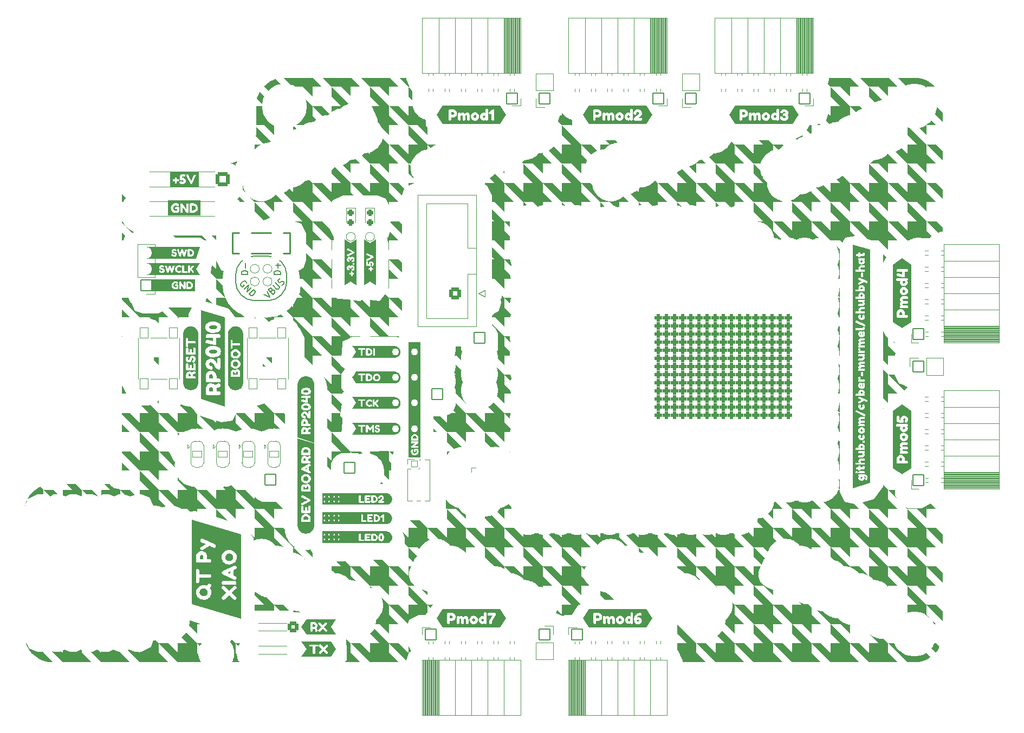
<source format=gbr>
%TF.GenerationSoftware,KiCad,Pcbnew,7.0.1*%
%TF.CreationDate,2023-03-20T23:17:38+01:00*%
%TF.ProjectId,chubby-hat,63687562-6279-42d6-9861-742e6b696361,0.2.2*%
%TF.SameCoordinates,Original*%
%TF.FileFunction,Legend,Top*%
%TF.FilePolarity,Positive*%
%FSLAX46Y46*%
G04 Gerber Fmt 4.6, Leading zero omitted, Abs format (unit mm)*
G04 Created by KiCad (PCBNEW 7.0.1) date 2023-03-20 23:17:38*
%MOMM*%
%LPD*%
G01*
G04 APERTURE LIST*
G04 Aperture macros list*
%AMRoundRect*
0 Rectangle with rounded corners*
0 $1 Rounding radius*
0 $2 $3 $4 $5 $6 $7 $8 $9 X,Y pos of 4 corners*
0 Add a 4 corners polygon primitive as box body*
4,1,4,$2,$3,$4,$5,$6,$7,$8,$9,$2,$3,0*
0 Add four circle primitives for the rounded corners*
1,1,$1+$1,$2,$3*
1,1,$1+$1,$4,$5*
1,1,$1+$1,$6,$7*
1,1,$1+$1,$8,$9*
0 Add four rect primitives between the rounded corners*
20,1,$1+$1,$2,$3,$4,$5,0*
20,1,$1+$1,$4,$5,$6,$7,0*
20,1,$1+$1,$6,$7,$8,$9,0*
20,1,$1+$1,$8,$9,$2,$3,0*%
%AMHorizOval*
0 Thick line with rounded ends*
0 $1 width*
0 $2 $3 position (X,Y) of the first rounded end (center of the circle)*
0 $4 $5 position (X,Y) of the second rounded end (center of the circle)*
0 Add line between two ends*
20,1,$1,$2,$3,$4,$5,0*
0 Add two circle primitives to create the rounded ends*
1,1,$1,$2,$3*
1,1,$1,$4,$5*%
%AMFreePoly0*
4,1,35,0.585355,0.785355,0.600000,0.750000,0.600000,-0.750000,0.585355,-0.785355,0.550000,-0.800000,0.000000,-0.800000,-0.012286,-0.794911,-0.071157,-0.794911,-0.085244,-0.792886,-0.221795,-0.752791,-0.234740,-0.746879,-0.354462,-0.669938,-0.365217,-0.660618,-0.458414,-0.553063,-0.466109,-0.541091,-0.525228,-0.411637,-0.529237,-0.397982,-0.549491,-0.257116,-0.550000,-0.250000,-0.550000,0.250000,
-0.549491,0.257116,-0.529237,0.397982,-0.525228,0.411637,-0.466109,0.541091,-0.458414,0.553063,-0.365217,0.660618,-0.354462,0.669938,-0.234740,0.746879,-0.221795,0.752791,-0.085244,0.792886,-0.071157,0.794911,-0.012286,0.794911,0.000000,0.800000,0.550000,0.800000,0.585355,0.785355,0.585355,0.785355,$1*%
%AMFreePoly1*
4,1,35,0.012286,0.794911,0.071157,0.794911,0.085244,0.792886,0.221795,0.752791,0.234740,0.746879,0.354462,0.669938,0.365217,0.660618,0.458414,0.553063,0.466109,0.541091,0.525228,0.411637,0.529237,0.397982,0.549491,0.257116,0.550000,0.250000,0.550000,-0.250000,0.549491,-0.257116,0.529237,-0.397982,0.525228,-0.411637,0.466109,-0.541091,0.458414,-0.553063,0.365217,-0.660618,
0.354462,-0.669938,0.234740,-0.746879,0.221795,-0.752791,0.085244,-0.792886,0.071157,-0.794911,0.012286,-0.794911,0.000000,-0.800000,-0.550000,-0.800000,-0.585355,-0.785355,-0.600000,-0.750000,-0.600000,0.750000,-0.585355,0.785355,-0.550000,0.800000,0.000000,0.800000,0.012286,0.794911,0.012286,0.794911,$1*%
G04 Aperture macros list end*
%ADD10C,0.000000*%
%ADD11C,0.150000*%
%ADD12C,0.120000*%
%ADD13C,0.254000*%
%ADD14RoundRect,0.268750X0.218750X0.256250X-0.218750X0.256250X-0.218750X-0.256250X0.218750X-0.256250X0*%
%ADD15C,3.000000*%
%ADD16C,1.100000*%
%ADD17C,0.900000*%
%ADD18O,1.900000X1.100000*%
%ADD19RoundRect,0.050000X0.850000X-0.850000X0.850000X0.850000X-0.850000X0.850000X-0.850000X-0.850000X0*%
%ADD20O,1.800000X1.800000*%
%ADD21RoundRect,0.050000X-0.850000X0.850000X-0.850000X-0.850000X0.850000X-0.850000X0.850000X0.850000X0*%
%ADD22O,1.879600X3.657600*%
%ADD23C,1.879600*%
%ADD24RoundRect,0.050000X0.850000X0.850000X-0.850000X0.850000X-0.850000X-0.850000X0.850000X-0.850000X0*%
%ADD25RoundRect,0.316700X-0.266700X-0.266700X0.266700X-0.266700X0.266700X0.266700X-0.266700X0.266700X0*%
%ADD26C,2.700000*%
%ADD27RoundRect,0.300001X-0.799999X0.799999X-0.799999X-0.799999X0.799999X-0.799999X0.799999X0.799999X0*%
%ADD28C,2.200000*%
%ADD29C,2.474900*%
%ADD30C,1.090600*%
%ADD31C,0.887400*%
%ADD32FreePoly0,270.000000*%
%ADD33RoundRect,0.050000X-0.750000X0.500000X-0.750000X-0.500000X0.750000X-0.500000X0.750000X0.500000X0*%
%ADD34FreePoly1,270.000000*%
%ADD35C,1.800000*%
%ADD36C,1.600000*%
%ADD37RoundRect,0.300000X-0.550000X0.550000X-0.550000X-0.550000X0.550000X-0.550000X0.550000X0.550000X0*%
%ADD38C,1.700000*%
%ADD39RoundRect,0.268750X-0.256250X0.218750X-0.256250X-0.218750X0.256250X-0.218750X0.256250X0.218750X0*%
%ADD40RoundRect,0.050000X0.650000X-0.775000X0.650000X0.775000X-0.650000X0.775000X-0.650000X-0.775000X0*%
%ADD41RoundRect,0.300000X0.600000X0.600000X-0.600000X0.600000X-0.600000X-0.600000X0.600000X-0.600000X0*%
%ADD42RoundRect,0.050000X-0.850000X-0.850000X0.850000X-0.850000X0.850000X0.850000X-0.850000X0.850000X0*%
%ADD43RoundRect,0.050000X-0.500000X-0.500000X0.500000X-0.500000X0.500000X0.500000X-0.500000X0.500000X0*%
%ADD44O,1.100000X1.100000*%
%ADD45RoundRect,0.050000X-0.411136X1.129587X-1.129587X-0.411136X0.411136X-1.129587X1.129587X0.411136X0*%
%ADD46HorizOval,1.800000X0.000000X0.000000X0.000000X0.000000X0*%
%ADD47RoundRect,0.050000X1.129587X-0.411136X0.411136X1.129587X-1.129587X0.411136X-0.411136X-1.129587X0*%
%ADD48HorizOval,1.800000X0.000000X0.000000X0.000000X0.000000X0*%
G04 APERTURE END LIST*
D10*
G36*
X255999985Y-112559992D02*
G01*
X255999985Y-112669093D01*
X255896988Y-112635691D01*
X255759979Y-112602793D01*
X255449982Y-112553691D01*
X255308991Y-112542590D01*
X255104980Y-112542590D01*
X255098984Y-112535090D01*
X255007980Y-112427691D01*
X254785996Y-112205790D01*
X254677994Y-112114092D01*
X254423996Y-111929591D01*
X254303993Y-111855891D01*
X254023994Y-111713389D01*
X253893990Y-111659297D01*
X253594994Y-111562296D01*
X253472992Y-111532893D01*
X252999992Y-111059992D01*
X252999992Y-109559992D01*
X255999985Y-112559992D01*
G37*
G36*
X211111092Y-41760698D02*
G01*
X211202789Y-41868097D01*
X211424591Y-42089899D01*
X211531990Y-42181597D01*
X211785996Y-42366198D01*
X211906395Y-42439997D01*
X212185989Y-42582499D01*
X212316490Y-42636499D01*
X212596092Y-42727396D01*
X212596191Y-43582300D01*
X212743889Y-43803896D01*
X212499992Y-43560000D01*
X210999992Y-43560000D01*
X210371193Y-42931200D01*
X210665390Y-42090197D01*
X210832390Y-41923296D01*
X210843193Y-41907000D01*
X210844292Y-41904299D01*
X210999992Y-42059999D01*
X210999992Y-41607798D01*
X211111092Y-41760698D01*
G37*
G36*
X202939293Y-88717696D02*
G01*
X202906296Y-88855097D01*
X202857193Y-89165095D01*
X202846191Y-89305895D01*
X202846191Y-89406195D01*
X201999992Y-88559996D01*
X202990593Y-88559996D01*
X202939293Y-88717696D01*
G37*
G36*
X235244995Y-115804690D02*
G01*
X235050995Y-115774088D01*
X234999992Y-115769991D01*
X234999992Y-115559992D01*
X235244995Y-115804690D01*
G37*
G36*
X142270000Y-82829997D02*
G01*
X142239999Y-82799998D01*
X142239999Y-82559996D01*
X142270000Y-82559996D01*
X142270000Y-82829997D01*
G37*
G36*
X185979996Y-71039996D02*
G01*
X185979996Y-72539996D01*
X183999996Y-70559996D01*
X185499996Y-70559996D01*
X185979996Y-71039996D01*
G37*
G36*
X254442993Y-81003497D02*
G01*
X254442993Y-82503497D01*
X254306992Y-82366896D01*
X254342995Y-82140498D01*
X254353989Y-81999697D01*
X254353989Y-81685896D01*
X254342995Y-81545096D01*
X254293991Y-81235198D01*
X254260994Y-81097895D01*
X254163994Y-80799296D01*
X254109993Y-80670195D01*
X254442993Y-81003497D01*
G37*
G36*
X254442993Y-67559998D02*
G01*
X254191994Y-67559998D01*
X254260994Y-67347699D01*
X254293991Y-67210297D01*
X254342995Y-66900498D01*
X254353989Y-66759697D01*
X254353989Y-66445897D01*
X254342995Y-66305096D01*
X254293991Y-65995297D01*
X254260994Y-65857899D01*
X254163994Y-65559296D01*
X254109993Y-65428799D01*
X254060989Y-65332799D01*
X254109993Y-65236798D01*
X254163994Y-65106396D01*
X254260994Y-64807698D01*
X254293991Y-64670399D01*
X254310989Y-64559998D01*
X254442993Y-64559998D01*
X254442993Y-67559998D01*
G37*
G36*
X195999992Y-88559996D02*
G01*
X195999992Y-90059996D01*
X197499992Y-91559996D01*
X195999992Y-91559996D01*
X195999992Y-93059996D01*
X194499992Y-91559996D01*
X192999992Y-91559996D01*
X190930798Y-89490798D01*
X190930798Y-89060797D01*
X192000793Y-89060797D01*
X192999992Y-90059996D01*
X192999992Y-88926096D01*
X193489395Y-88724497D01*
X193505791Y-88713698D01*
X193659393Y-88559996D01*
X194499992Y-88559996D01*
X194077492Y-88137496D01*
X194079895Y-88133895D01*
X194373795Y-87419997D01*
X194377594Y-87400897D01*
X194415993Y-87010798D01*
X194415993Y-86975996D01*
X195999992Y-88559996D01*
G37*
G36*
X176358395Y-80918395D02*
G01*
X176335094Y-81085394D01*
X177040195Y-81600195D01*
X177094997Y-81654997D01*
X176562595Y-82453497D01*
X176562595Y-84672095D01*
X176946995Y-85248797D01*
X176662396Y-85385798D01*
X176648697Y-85708697D01*
X176499996Y-85559996D01*
X174999996Y-85559996D01*
X174297497Y-84857497D01*
X174297497Y-84665495D01*
X174295097Y-84568095D01*
X174288895Y-84440997D01*
X174269596Y-84244895D01*
X174250896Y-84118895D01*
X174212795Y-83926898D01*
X174181896Y-83803397D01*
X174124798Y-83615096D01*
X174081795Y-83495196D01*
X174006397Y-83312995D01*
X173951897Y-83197898D01*
X173860096Y-83026396D01*
X173794697Y-82917197D01*
X173685097Y-82752997D01*
X173662296Y-82722296D01*
X174999996Y-84059996D01*
X174999996Y-82559996D01*
X176499996Y-82559996D01*
X174999996Y-81059996D01*
X174999996Y-79559996D01*
X176358395Y-80918395D01*
G37*
G36*
X186999996Y-114059992D02*
G01*
X186999996Y-112559992D01*
X187473496Y-112559992D01*
X187273296Y-112989390D01*
X187142395Y-113362589D01*
X187137795Y-113381495D01*
X187104897Y-114159793D01*
X187107895Y-114179095D01*
X187373196Y-114908289D01*
X187383297Y-114924990D01*
X187912296Y-115502894D01*
X187927998Y-115514392D01*
X188005097Y-115559992D01*
X186999996Y-115559992D01*
X183999996Y-112559992D01*
X185499996Y-112559992D01*
X186999996Y-114059992D01*
G37*
G36*
X143499998Y-97559996D02*
G01*
X142239999Y-97559996D01*
X142239999Y-96299994D01*
X143499998Y-97559996D01*
G37*
G36*
X171999996Y-110459391D02*
G01*
X171999996Y-111059992D01*
X170928795Y-109988795D01*
X171099297Y-109988795D01*
X171226097Y-109982493D01*
X171419796Y-109963389D01*
X171545395Y-109944788D01*
X171734196Y-109907290D01*
X171999996Y-110459391D01*
G37*
G36*
X249999992Y-58559998D02*
G01*
X249999992Y-60059998D01*
X251125992Y-61185799D01*
X250851990Y-61229096D01*
X250714989Y-61262101D01*
X250415993Y-61359101D01*
X250285995Y-61413201D01*
X250189995Y-61462098D01*
X250093994Y-61413102D01*
X249962990Y-61359101D01*
X249664993Y-61262101D01*
X249527992Y-61229096D01*
X249217995Y-61180100D01*
X249076996Y-61168999D01*
X248762993Y-61168999D01*
X248621994Y-61180100D01*
X248311989Y-61229096D01*
X248174995Y-61262101D01*
X247875992Y-61359101D01*
X247745995Y-61413102D01*
X247649994Y-61462098D01*
X247553993Y-61413102D01*
X247422989Y-61359101D01*
X247124992Y-61262101D01*
X246987991Y-61229096D01*
X246677994Y-61180100D01*
X246614990Y-61175095D01*
X243999992Y-58559998D01*
X245499992Y-58559998D01*
X246999992Y-60059998D01*
X246999992Y-58559998D01*
X248499992Y-58559998D01*
X246999992Y-57059998D01*
X246999992Y-55559998D01*
X249999992Y-58559998D01*
G37*
G36*
X207999992Y-52559998D02*
G01*
X207999992Y-54059998D01*
X209499992Y-55559998D01*
X207999992Y-55559998D01*
X207999992Y-56098694D01*
X207982292Y-56100098D01*
X207672295Y-56149201D01*
X207534889Y-56182099D01*
X207236694Y-56279000D01*
X207224190Y-56284195D01*
X206499992Y-55559998D01*
X204999992Y-55559998D01*
X201999992Y-52559998D01*
X203499992Y-52559998D01*
X204999992Y-54059998D01*
X204999992Y-52559998D01*
X206499992Y-52559998D01*
X204999992Y-51059999D01*
X204999992Y-49559999D01*
X207999992Y-52559998D01*
G37*
G36*
X160647594Y-124647441D02*
G01*
X160581997Y-124754466D01*
X160451195Y-125011179D01*
X159999996Y-124559992D01*
X160711098Y-124559992D01*
X160647594Y-124647441D01*
G37*
G36*
X183999996Y-124559992D02*
G01*
X183999996Y-126059992D01*
X185499996Y-127559992D01*
X180999996Y-127559992D01*
X177999996Y-124559992D01*
X179499996Y-124559992D01*
X180999996Y-126059992D01*
X180999996Y-124559992D01*
X182499996Y-124559992D01*
X181030697Y-123090632D01*
X181227196Y-122894084D01*
X181318897Y-122786692D01*
X181503395Y-122532862D01*
X181577095Y-122412455D01*
X181670097Y-122230059D01*
X183999996Y-124559992D01*
G37*
G36*
X151020597Y-98660597D02*
G01*
X151140799Y-98832297D01*
X151184797Y-98884795D01*
X151252998Y-99026496D01*
X151324698Y-99051497D01*
X151364998Y-99099494D01*
X151513199Y-99247695D01*
X151780397Y-99471896D01*
X151892199Y-99550196D01*
X151952997Y-99676493D01*
X153199999Y-100112788D01*
X153552797Y-100112788D01*
X153999998Y-100559992D01*
X153999998Y-102059992D01*
X155499998Y-103559992D01*
X153999998Y-103559992D01*
X153999998Y-103965891D01*
X153732199Y-103885592D01*
X152949697Y-104009692D01*
X152499998Y-103559992D01*
X151529999Y-103559992D01*
X151457397Y-103507197D01*
X151331598Y-103430094D01*
X151052097Y-103287692D01*
X150915897Y-103231295D01*
X150617199Y-103134196D01*
X150560698Y-103120692D01*
X147999998Y-100559992D01*
X149499998Y-100559992D01*
X150999998Y-102059992D01*
X150999998Y-100559992D01*
X152499998Y-100559992D01*
X150999998Y-99059996D01*
X150999998Y-98624999D01*
X151020597Y-98660597D01*
G37*
G36*
X237999992Y-124559992D02*
G01*
X237999992Y-126059992D01*
X239499992Y-127559992D01*
X234999992Y-127559992D01*
X231999992Y-124559992D01*
X233499992Y-124559992D01*
X234999992Y-126059992D01*
X234999992Y-124559992D01*
X236499992Y-124559992D01*
X235298996Y-123359294D01*
X235507996Y-123207736D01*
X235614990Y-123116015D01*
X235836990Y-122894084D01*
X235928993Y-122786692D01*
X236053993Y-122614222D01*
X237999992Y-124559992D01*
G37*
G36*
X188432896Y-52489899D02*
G01*
X188440495Y-52495400D01*
X188440495Y-52500496D01*
X188412598Y-52472596D01*
X188432896Y-52489899D01*
G37*
G36*
X142889899Y-54949898D02*
G01*
X142786999Y-55070397D01*
X142602599Y-55324296D01*
X142491900Y-55504899D01*
X142463799Y-55559998D01*
X142239999Y-55559998D01*
X142239999Y-54299996D01*
X142889899Y-54949898D01*
G37*
G36*
X202846191Y-94699297D02*
G01*
X202833794Y-94686896D01*
X202686089Y-94560797D01*
X202684990Y-94559996D01*
X202846191Y-94559996D01*
X202846191Y-94699297D01*
G37*
G36*
X265134979Y-43939096D02*
G01*
X265362991Y-43994096D01*
X265446991Y-44007402D01*
X267999985Y-46559999D01*
X267999985Y-48059999D01*
X269499985Y-49559999D01*
X267999985Y-49559999D01*
X267999985Y-51059999D01*
X266499985Y-49559999D01*
X264999985Y-49559999D01*
X263151977Y-47711801D01*
X263231979Y-47678499D01*
X263511978Y-47536096D01*
X263631989Y-47462297D01*
X263885986Y-47277696D01*
X263993988Y-47185998D01*
X264059982Y-47119798D01*
X264999985Y-48059999D01*
X264999985Y-46559999D01*
X266499985Y-46559999D01*
X264999985Y-45059999D01*
X264999985Y-43895402D01*
X265134979Y-43939096D01*
G37*
G36*
X270509979Y-53570000D02*
G01*
X270509979Y-55070000D01*
X267999985Y-52559998D01*
X269499985Y-52559998D01*
X270509979Y-53570000D01*
G37*
G36*
X254442993Y-75003497D02*
G01*
X254442993Y-76503497D01*
X254330994Y-76390997D01*
X254293991Y-76155196D01*
X254260994Y-76017897D01*
X254163994Y-75719298D01*
X254109993Y-75588797D01*
X254060989Y-75492797D01*
X254109993Y-75396796D01*
X254163994Y-75266295D01*
X254260994Y-74967696D01*
X254288994Y-74849196D01*
X254442993Y-75003497D01*
G37*
G36*
X237999992Y-112559992D02*
G01*
X237999992Y-114059992D01*
X239499992Y-115559992D01*
X237999992Y-115559992D01*
X237999992Y-117059992D01*
X236499992Y-115559992D01*
X234999992Y-115559992D01*
X231999992Y-112559992D01*
X233499992Y-112559992D01*
X234999992Y-114059992D01*
X234999992Y-112559992D01*
X236499992Y-112559992D01*
X234999992Y-111059992D01*
X234999992Y-109559992D01*
X237999992Y-112559992D01*
G37*
G36*
X167702496Y-88762496D02*
G01*
X167702496Y-90262496D01*
X165999996Y-88559996D01*
X167499996Y-88559996D01*
X167702496Y-88762496D01*
G37*
G36*
X183999996Y-46559999D02*
G01*
X183999996Y-48059999D01*
X185499996Y-49559999D01*
X183999996Y-49559999D01*
X183999996Y-51059999D01*
X182499996Y-49559999D01*
X180999996Y-49559999D01*
X179735096Y-48295099D01*
X179776596Y-48259599D01*
X179998596Y-48037599D01*
X180090298Y-47930200D01*
X180095795Y-47922601D01*
X180300396Y-47922601D01*
X180441196Y-47911600D01*
X180751297Y-47862398D01*
X180792496Y-47852502D01*
X180999996Y-48059999D01*
X180999996Y-47793298D01*
X181186997Y-47732500D01*
X181317497Y-47678499D01*
X181596897Y-47536096D01*
X181717297Y-47462297D01*
X181971397Y-47277696D01*
X182078796Y-47185998D01*
X182300697Y-46964098D01*
X182392395Y-46856699D01*
X182576897Y-46602800D01*
X182650696Y-46482400D01*
X182793198Y-46202798D01*
X182847195Y-46072298D01*
X182944195Y-45773698D01*
X182977196Y-45636400D01*
X182990696Y-45550699D01*
X183999996Y-46559999D01*
G37*
G36*
X189805695Y-116432192D02*
G01*
X189999996Y-116500895D01*
X189999996Y-117059992D01*
X188993397Y-116053393D01*
X189805695Y-116432192D01*
G37*
G36*
X147999998Y-88559996D02*
G01*
X147999998Y-90059996D01*
X149499998Y-91559996D01*
X147999998Y-91559996D01*
X147999998Y-93059996D01*
X146499998Y-91559996D01*
X144999998Y-91559996D01*
X142239999Y-88799998D01*
X142239999Y-88559996D01*
X143499998Y-88559996D01*
X144999998Y-90059996D01*
X144999998Y-88559996D01*
X146499998Y-88559996D01*
X145302797Y-87362795D01*
X146399998Y-87362795D01*
X146766699Y-87326697D01*
X147999998Y-88559996D01*
G37*
G36*
X201999992Y-64559998D02*
G01*
X201999992Y-66059998D01*
X202860390Y-66920399D01*
X202906296Y-67210499D01*
X202939293Y-67347897D01*
X203008194Y-67559998D01*
X201999992Y-67559998D01*
X201999992Y-69059996D01*
X200499992Y-67559998D01*
X200099991Y-67559998D01*
X200099991Y-64559998D01*
X200499992Y-64559998D01*
X200099991Y-64159997D01*
X200099991Y-62659997D01*
X201999992Y-64559998D01*
G37*
G36*
X127039993Y-103559992D02*
G01*
X127030426Y-103559992D01*
X127039993Y-103456690D01*
X127039993Y-103559992D01*
G37*
G36*
X179499996Y-37560000D02*
G01*
X177999996Y-37560000D01*
X177999996Y-39060000D01*
X176499996Y-37560000D01*
X174999996Y-37560000D01*
X173562798Y-36122797D01*
X178062798Y-36122797D01*
X179499996Y-37560000D01*
G37*
G36*
X187378796Y-49938799D02*
G01*
X187377994Y-49943300D01*
X187366997Y-50084100D01*
X187366997Y-50397897D01*
X187377994Y-50538698D01*
X187427097Y-50848695D01*
X187460094Y-50986101D01*
X187557095Y-51284502D01*
X187611095Y-51415002D01*
X187753597Y-51694596D01*
X187827396Y-51814995D01*
X188011898Y-52068902D01*
X188029198Y-52089196D01*
X186999996Y-51059999D01*
X186999996Y-49559999D01*
X187378796Y-49938799D01*
G37*
G36*
X177999996Y-124559992D02*
G01*
X177999996Y-126059992D01*
X179499996Y-127559992D01*
X177101997Y-127559992D01*
X177360497Y-127172160D01*
X177360497Y-124953440D01*
X177267895Y-124814478D01*
X177308197Y-123868220D01*
X177999996Y-124559992D01*
G37*
G36*
X127039993Y-103599993D02*
G01*
X127039993Y-104431590D01*
X127000000Y-104496790D01*
X127000000Y-104067790D01*
X127002396Y-103862391D01*
X127027847Y-103587794D01*
X127039993Y-103599993D01*
G37*
G36*
X257499985Y-37560000D02*
G01*
X255999985Y-37560000D01*
X255999985Y-39060000D01*
X254499992Y-37560000D01*
X252999992Y-37560000D01*
X252522995Y-37082598D01*
X252749992Y-36432803D01*
X252749992Y-36122797D01*
X256062988Y-36122797D01*
X257499985Y-37560000D01*
G37*
G36*
X255999985Y-58559998D02*
G01*
X255999985Y-60059998D01*
X256822983Y-60882897D01*
X255303986Y-61123902D01*
X254877991Y-61937897D01*
X254499992Y-61559998D01*
X252999992Y-61559998D01*
X249999992Y-58559998D01*
X251499992Y-58559998D01*
X252999992Y-60059998D01*
X252999992Y-58559998D01*
X254499992Y-58559998D01*
X252999992Y-57059998D01*
X252999992Y-55559998D01*
X255999985Y-58559998D01*
G37*
G36*
X185676697Y-76736697D02*
G01*
X185630795Y-76758795D01*
X185598095Y-76748797D01*
X185511097Y-76726996D01*
X185317497Y-76688498D01*
X185228897Y-76675395D01*
X185034298Y-76656294D01*
X184944798Y-76651896D01*
X184846695Y-76649497D01*
X184089497Y-76649497D01*
X183999996Y-76559996D01*
X185499996Y-76559996D01*
X185676697Y-76736697D01*
G37*
G36*
X254442993Y-79559996D02*
G01*
X254345993Y-79559996D01*
X254353989Y-79459696D01*
X254353989Y-79145896D01*
X254342995Y-79005095D01*
X254293991Y-78695296D01*
X254260994Y-78557894D01*
X254163994Y-78259295D01*
X254109993Y-78128798D01*
X254060989Y-78032797D01*
X254109993Y-77936797D01*
X254163994Y-77806296D01*
X254260994Y-77507697D01*
X254293991Y-77370295D01*
X254342995Y-77060496D01*
X254353989Y-76919695D01*
X254353989Y-76605895D01*
X254349991Y-76559996D01*
X254442993Y-76559996D01*
X254442993Y-79559996D01*
G37*
G36*
X237999992Y-52559998D02*
G01*
X237999992Y-54059998D01*
X239499992Y-55559998D01*
X237999992Y-55559998D01*
X237999992Y-56186997D01*
X237716995Y-56279000D01*
X237585991Y-56333100D01*
X237489990Y-56382096D01*
X237393990Y-56333100D01*
X237262993Y-56279000D01*
X237197990Y-56257699D01*
X236499992Y-55559998D01*
X234999992Y-55559998D01*
X231999992Y-52559998D01*
X233499992Y-52559998D01*
X234999992Y-54059998D01*
X234999992Y-52559998D01*
X236499992Y-52559998D01*
X234999992Y-51059999D01*
X234999992Y-49559999D01*
X237999992Y-52559998D01*
G37*
G36*
X249999992Y-106559992D02*
G01*
X249999992Y-108059992D01*
X251499992Y-109559992D01*
X249999992Y-109559992D01*
X249999992Y-109913294D01*
X249819992Y-109782694D01*
X249699989Y-109708888D01*
X249419990Y-109566493D01*
X249289993Y-109512393D01*
X248990990Y-109415392D01*
X248853989Y-109382395D01*
X248543991Y-109333293D01*
X248402992Y-109322291D01*
X248198990Y-109322291D01*
X248192993Y-109314692D01*
X248101990Y-109207293D01*
X247879990Y-108985392D01*
X247771996Y-108893694D01*
X247517990Y-108709193D01*
X247397995Y-108635493D01*
X247117989Y-108492991D01*
X246987991Y-108438891D01*
X246688995Y-108341891D01*
X246551994Y-108308894D01*
X246241989Y-108259890D01*
X246100990Y-108248789D01*
X245786995Y-108248789D01*
X245695991Y-108255991D01*
X243999992Y-106559992D01*
X245499992Y-106559992D01*
X246999992Y-108059992D01*
X246999992Y-106559992D01*
X248499992Y-106559992D01*
X246999992Y-105059992D01*
X246999992Y-103559992D01*
X249999992Y-106559992D01*
G37*
G36*
X165500698Y-46060701D02*
G01*
X165402695Y-46158800D01*
X165310997Y-46266199D01*
X165305496Y-46273698D01*
X165100998Y-46273698D01*
X164960197Y-46284700D01*
X164650097Y-46333902D01*
X164512794Y-46366800D01*
X164357296Y-46417299D01*
X163189697Y-45249696D01*
X163192596Y-45218202D01*
X163194996Y-45012796D01*
X163194996Y-43754999D01*
X165500698Y-46060701D01*
G37*
G36*
X169576897Y-44136896D02*
G01*
X169564197Y-44137903D01*
X169254196Y-44186998D01*
X169116795Y-44219896D01*
X168999996Y-44257898D01*
X168999996Y-43787798D01*
X169086296Y-43752100D01*
X169156395Y-43716402D01*
X169576897Y-44136896D01*
G37*
G36*
X195290894Y-81850897D02*
G01*
X195286293Y-81870295D01*
X195237289Y-82179896D01*
X195226189Y-82320696D01*
X195226189Y-82634898D01*
X195237289Y-82775694D01*
X195286293Y-83085295D01*
X195319290Y-83222697D01*
X195416290Y-83521296D01*
X195470291Y-83651797D01*
X195519295Y-83747797D01*
X195470291Y-83843794D01*
X195416290Y-83974295D01*
X195319290Y-84272894D01*
X195286293Y-84410296D01*
X195237289Y-84719897D01*
X195226189Y-84860697D01*
X195226189Y-85174895D01*
X195237289Y-85315695D01*
X195286293Y-85625395D01*
X195319290Y-85762698D01*
X195416290Y-86061297D01*
X195470291Y-86191798D01*
X195612793Y-86471396D01*
X195686592Y-86591795D01*
X195871094Y-86845698D01*
X195962791Y-86953097D01*
X195999992Y-86990298D01*
X195999992Y-87059996D01*
X194499992Y-85559996D01*
X194415993Y-85559996D01*
X194415993Y-85310797D01*
X194377594Y-84920695D01*
X194373795Y-84901595D01*
X194244591Y-84587798D01*
X194316696Y-84365695D01*
X194349693Y-84228396D01*
X194398689Y-83918498D01*
X194409790Y-83777697D01*
X194409790Y-83463896D01*
X194398689Y-83323096D01*
X194349693Y-83013197D01*
X194316696Y-82875895D01*
X194219696Y-82577296D01*
X194212494Y-82559996D01*
X194499992Y-82559996D01*
X194174194Y-82234194D01*
X194219696Y-82124297D01*
X194316696Y-81825697D01*
X194349693Y-81688395D01*
X194398689Y-81378497D01*
X194409790Y-81237696D01*
X194409790Y-80969798D01*
X195290894Y-81850897D01*
G37*
G36*
X249999992Y-54059998D02*
G01*
X251499992Y-55559998D01*
X249999992Y-55559998D01*
X249999992Y-57059998D01*
X248499992Y-55559998D01*
X246999992Y-55559998D01*
X246760994Y-55320595D01*
X246987991Y-55246697D01*
X247117989Y-55192696D01*
X247397995Y-55050194D01*
X247517990Y-54976395D01*
X247771996Y-54791901D01*
X247879990Y-54700196D01*
X248101990Y-54478295D01*
X248192993Y-54370896D01*
X248198990Y-54363297D01*
X248402992Y-54363297D01*
X248543991Y-54352295D01*
X248853989Y-54303200D01*
X248990990Y-54270195D01*
X249289993Y-54173195D01*
X249419990Y-54119095D01*
X249699989Y-53976700D01*
X249819992Y-53902901D01*
X249999992Y-53772301D01*
X249999992Y-54059998D01*
G37*
G36*
X266269989Y-36125201D02*
G01*
X266678986Y-36163104D01*
X267082977Y-36238596D01*
X267477982Y-36351000D01*
X267860977Y-36499400D01*
X268228989Y-36682497D01*
X268577988Y-36898699D01*
X268905991Y-37146304D01*
X269209992Y-37422999D01*
X269334991Y-37560000D01*
X267999985Y-37560000D01*
X267999985Y-37655001D01*
X267991989Y-37648997D01*
X267790985Y-37526003D01*
X267510986Y-37383502D01*
X267293991Y-37293498D01*
X266994980Y-37196497D01*
X266766983Y-37141497D01*
X266456985Y-37092402D01*
X266221985Y-37074000D01*
X265907989Y-37074000D01*
X265672989Y-37092402D01*
X265362991Y-37141497D01*
X265134979Y-37196497D01*
X264835983Y-37293398D01*
X264763992Y-37323496D01*
X263562988Y-36122797D01*
X266064987Y-36122797D01*
X266269989Y-36125201D01*
G37*
G36*
X263622986Y-83906497D02*
G01*
X264542984Y-84228396D01*
X264710983Y-84395896D01*
X264726990Y-84406695D01*
X265053986Y-84541495D01*
X264871979Y-84673895D01*
X264764984Y-84765597D01*
X264542984Y-84987498D01*
X264489990Y-85049696D01*
X261999985Y-82559996D01*
X262974991Y-82559996D01*
X263622986Y-83906497D01*
G37*
G36*
X217639992Y-56199997D02*
G01*
X217396690Y-56279000D01*
X217266190Y-56333100D01*
X217169991Y-56382096D01*
X217073791Y-56333100D01*
X216999992Y-56302498D01*
X216999992Y-55559998D01*
X217639992Y-56199997D01*
G37*
G36*
X270509979Y-107569995D02*
G01*
X270509979Y-109069995D01*
X267999985Y-106559992D01*
X269499985Y-106559992D01*
X270509979Y-107569995D01*
G37*
G36*
X202846191Y-76605895D02*
G01*
X202846191Y-76919695D01*
X202857193Y-77060496D01*
X202906296Y-77370497D01*
X202936592Y-77496596D01*
X201999992Y-76559996D01*
X202849792Y-76559996D01*
X202846191Y-76605895D01*
G37*
G36*
X158424398Y-70579795D02*
G01*
X158570498Y-70883097D01*
X158678698Y-71078997D01*
X158857798Y-71364096D01*
X158987698Y-71547198D01*
X159197598Y-71810397D01*
X159347096Y-71977595D01*
X159585198Y-72215697D01*
X159752396Y-72365096D01*
X160015595Y-72574996D01*
X160198696Y-72704997D01*
X160483795Y-72884097D01*
X160679695Y-72992297D01*
X160982998Y-73138396D01*
X161145897Y-73205897D01*
X161499996Y-73559996D01*
X159999996Y-73559996D01*
X159999996Y-73576495D01*
X159928795Y-73576495D01*
X158939499Y-72246794D01*
X156999998Y-71664996D01*
X156999998Y-70559996D01*
X158416199Y-70559996D01*
X158424398Y-70579795D01*
G37*
G36*
X201999992Y-76559996D02*
G01*
X201999992Y-78059996D01*
X202869293Y-78929297D01*
X202857193Y-79005095D01*
X202846191Y-79145896D01*
X202846191Y-79459696D01*
X202853989Y-79559996D01*
X201999992Y-79559996D01*
X201999992Y-81059996D01*
X201013794Y-80073798D01*
X201013794Y-79780898D01*
X201002693Y-79640097D01*
X200953590Y-79330096D01*
X200920692Y-79192698D01*
X200848496Y-78970698D01*
X200977791Y-78656996D01*
X200981590Y-78637896D01*
X201019989Y-78247798D01*
X201019989Y-76547797D01*
X200981590Y-76157694D01*
X200977791Y-76138598D01*
X200683189Y-75423598D01*
X200672394Y-75407298D01*
X200110489Y-74845397D01*
X200099991Y-74838496D01*
X200099991Y-74659995D01*
X201999992Y-76559996D01*
G37*
G36*
X207999992Y-112559992D02*
G01*
X207999992Y-114059992D01*
X209499992Y-115559992D01*
X207999992Y-115559992D01*
X207999992Y-115814188D01*
X207746193Y-115774088D01*
X207605392Y-115762995D01*
X207400795Y-115762995D01*
X207395294Y-115755396D01*
X207303589Y-115647990D01*
X207081696Y-115426096D01*
X206974289Y-115334391D01*
X206720390Y-115149890D01*
X206599892Y-115076090D01*
X206320389Y-114933695D01*
X206189995Y-114879595D01*
X205891495Y-114782595D01*
X205754089Y-114749690D01*
X205444092Y-114700495D01*
X205303291Y-114689494D01*
X205098694Y-114689494D01*
X205093292Y-114681994D01*
X205001595Y-114574595D01*
X204779694Y-114352694D01*
X204672295Y-114260996D01*
X204418495Y-114076495D01*
X204297989Y-114002696D01*
X204018196Y-113860194D01*
X203887695Y-113806094D01*
X203589493Y-113709193D01*
X203452095Y-113676295D01*
X203142090Y-113627192D01*
X203060791Y-113620791D01*
X201999992Y-112559992D01*
X203499992Y-112559992D01*
X204999992Y-114059992D01*
X204999992Y-112559992D01*
X206499992Y-112559992D01*
X204999992Y-111059992D01*
X204999992Y-109559992D01*
X207999992Y-112559992D01*
G37*
G36*
X261999985Y-100559992D02*
G01*
X261999985Y-102059992D01*
X263499985Y-103559992D01*
X261999985Y-103559992D01*
X261999985Y-105059992D01*
X260499985Y-103559992D01*
X258999985Y-103559992D01*
X257983978Y-102543894D01*
X259750992Y-102013789D01*
X261175980Y-100098094D01*
X261175980Y-99736491D01*
X261999985Y-100559992D01*
G37*
G36*
X167061997Y-37121996D02*
G01*
X166938396Y-37141497D01*
X166709595Y-37196497D01*
X166411095Y-37293398D01*
X166193695Y-37383502D01*
X165913998Y-37526003D01*
X165713295Y-37648997D01*
X165459396Y-37833498D01*
X165280495Y-37986300D01*
X165103397Y-38163401D01*
X164499996Y-37560000D01*
X164370297Y-37560000D01*
X164495197Y-37422999D01*
X164798798Y-37146304D01*
X165126595Y-36898699D01*
X165475895Y-36682497D01*
X165843597Y-36499400D01*
X166226696Y-36351000D01*
X166276794Y-36336802D01*
X167061997Y-37121996D01*
G37*
G36*
X267999985Y-58559998D02*
G01*
X267999985Y-60059998D01*
X268831986Y-60891701D01*
X268635986Y-60985795D01*
X268559982Y-61202797D01*
X267249985Y-61202797D01*
X267222992Y-61215699D01*
X266997986Y-61180100D01*
X266856979Y-61168999D01*
X266542984Y-61168999D01*
X266401978Y-61180100D01*
X266091980Y-61229096D01*
X265954987Y-61262101D01*
X265655991Y-61359101D01*
X265525986Y-61413102D01*
X265245987Y-61555695D01*
X265238983Y-61559998D01*
X264999985Y-61559998D01*
X261999985Y-58559998D01*
X263499985Y-58559998D01*
X264999985Y-60059998D01*
X264999985Y-58559998D01*
X266499985Y-58559998D01*
X264999985Y-57059998D01*
X264999985Y-55559998D01*
X267999985Y-58559998D01*
G37*
G36*
X249999992Y-124559992D02*
G01*
X249999992Y-126059992D01*
X251499992Y-127559992D01*
X246999992Y-127559992D01*
X243999992Y-124559992D01*
X245499992Y-124559992D01*
X246999992Y-126059992D01*
X246999992Y-124559992D01*
X248499992Y-124559992D01*
X246999992Y-123059992D01*
X246999992Y-121559992D01*
X249999992Y-124559992D01*
G37*
G36*
X164491398Y-39051401D02*
G01*
X164455696Y-39121500D01*
X164365597Y-39338900D01*
X164268696Y-39637400D01*
X164213696Y-39866297D01*
X164164596Y-40176302D01*
X164161095Y-40221102D01*
X163350395Y-39410403D01*
X163423195Y-39154497D01*
X163571598Y-38771403D01*
X163754696Y-38403696D01*
X163788696Y-38348696D01*
X164491398Y-39051401D01*
G37*
G36*
X127039993Y-122754069D02*
G01*
X127039993Y-123099986D01*
X127000000Y-123059992D01*
X127000000Y-122688799D01*
X127039993Y-122754069D01*
G37*
G36*
X201999992Y-58559998D02*
G01*
X201999992Y-60059998D01*
X202899292Y-60959298D01*
X202857193Y-61225098D01*
X202846191Y-61365899D01*
X202846191Y-61559998D01*
X201999992Y-61559998D01*
X201999992Y-63059998D01*
X200499992Y-61559998D01*
X200099991Y-61559998D01*
X200099991Y-58559998D01*
X200499992Y-58559998D01*
X200099991Y-58159997D01*
X200099991Y-56659997D01*
X201999992Y-58559998D01*
G37*
G36*
X171999996Y-70559996D02*
G01*
X171999996Y-72059996D01*
X173499996Y-73559996D01*
X171999996Y-73559996D01*
X171999996Y-75059996D01*
X170499996Y-73559996D01*
X168999996Y-73559996D01*
X168001396Y-72561396D01*
X168247597Y-72365096D01*
X168414795Y-72215697D01*
X168652897Y-71977595D01*
X168777798Y-71837798D01*
X168999996Y-72059996D01*
X168999996Y-71562495D01*
X169012196Y-71547198D01*
X169142197Y-71364096D01*
X169321297Y-71078997D01*
X169429497Y-70883097D01*
X169575596Y-70579795D01*
X169583798Y-70559996D01*
X170499996Y-70559996D01*
X169862198Y-69922198D01*
X170060394Y-69730196D01*
X170069694Y-69139697D01*
X170081097Y-69105296D01*
X170075195Y-69058795D01*
X170184998Y-68744998D01*
X171999996Y-70559996D01*
G37*
G36*
X177999996Y-76559996D02*
G01*
X177999996Y-76765097D01*
X176676296Y-77402495D01*
X176593796Y-79339797D01*
X176575897Y-79366698D01*
X176542797Y-79602797D01*
X176499996Y-79559996D01*
X174999996Y-79559996D01*
X171999996Y-76559996D01*
X173499996Y-76559996D01*
X174999996Y-78059996D01*
X174999996Y-76559996D01*
X176499996Y-76559996D01*
X174999996Y-75059996D01*
X174999996Y-73559996D01*
X177999996Y-76559996D01*
G37*
G36*
X254442993Y-97559996D02*
G01*
X254313995Y-97559996D01*
X254342995Y-97380496D01*
X254353989Y-97239699D01*
X254353989Y-96925894D01*
X254342995Y-96785094D01*
X254293991Y-96475295D01*
X254260994Y-96337897D01*
X254163994Y-96039298D01*
X254109993Y-95908797D01*
X254060989Y-95812796D01*
X254109993Y-95716796D01*
X254163994Y-95586295D01*
X254260994Y-95287696D01*
X254293991Y-95150298D01*
X254342995Y-94840495D01*
X254353989Y-94699698D01*
X254353989Y-94559996D01*
X254442993Y-94559996D01*
X254442993Y-97559996D01*
G37*
G36*
X254442993Y-69003497D02*
G01*
X254442993Y-70503497D01*
X254152992Y-70212695D01*
X254163994Y-70186297D01*
X254260994Y-69887698D01*
X254293991Y-69750395D01*
X254342995Y-69440497D01*
X254353989Y-69299697D01*
X254353989Y-68985896D01*
X254347992Y-68907694D01*
X254442993Y-69003497D01*
G37*
G36*
X254442993Y-100917994D02*
G01*
X255196991Y-102481692D01*
X256714981Y-102775095D01*
X257499985Y-103559992D01*
X255999985Y-103559992D01*
X255999985Y-105059992D01*
X254499992Y-103559992D01*
X252999992Y-103559992D01*
X251919991Y-102479891D01*
X252067993Y-102456492D01*
X252204994Y-102423495D01*
X252502991Y-102326495D01*
X252633995Y-102272494D01*
X252913994Y-102129992D01*
X253033989Y-102056193D01*
X253287994Y-101871691D01*
X253394989Y-101779994D01*
X253616989Y-101558093D01*
X253708992Y-101450694D01*
X253892990Y-101196894D01*
X253966995Y-101076495D01*
X254109993Y-100796793D01*
X254163994Y-100666293D01*
X254197990Y-100559992D01*
X254442993Y-100559992D01*
X254442993Y-100917994D01*
G37*
G36*
X185979996Y-59040002D02*
G01*
X185979996Y-60540001D01*
X184234997Y-58794999D01*
X184234997Y-58559998D01*
X185499996Y-58559998D01*
X185979996Y-59040002D01*
G37*
G36*
X201367096Y-93927096D02*
G01*
X201320496Y-93915896D01*
X201010590Y-93866797D01*
X200816994Y-93851595D01*
X200502991Y-93851595D01*
X200309395Y-93866797D01*
X199999489Y-93915896D01*
X199883690Y-93943697D01*
X198999992Y-93059996D01*
X198999992Y-91559996D01*
X201367096Y-93927096D01*
G37*
G36*
X263089981Y-101452792D02*
G01*
X263272980Y-101833193D01*
X261999985Y-100559992D01*
X263089981Y-100559992D01*
X263089981Y-101452792D01*
G37*
G36*
X143486797Y-71116995D02*
G01*
X143497599Y-71133296D01*
X143747799Y-71383395D01*
X144302998Y-72536395D01*
X145549997Y-72972697D01*
X147879997Y-72972697D01*
X148576998Y-72636996D01*
X149499998Y-73559996D01*
X147999998Y-73559996D01*
X147999998Y-74569895D01*
X147540499Y-74110396D01*
X147524199Y-74099597D01*
X146809198Y-73804995D01*
X146790098Y-73801196D01*
X146735899Y-73795897D01*
X146499998Y-73559996D01*
X144999998Y-73559996D01*
X142239999Y-70799998D01*
X142239999Y-70559996D01*
X143257298Y-70559996D01*
X143486797Y-71116995D01*
G37*
G36*
X213999992Y-46559999D02*
G01*
X213999992Y-48059999D01*
X214946793Y-49006799D01*
X214916092Y-49067003D01*
X214862091Y-49197496D01*
X214765091Y-49496095D01*
X214749695Y-49559999D01*
X213999992Y-49559999D01*
X213999992Y-51059999D01*
X212499992Y-49559999D01*
X210999992Y-49559999D01*
X208947891Y-47507898D01*
X209022194Y-47462297D01*
X209276291Y-47277696D01*
X209383690Y-47185998D01*
X209605591Y-46964098D01*
X209697296Y-46856699D01*
X209739189Y-46799196D01*
X210999992Y-48059999D01*
X210999992Y-46559999D01*
X212499992Y-46559999D01*
X210999992Y-45059999D01*
X210999992Y-43560000D01*
X213999992Y-46559999D01*
G37*
G36*
X171999996Y-58559998D02*
G01*
X171999996Y-60059998D01*
X173499996Y-61559998D01*
X171999996Y-61559998D01*
X171999996Y-63059998D01*
X170999996Y-62059998D01*
X170999996Y-60462800D01*
X170246998Y-58899102D01*
X169277798Y-58559998D01*
X170499996Y-58559998D01*
X168999996Y-57059998D01*
X168999996Y-55559998D01*
X171999996Y-58559998D01*
G37*
G36*
X170814697Y-81374697D02*
G01*
X170775497Y-81376597D01*
X170729996Y-81380995D01*
X170729996Y-81289996D01*
X170814697Y-81374697D01*
G37*
G36*
X254442993Y-91559996D02*
G01*
X254319992Y-91559996D01*
X254293991Y-91395297D01*
X254260994Y-91257895D01*
X254163994Y-90959296D01*
X254109993Y-90828795D01*
X254060989Y-90732794D01*
X254109993Y-90636797D01*
X254163994Y-90506297D01*
X254260994Y-90207697D01*
X254293991Y-90070296D01*
X254342995Y-89760497D01*
X254353989Y-89619696D01*
X254353989Y-89305895D01*
X254342995Y-89165095D01*
X254293991Y-88855296D01*
X254260994Y-88717898D01*
X254208992Y-88559996D01*
X254442993Y-88559996D01*
X254442993Y-91559996D01*
G37*
G36*
X201999992Y-52559998D02*
G01*
X201999992Y-54059998D01*
X203499992Y-55559998D01*
X201999992Y-55559998D01*
X201999992Y-57059998D01*
X200499992Y-55559998D01*
X200099991Y-55559998D01*
X200099991Y-54542695D01*
X199346993Y-52979096D01*
X198999992Y-52857598D01*
X198999992Y-52559998D01*
X200499992Y-52559998D01*
X199740990Y-51800995D01*
X199814491Y-51755997D01*
X200068291Y-51571496D01*
X200175690Y-51479799D01*
X200397591Y-51257898D01*
X200489296Y-51150499D01*
X200494690Y-51142999D01*
X200582993Y-51142999D01*
X201999992Y-52559998D01*
G37*
G36*
X175089798Y-55649796D02*
G01*
X174999996Y-55906197D01*
X174999996Y-55559998D01*
X175089798Y-55649796D01*
G37*
G36*
X240999992Y-114059992D02*
G01*
X240999992Y-112559992D01*
X242083992Y-112559992D01*
X241882996Y-112989390D01*
X241751991Y-113362589D01*
X241747994Y-113381495D01*
X241714989Y-114159793D01*
X241717995Y-114179095D01*
X241982994Y-114908289D01*
X241992989Y-114924990D01*
X242521995Y-115502894D01*
X242537994Y-115514392D01*
X242874992Y-115713793D01*
X243999992Y-116238291D01*
X243999992Y-117059992D01*
X242499992Y-115559992D01*
X240999992Y-115559992D01*
X237999992Y-112559992D01*
X239499992Y-112559992D01*
X240999992Y-114059992D01*
G37*
G36*
X176321198Y-89102095D02*
G01*
X176690998Y-89372096D01*
X176662396Y-89385798D01*
X176578297Y-91358897D01*
X176561997Y-91383395D01*
X176532696Y-91592696D01*
X176499996Y-91559996D01*
X174999996Y-91559996D01*
X174297497Y-90857497D01*
X174297497Y-89357497D01*
X174999996Y-90059996D01*
X174999996Y-88559996D01*
X176397095Y-88559996D01*
X176321198Y-89102095D01*
G37*
G36*
X204999992Y-108059992D02*
G01*
X204999992Y-107504694D01*
X205132393Y-107536494D01*
X205442291Y-107585597D01*
X205583092Y-107596591D01*
X205896889Y-107596591D01*
X206037689Y-107585597D01*
X206347496Y-107536494D01*
X206484894Y-107503489D01*
X206783493Y-107406489D01*
X206913994Y-107352488D01*
X207009994Y-107303492D01*
X207105995Y-107352488D01*
X207236496Y-107406489D01*
X207535095Y-107503489D01*
X207672493Y-107536494D01*
X207982292Y-107585597D01*
X207999992Y-107586894D01*
X207999992Y-108059992D01*
X209499992Y-109559992D01*
X207999992Y-109559992D01*
X207999992Y-111059992D01*
X206499992Y-109559992D01*
X204999992Y-109559992D01*
X201999992Y-106559992D01*
X203499992Y-106559992D01*
X204999992Y-108059992D01*
G37*
G36*
X269499985Y-43560000D02*
G01*
X267999985Y-43560000D01*
X267999985Y-45059999D01*
X266901977Y-43961603D01*
X266994980Y-43939096D01*
X267293991Y-43842203D01*
X267510986Y-43752100D01*
X267790985Y-43609598D01*
X267991989Y-43486597D01*
X268245987Y-43302202D01*
X268424988Y-43149302D01*
X268645981Y-42927301D01*
X268747986Y-42808199D01*
X269499985Y-43560000D01*
G37*
G36*
X217110695Y-116432192D02*
G01*
X217473389Y-116560389D01*
X217492294Y-116565089D01*
X217837791Y-116580592D01*
X217932594Y-116675295D01*
X218039993Y-116766993D01*
X218293892Y-116951495D01*
X218414291Y-117025294D01*
X218518295Y-117078295D01*
X219220894Y-117780894D01*
X217720894Y-117780894D01*
X216999992Y-117059992D01*
X216999992Y-116380496D01*
X217110695Y-116432192D01*
G37*
G36*
X179811596Y-94871596D02*
G01*
X179732494Y-94884097D01*
X179595097Y-94917098D01*
X179372894Y-94989295D01*
X179059196Y-94859995D01*
X179040096Y-94856196D01*
X178649998Y-94817797D01*
X178257797Y-94817797D01*
X177999996Y-94559996D01*
X179499996Y-94559996D01*
X179811596Y-94871596D01*
G37*
G36*
X174707897Y-41767801D02*
G01*
X174610798Y-41864901D01*
X174519096Y-41972300D01*
X174513596Y-41979899D01*
X174309097Y-41979899D01*
X174168297Y-41990999D01*
X173858196Y-42040102D01*
X173720898Y-42073000D01*
X173563995Y-42124003D01*
X171999996Y-40559999D01*
X173499996Y-40559999D01*
X174707897Y-41767801D01*
G37*
G36*
X154418299Y-121485209D02*
G01*
X154391397Y-121550326D01*
X154388199Y-121559992D01*
X153999998Y-121559992D01*
X153999998Y-123059992D01*
X152737598Y-121797572D01*
X152782099Y-121516673D01*
X152793598Y-121369654D01*
X152793598Y-121055934D01*
X152788898Y-120996394D01*
X154418299Y-121485209D01*
G37*
G36*
X201999992Y-82559996D02*
G01*
X201999992Y-84059996D01*
X202901794Y-84961794D01*
X202906296Y-84990496D01*
X202939293Y-85127898D01*
X203036194Y-85426096D01*
X203090294Y-85556597D01*
X203091995Y-85559996D01*
X201999992Y-85559996D01*
X201999992Y-87059996D01*
X200867195Y-85927195D01*
X200920692Y-85762896D01*
X200953590Y-85625598D01*
X201002693Y-85315497D01*
X201013794Y-85174697D01*
X201013794Y-84860896D01*
X201002693Y-84720095D01*
X200953590Y-84410098D01*
X200920692Y-84272696D01*
X200823791Y-83974497D01*
X200769691Y-83843997D01*
X200720695Y-83747797D01*
X200769691Y-83651595D01*
X200823791Y-83521098D01*
X200920692Y-83222895D01*
X200953590Y-83085497D01*
X201002693Y-82775496D01*
X201013794Y-82634696D01*
X201013794Y-82320895D01*
X201002693Y-82180094D01*
X200953590Y-81870097D01*
X200920692Y-81732695D01*
X200823791Y-81434496D01*
X200787895Y-81347895D01*
X201999992Y-82559996D01*
G37*
G36*
X237999992Y-118559992D02*
G01*
X237999992Y-120059992D01*
X239499992Y-121559992D01*
X237999992Y-121559992D01*
X237999992Y-123059992D01*
X236511993Y-121572260D01*
X236513992Y-121566340D01*
X236562996Y-121256465D01*
X236573990Y-121115672D01*
X236573990Y-120911219D01*
X236580994Y-120905726D01*
X236688995Y-120814005D01*
X236910996Y-120592082D01*
X237001991Y-120484690D01*
X237186989Y-120230860D01*
X237260994Y-120110453D01*
X237402992Y-119830592D01*
X237456993Y-119700114D01*
X237553993Y-119401865D01*
X237586990Y-119264536D01*
X237635994Y-118954463D01*
X237646996Y-118813670D01*
X237646996Y-118499903D01*
X237635994Y-118359126D01*
X237605995Y-118165583D01*
X237999992Y-118559992D01*
G37*
G36*
X183999996Y-70559996D02*
G01*
X183999996Y-72059996D01*
X185499996Y-73559996D01*
X183999996Y-73559996D01*
X183999996Y-75059996D01*
X182499996Y-73559996D01*
X180999996Y-73559996D01*
X178362595Y-70922595D01*
X179540897Y-71087695D01*
X179746296Y-70806296D01*
X180999996Y-72059996D01*
X180999996Y-70870097D01*
X182537796Y-71085497D01*
X183376495Y-69936495D01*
X183999996Y-70559996D01*
G37*
G36*
X261999985Y-106559992D02*
G01*
X261999985Y-108059992D01*
X263499985Y-109559992D01*
X261999985Y-109559992D01*
X261999985Y-111059992D01*
X260499985Y-109559992D01*
X258999985Y-109559992D01*
X255999985Y-106559992D01*
X257499985Y-106559992D01*
X258999985Y-108059992D01*
X258999985Y-106559992D01*
X260499985Y-106559992D01*
X258999985Y-105059992D01*
X258999985Y-103559992D01*
X261999985Y-106559992D01*
G37*
G36*
X254442993Y-87003497D02*
G01*
X254442993Y-88503497D01*
X254084991Y-88145095D01*
X254109993Y-88096797D01*
X254163994Y-87966395D01*
X254260994Y-87667696D01*
X254293991Y-87530398D01*
X254342995Y-87220496D01*
X254353989Y-87079695D01*
X254353989Y-86913798D01*
X254442993Y-87003497D01*
G37*
G36*
X183999996Y-40559999D02*
G01*
X183999996Y-42059999D01*
X185499996Y-43560000D01*
X183999996Y-43560000D01*
X183999996Y-45059999D01*
X182791397Y-43851396D01*
X182650696Y-43575197D01*
X182576897Y-43454699D01*
X182392395Y-43200899D01*
X182300697Y-43093500D01*
X182207996Y-43000803D01*
X182193096Y-42664301D01*
X182188496Y-42645296D01*
X182057495Y-42271601D01*
X181339096Y-40730898D01*
X181237896Y-40559999D01*
X182499996Y-40559999D01*
X180999996Y-39060000D01*
X180999996Y-37560000D01*
X183999996Y-40559999D01*
G37*
G36*
X192873589Y-102030192D02*
G01*
X193058090Y-102283991D01*
X193184189Y-102431696D01*
X193406090Y-102653590D01*
X193553795Y-102779688D01*
X193807594Y-102964190D01*
X193973190Y-103065592D01*
X194252792Y-103208094D01*
X194432190Y-103282389D01*
X194730789Y-103379389D01*
X194894089Y-103418589D01*
X194912895Y-103455393D01*
X194957596Y-103528391D01*
X195142090Y-103782290D01*
X195197594Y-103847292D01*
X195419495Y-104069193D01*
X195484489Y-104124690D01*
X195738396Y-104309191D01*
X195811394Y-104353892D01*
X195999992Y-104449992D01*
X195999992Y-105059992D01*
X194499992Y-103559992D01*
X192999992Y-103559992D01*
X192843895Y-103403895D01*
X192859993Y-103357790D01*
X192859993Y-102007891D01*
X192873589Y-102030192D01*
G37*
G36*
X154647598Y-124647441D02*
G01*
X154581999Y-124754466D01*
X154451199Y-125011179D01*
X153999998Y-124559992D01*
X154711098Y-124559992D01*
X154647598Y-124647441D01*
G37*
G36*
X191499992Y-91559996D02*
G01*
X190930798Y-91559996D01*
X190930798Y-90990798D01*
X191499992Y-91559996D01*
G37*
G36*
X193553795Y-94560896D02*
G01*
X193406090Y-94686995D01*
X193184090Y-94908995D01*
X193057991Y-95056696D01*
X192999992Y-95136595D01*
X192999992Y-94559996D01*
X193554993Y-94559996D01*
X193553795Y-94560896D01*
G37*
G36*
X255999985Y-106559992D02*
G01*
X255999985Y-108059992D01*
X257499985Y-109559992D01*
X255999985Y-109559992D01*
X255999985Y-111059992D01*
X254499992Y-109559992D01*
X252999992Y-109559992D01*
X249999992Y-106559992D01*
X251499992Y-106559992D01*
X252999992Y-108059992D01*
X252999992Y-106559992D01*
X254499992Y-106559992D01*
X252999992Y-105059992D01*
X252999992Y-103559992D01*
X255999985Y-106559992D01*
G37*
G36*
X254442993Y-73559996D02*
G01*
X254279991Y-73559996D01*
X254260994Y-73477896D01*
X254163994Y-73179297D01*
X254109993Y-73048796D01*
X254060989Y-72952796D01*
X254109993Y-72856795D01*
X254163994Y-72726298D01*
X254260994Y-72427695D01*
X254293991Y-72290297D01*
X254342995Y-71980498D01*
X254353989Y-71839697D01*
X254353989Y-71525897D01*
X254342995Y-71385096D01*
X254293991Y-71075198D01*
X254260994Y-70937895D01*
X254163994Y-70639296D01*
X254130989Y-70559996D01*
X254442993Y-70559996D01*
X254442993Y-73559996D01*
G37*
G36*
X152635199Y-73043696D02*
G01*
X152635199Y-73596095D01*
X152590698Y-73600497D01*
X152546999Y-73606997D01*
X152499998Y-73559996D01*
X150999998Y-73559996D01*
X149513598Y-72073596D01*
X153143099Y-72073596D01*
X152635199Y-73043696D01*
G37*
G36*
X183999996Y-64559998D02*
G01*
X183999996Y-66059998D01*
X185499996Y-67559998D01*
X183999996Y-67559998D01*
X183999996Y-69059996D01*
X183928394Y-68988394D01*
X183928394Y-64488396D01*
X183999996Y-64559998D01*
G37*
G36*
X190687595Y-118676165D02*
G01*
X190458996Y-119019022D01*
X189999996Y-118559992D01*
X190904697Y-118559992D01*
X190687595Y-118676165D01*
G37*
G36*
X261622986Y-76575198D02*
G01*
X261999985Y-76826296D01*
X261999985Y-78059996D01*
X263150986Y-79210696D01*
X263027985Y-79559996D01*
X261999985Y-79559996D01*
X261999985Y-81059996D01*
X261175980Y-80236495D01*
X261175980Y-75740195D01*
X261622986Y-76575198D01*
G37*
G36*
X243999992Y-106559992D02*
G01*
X243999992Y-108059992D01*
X244546989Y-108606791D01*
X244490990Y-108635394D01*
X244369995Y-108709193D01*
X244115990Y-108893694D01*
X244008995Y-108985392D01*
X243786995Y-109207293D01*
X243694992Y-109314692D01*
X243510994Y-109568492D01*
X243436989Y-109688990D01*
X243294991Y-109968791D01*
X243240990Y-110099291D01*
X243190994Y-110251193D01*
X242499992Y-109559992D01*
X240999992Y-109559992D01*
X239027992Y-107587893D01*
X239057991Y-107585597D01*
X239367989Y-107536494D01*
X239504990Y-107503489D01*
X239802994Y-107406489D01*
X239933990Y-107352488D01*
X240170990Y-107231494D01*
X240999992Y-108059992D01*
X240999992Y-106559992D01*
X242499992Y-106559992D01*
X241517990Y-105578288D01*
X241560989Y-105447894D01*
X241593994Y-105310496D01*
X241636993Y-105039393D01*
X241907989Y-104996493D01*
X242044991Y-104963496D01*
X242315994Y-104875590D01*
X243999992Y-106559992D01*
G37*
G36*
X265092987Y-61653199D02*
G01*
X264999985Y-61720894D01*
X264999985Y-61559998D01*
X265092987Y-61653199D01*
G37*
G36*
X201999992Y-51059999D02*
G01*
X201797493Y-50857500D01*
X201995995Y-50756403D01*
X201999992Y-50753900D01*
X201999992Y-51059999D01*
G37*
G36*
X258997986Y-114057688D02*
G01*
X258907989Y-114002696D01*
X258627991Y-113860194D01*
X258497986Y-113806094D01*
X258198990Y-113709193D01*
X258061981Y-113676295D01*
X257751984Y-113627192D01*
X257610977Y-113616091D01*
X257406982Y-113616091D01*
X257400986Y-113608492D01*
X257309982Y-113501093D01*
X257087982Y-113279192D01*
X256979981Y-113187495D01*
X256725983Y-113002894D01*
X256605987Y-112929194D01*
X256325989Y-112786791D01*
X256195984Y-112732691D01*
X256161987Y-112721591D01*
X255999985Y-112559992D01*
X257499985Y-112559992D01*
X258997986Y-114057688D01*
G37*
G36*
X213999992Y-52559998D02*
G01*
X213999992Y-54059998D01*
X215499992Y-55559998D01*
X213999992Y-55559998D01*
X213999992Y-56156899D01*
X213967689Y-56149201D01*
X213657692Y-56100098D01*
X213516891Y-56088997D01*
X213203094Y-56088997D01*
X213062294Y-56100098D01*
X213043091Y-56103096D01*
X212499992Y-55559998D01*
X210999992Y-55559998D01*
X207999992Y-52559998D01*
X209499992Y-52559998D01*
X210999992Y-54059998D01*
X210999992Y-52559998D01*
X212499992Y-52559998D01*
X210999992Y-51059999D01*
X210999992Y-49559999D01*
X213999992Y-52559998D01*
G37*
G36*
X201999992Y-88559996D02*
G01*
X201999992Y-90059996D01*
X203002693Y-91062697D01*
X202939293Y-91257697D01*
X202906296Y-91395094D01*
X202880196Y-91559996D01*
X201999992Y-91559996D01*
X201999992Y-93059996D01*
X200499992Y-91559996D01*
X198999992Y-91559996D01*
X195999992Y-88559996D01*
X197499992Y-88559996D01*
X198999992Y-90059996D01*
X198999992Y-88559996D01*
X200499992Y-88559996D01*
X199501595Y-87561595D01*
X199573494Y-87524996D01*
X199693993Y-87451197D01*
X199947891Y-87266696D01*
X200055290Y-87174998D01*
X200277191Y-86953097D01*
X200330589Y-86890597D01*
X201999992Y-88559996D01*
G37*
G36*
X270509979Y-41570002D02*
G01*
X270509979Y-43070002D01*
X269308990Y-41869303D01*
X269338989Y-41796602D01*
X269435989Y-41498201D01*
X269490982Y-41269396D01*
X269539978Y-40959299D01*
X269558990Y-40724703D01*
X269558990Y-40618799D01*
X270509979Y-41570002D01*
G37*
G36*
X225999992Y-52559998D02*
G01*
X225999992Y-54059998D01*
X227499992Y-55559998D01*
X225999992Y-55559998D01*
X225999992Y-56088997D01*
X225903091Y-56088997D01*
X225762291Y-56100098D01*
X225452293Y-56149201D01*
X225314896Y-56182099D01*
X225169396Y-56229401D01*
X224499992Y-55559998D01*
X222999992Y-55559998D01*
X221704292Y-54264298D01*
X221984795Y-54173195D01*
X222115295Y-54119195D01*
X222394890Y-53976700D01*
X222515289Y-53902901D01*
X222704994Y-53765000D01*
X222999992Y-54059998D01*
X222999992Y-53503296D01*
X223098495Y-53404801D01*
X223190193Y-53297394D01*
X223195595Y-53289895D01*
X223400391Y-53289895D01*
X223541191Y-53278801D01*
X223850792Y-53229798D01*
X223988190Y-53196801D01*
X224286789Y-53099801D01*
X224417290Y-53045800D01*
X224696892Y-52903298D01*
X224817390Y-52829499D01*
X225071190Y-52644997D01*
X225178589Y-52553299D01*
X225400490Y-52331398D01*
X225492195Y-52223999D01*
X225497696Y-52216401D01*
X225656395Y-52216401D01*
X225999992Y-52559998D01*
G37*
G36*
X151587698Y-87220797D02*
G01*
X151692497Y-87270396D01*
X151874798Y-87345896D01*
X151983898Y-87384898D01*
X152170797Y-87441596D01*
X152283299Y-87469798D01*
X152476099Y-87508196D01*
X152590698Y-87525096D01*
X152785799Y-87544398D01*
X152901598Y-87550097D01*
X152990099Y-87550097D01*
X153309898Y-87869895D01*
X153999998Y-88797396D01*
X153999998Y-90059996D01*
X155035099Y-91095095D01*
X154799997Y-91012797D01*
X154408998Y-91012797D01*
X154330998Y-91005995D01*
X154330399Y-91012797D01*
X154321898Y-91012797D01*
X154321898Y-91065695D01*
X154171198Y-91027297D01*
X154174297Y-90992297D01*
X154019197Y-90978796D01*
X154003698Y-90984595D01*
X153981098Y-90978896D01*
X153826797Y-90992297D01*
X153831798Y-91049696D01*
X153678299Y-91107695D01*
X153678299Y-91012797D01*
X153669899Y-91012797D01*
X153669298Y-91005995D01*
X153591398Y-91012797D01*
X153199999Y-91012797D01*
X152396498Y-91399695D01*
X152355598Y-91311797D01*
X152254698Y-91358798D01*
X152047499Y-91478396D01*
X151877897Y-91559996D01*
X150999998Y-91559996D01*
X147999998Y-88559996D01*
X149499998Y-88559996D01*
X150999998Y-90059996D01*
X150999998Y-88559996D01*
X152499998Y-88559996D01*
X151266699Y-87326697D01*
X151290098Y-87324397D01*
X151309198Y-87320597D01*
X151571897Y-87212298D01*
X151587698Y-87220797D01*
G37*
G36*
X183999996Y-76559996D02*
G01*
X183999996Y-76649497D01*
X180999996Y-76649497D01*
X180999996Y-76559996D01*
X182499996Y-76559996D01*
X180999996Y-75059996D01*
X180999996Y-73559996D01*
X183999996Y-76559996D01*
G37*
G36*
X174764996Y-59824998D02*
G01*
X174764996Y-59862801D01*
X175349598Y-61076699D01*
X175314796Y-61296296D01*
X175306194Y-61405800D01*
X175306194Y-61559998D01*
X174999996Y-61559998D01*
X171999996Y-58559998D01*
X173499996Y-58559998D01*
X174764996Y-59824998D01*
G37*
G36*
X171999996Y-64559998D02*
G01*
X171999996Y-66059998D01*
X173499996Y-67559998D01*
X171999996Y-67559998D01*
X171999996Y-69059996D01*
X170499996Y-67559998D01*
X169999996Y-67559998D01*
X169999798Y-67534199D01*
X169997395Y-67365899D01*
X169984997Y-67170598D01*
X169947296Y-66835999D01*
X169909798Y-66614998D01*
X169834896Y-66286698D01*
X169828297Y-66263897D01*
X170563698Y-65909798D01*
X170999996Y-64662797D01*
X170999996Y-63559998D01*
X171999996Y-64559998D01*
G37*
G36*
X130000000Y-100559992D02*
G01*
X130000000Y-101313792D01*
X129039990Y-101313792D01*
X127479126Y-102065493D01*
X127559692Y-101903697D01*
X127775894Y-101554392D01*
X128023500Y-101226588D01*
X128300190Y-100922991D01*
X128603790Y-100646296D01*
X128931590Y-100398692D01*
X129280900Y-100182490D01*
X129508940Y-100068888D01*
X130000000Y-100559992D01*
G37*
G36*
X127096695Y-103151789D02*
G01*
X127115799Y-103049593D01*
X127228195Y-102654490D01*
X127376587Y-102271388D01*
X127471313Y-102081194D01*
X127096695Y-103151789D01*
G37*
G36*
X267999985Y-118559992D02*
G01*
X267999985Y-120059992D01*
X269499985Y-121559992D01*
X269191986Y-121559992D01*
X269106979Y-121391764D01*
X268983978Y-121191081D01*
X268798981Y-120937251D01*
X268645981Y-120758265D01*
X268424988Y-120536311D01*
X268245987Y-120383456D01*
X267991989Y-120198985D01*
X267790985Y-120075999D01*
X267510986Y-119933535D01*
X267293991Y-119843455D01*
X266994980Y-119746470D01*
X266766983Y-119691523D01*
X266456985Y-119642451D01*
X266221985Y-119623972D01*
X265907989Y-119623972D01*
X265672989Y-119642451D01*
X265362991Y-119691538D01*
X265134979Y-119746485D01*
X264999985Y-119790202D01*
X264999985Y-118559992D01*
X266499985Y-118559992D01*
X264999985Y-117059992D01*
X264999985Y-115559992D01*
X267999985Y-118559992D01*
G37*
G36*
X226934090Y-120994044D02*
G01*
X226826996Y-120959254D01*
X226826996Y-120886996D01*
X226934090Y-120994044D01*
G37*
G36*
X229772995Y-56332596D02*
G01*
X229642990Y-56279000D01*
X229344994Y-56182099D01*
X229207992Y-56149201D01*
X228999992Y-56116295D01*
X228999992Y-55559998D01*
X229772995Y-56332596D01*
G37*
G36*
X159999996Y-124559992D02*
G01*
X159999996Y-126059992D01*
X160206196Y-126266154D01*
X160206196Y-126319621D01*
X160215996Y-126444766D01*
X160265095Y-126754923D01*
X160294395Y-126876994D01*
X160391396Y-127175288D01*
X160439396Y-127291270D01*
X160576298Y-127559992D01*
X159423695Y-127559992D01*
X159560596Y-127291270D01*
X159608597Y-127175288D01*
X159705597Y-126876994D01*
X159734898Y-126754923D01*
X159783997Y-126444766D01*
X159793797Y-126319621D01*
X159793797Y-126005999D01*
X159783997Y-125880854D01*
X159734898Y-125570674D01*
X159705597Y-125448603D01*
X159608597Y-125150309D01*
X159560596Y-125034319D01*
X159417995Y-124754466D01*
X159352398Y-124647441D01*
X159167995Y-124393702D01*
X159141598Y-124362803D01*
X159167995Y-124331904D01*
X159352497Y-124078059D01*
X159415398Y-123975382D01*
X159999996Y-124559992D01*
G37*
G36*
X189999996Y-46559999D02*
G01*
X189999996Y-47355302D01*
X189963097Y-47358202D01*
X189652996Y-47407396D01*
X189515697Y-47440301D01*
X189217297Y-47537302D01*
X189086796Y-47591402D01*
X188807198Y-47733797D01*
X188686794Y-47807596D01*
X188432896Y-47992097D01*
X188325497Y-48083803D01*
X188103497Y-48305795D01*
X188011795Y-48413202D01*
X187827396Y-48666902D01*
X187753597Y-48787401D01*
X187611095Y-49067003D01*
X187557095Y-49197496D01*
X187460094Y-49495897D01*
X187444694Y-49559999D01*
X186999996Y-49559999D01*
X183999996Y-46559999D01*
X185499996Y-46559999D01*
X186999996Y-48059999D01*
X186999996Y-46559999D01*
X188499996Y-46559999D01*
X186999996Y-45059999D01*
X186999996Y-43560000D01*
X189999996Y-46559999D01*
G37*
G36*
X254442993Y-99003497D02*
G01*
X254442993Y-100503489D01*
X254269989Y-100329791D01*
X254293991Y-100230296D01*
X254342995Y-99920497D01*
X254353989Y-99779688D01*
X254353989Y-99465895D01*
X254342995Y-99325095D01*
X254293991Y-99015196D01*
X254260994Y-98877898D01*
X254232994Y-98793196D01*
X254442993Y-99003497D01*
G37*
G36*
X174999996Y-66059998D02*
G01*
X174999996Y-64559998D01*
X175068397Y-64559998D01*
X175068397Y-67559998D01*
X174999996Y-67559998D01*
X171999996Y-64559998D01*
X173499996Y-64559998D01*
X174999996Y-66059998D01*
G37*
G36*
X168392796Y-119452799D02*
G01*
X166892796Y-119452799D01*
X165999996Y-118559992D01*
X167499996Y-118559992D01*
X168392796Y-119452799D01*
G37*
G36*
X186999996Y-53014695D02*
G01*
X186999996Y-52559998D01*
X187944096Y-52559998D01*
X186999996Y-53014695D01*
G37*
G36*
X175201096Y-61761101D02*
G01*
X175068397Y-61942795D01*
X175068397Y-63128396D01*
X174999996Y-63059998D01*
X174999996Y-61559998D01*
X175201096Y-61761101D01*
G37*
G36*
X144262299Y-101322291D02*
G01*
X143631899Y-101625895D01*
X142761299Y-101321291D01*
X141999999Y-100559992D01*
X143499998Y-100559992D01*
X144262299Y-101322291D01*
G37*
G36*
X254442993Y-85559996D02*
G01*
X254107994Y-85559996D01*
X254109993Y-85556796D01*
X254163994Y-85426295D01*
X254260994Y-85127696D01*
X254293991Y-84990298D01*
X254342995Y-84680495D01*
X254353989Y-84539694D01*
X254353989Y-84225897D01*
X254342995Y-84085097D01*
X254293991Y-83775298D01*
X254260994Y-83637896D01*
X254163994Y-83339297D01*
X254109993Y-83208796D01*
X254060989Y-83112795D01*
X254109993Y-83016795D01*
X254163994Y-82886298D01*
X254260994Y-82587695D01*
X254266991Y-82559996D01*
X254442993Y-82559996D01*
X254442993Y-85559996D01*
G37*
G36*
X177635796Y-40195803D02*
G01*
X177074097Y-40457697D01*
X176736298Y-40657701D01*
X176720497Y-40669298D01*
X176495197Y-40915499D01*
X176470295Y-40917498D01*
X176160194Y-40966600D01*
X176022896Y-40999498D01*
X175724495Y-41096499D01*
X175593998Y-41150599D01*
X175314598Y-41292902D01*
X175194195Y-41366701D01*
X174999996Y-41507799D01*
X174999996Y-40559999D01*
X176499996Y-40559999D01*
X174999996Y-39060000D01*
X174999996Y-37560000D01*
X177635796Y-40195803D01*
G37*
G36*
X183079895Y-99639895D02*
G01*
X182508495Y-99639895D01*
X182588898Y-99545699D01*
X182755898Y-99315894D01*
X183079895Y-99639895D01*
G37*
G36*
X267999985Y-52559998D02*
G01*
X267999985Y-54059998D01*
X269499985Y-55559998D01*
X267999985Y-55559998D01*
X267999985Y-57059998D01*
X266499985Y-55559998D01*
X264999985Y-55559998D01*
X261999985Y-52559998D01*
X263499985Y-52559998D01*
X264999985Y-54059998D01*
X264999985Y-52559998D01*
X266499985Y-52559998D01*
X264999985Y-51059999D01*
X264999985Y-49559999D01*
X267999985Y-52559998D01*
G37*
G36*
X186999996Y-126059992D02*
G01*
X186999996Y-124938059D01*
X187422996Y-125816462D01*
X187467297Y-125831965D01*
X187106297Y-126005824D01*
X186675896Y-127235911D01*
X183999996Y-124559992D01*
X185499996Y-124559992D01*
X186999996Y-126059992D01*
G37*
G36*
X251499992Y-43560000D02*
G01*
X249999992Y-43560000D01*
X249999992Y-44734598D01*
X249948990Y-44771799D01*
X249841995Y-44863496D01*
X249822990Y-44882501D01*
X249220993Y-44281099D01*
X249686989Y-43582201D01*
X249686989Y-43542803D01*
X250749992Y-43542803D01*
X251244995Y-43304598D01*
X251499992Y-43560000D01*
G37*
G36*
X165729996Y-80789996D02*
G01*
X164772797Y-79832797D01*
X165729996Y-79832797D01*
X165729996Y-80789996D01*
G37*
G36*
X127793015Y-125435465D02*
G01*
X129039990Y-125871806D01*
X130000000Y-125871806D01*
X130000000Y-126059992D01*
X131500000Y-127559992D01*
X131235149Y-127559992D01*
X130830600Y-127522502D01*
X130426790Y-127447001D01*
X130031690Y-127334605D01*
X129648590Y-127186198D01*
X129280900Y-127003108D01*
X128931590Y-126786906D01*
X128603790Y-126539301D01*
X128300190Y-126262599D01*
X128023500Y-125958994D01*
X127775894Y-125631205D01*
X127559692Y-125281901D01*
X127376587Y-124914195D01*
X127239380Y-124559992D01*
X127371414Y-124559992D01*
X127793015Y-125435465D01*
G37*
G36*
X242707993Y-111268397D02*
G01*
X242601990Y-111448588D01*
X242215996Y-112275996D01*
X240999992Y-111059992D01*
X240999992Y-109559992D01*
X242707993Y-111268397D01*
G37*
G36*
X159999996Y-100559992D02*
G01*
X159999996Y-102059992D01*
X161499996Y-103559992D01*
X159999996Y-103559992D01*
X159999996Y-105059992D01*
X158499998Y-103559992D01*
X156999998Y-103559992D01*
X153999998Y-100559992D01*
X155499998Y-100559992D01*
X156999998Y-102059992D01*
X156999998Y-100559992D01*
X158499998Y-100559992D01*
X158081697Y-100141688D01*
X158175299Y-100133395D01*
X158170097Y-100074893D01*
X158321398Y-100017695D01*
X158321398Y-100112788D01*
X158331398Y-100112788D01*
X158331999Y-100119593D01*
X158409298Y-100112788D01*
X158799997Y-100112788D01*
X159308098Y-99868090D01*
X159999996Y-100559992D01*
G37*
G36*
X262880981Y-124564112D02*
G01*
X263022980Y-124843829D01*
X263145981Y-125044520D01*
X263330978Y-125298350D01*
X263483978Y-125477335D01*
X263704987Y-125699290D01*
X263883987Y-125852152D01*
X264137985Y-126036585D01*
X264338989Y-126159571D01*
X264618988Y-126302096D01*
X264835983Y-126392161D01*
X265134979Y-126489115D01*
X265362991Y-126544062D01*
X265672989Y-126593165D01*
X265907989Y-126611628D01*
X266221985Y-126611628D01*
X266456985Y-126593165D01*
X266766983Y-126544085D01*
X266994980Y-126489130D01*
X267293991Y-126392146D01*
X267510986Y-126302073D01*
X267790985Y-126159602D01*
X267991989Y-126036616D01*
X267999985Y-126030566D01*
X267999985Y-126059992D01*
X268662979Y-126723002D01*
X268577988Y-126786906D01*
X268228989Y-127003108D01*
X267860977Y-127186198D01*
X267477982Y-127334605D01*
X267082977Y-127447001D01*
X266678986Y-127522502D01*
X266274979Y-127559992D01*
X264999985Y-127559992D01*
X261999985Y-124559992D01*
X262878982Y-124559992D01*
X262880981Y-124564112D01*
G37*
G36*
X157999998Y-68559996D02*
G01*
X158000198Y-68591296D01*
X158002598Y-68759596D01*
X158014997Y-68954997D01*
X158052698Y-69289595D01*
X158090199Y-69510596D01*
X158165098Y-69838896D01*
X158227198Y-70054595D01*
X158338398Y-70372397D01*
X158356897Y-70416895D01*
X156999998Y-69059996D01*
X156999998Y-67559998D01*
X157999998Y-68559996D01*
G37*
G36*
X201999992Y-106559992D02*
G01*
X201999992Y-108059992D01*
X203499992Y-109559992D01*
X201999992Y-109559992D01*
X201999992Y-111059992D01*
X200499992Y-109559992D01*
X198999992Y-109559992D01*
X195999992Y-106559992D01*
X197499992Y-106559992D01*
X198999992Y-108059992D01*
X198999992Y-106559992D01*
X200499992Y-106559992D01*
X198999992Y-105059992D01*
X198999992Y-104701891D01*
X199292892Y-104701891D01*
X199378189Y-104695193D01*
X199688095Y-104646090D01*
X199771294Y-104626193D01*
X199993889Y-104553889D01*
X201999992Y-106559992D01*
G37*
G36*
X142491900Y-58820694D02*
G01*
X142602599Y-59001298D01*
X142786999Y-59255295D01*
X142924599Y-59416298D01*
X143146498Y-59638199D01*
X143307598Y-59775796D01*
X143561499Y-59960297D01*
X143742098Y-60071000D01*
X144021698Y-60213395D01*
X144149899Y-60266495D01*
X143850699Y-60410698D01*
X142239999Y-58799996D01*
X142239999Y-58559998D01*
X142358999Y-58559998D01*
X142491900Y-58820694D01*
G37*
G36*
X270509979Y-59570000D02*
G01*
X270509979Y-60232796D01*
X270199982Y-60232796D01*
X269843979Y-60404198D01*
X267999985Y-58559998D01*
X269499985Y-58559998D01*
X270509979Y-59570000D01*
G37*
G36*
X163202797Y-73762797D02*
G01*
X162999996Y-73762797D01*
X162999996Y-73562796D01*
X163002796Y-73562796D01*
X163202797Y-73762797D01*
G37*
G36*
X259156982Y-123207636D02*
G01*
X259410980Y-123392222D01*
X259530991Y-123466014D01*
X259810989Y-123608454D01*
X259940979Y-123662501D01*
X260239990Y-123759532D01*
X260376984Y-123792491D01*
X260686981Y-123841532D01*
X260827988Y-123852625D01*
X261141983Y-123852625D01*
X261281982Y-123841624D01*
X261999985Y-124559992D01*
X261999985Y-126059992D01*
X263499985Y-127559992D01*
X258999985Y-127559992D01*
X255999985Y-124559992D01*
X257499985Y-124559992D01*
X258999985Y-126059992D01*
X258999985Y-124559992D01*
X260499985Y-124559992D01*
X259092987Y-123152918D01*
X259156982Y-123207636D01*
G37*
G36*
X171999996Y-40559999D02*
G01*
X171999996Y-42059999D01*
X172598495Y-42658503D01*
X172530697Y-42716501D01*
X172308697Y-42938501D01*
X172216995Y-43045900D01*
X172211495Y-43053400D01*
X172006996Y-43053400D01*
X171866196Y-43064501D01*
X171556396Y-43113497D01*
X171418995Y-43146502D01*
X171120396Y-43243502D01*
X170989895Y-43297503D01*
X170710197Y-43440096D01*
X170589798Y-43513796D01*
X170511097Y-43571100D01*
X170499996Y-43560000D01*
X169446896Y-43560000D01*
X169566696Y-43486597D01*
X169820496Y-43302202D01*
X169999496Y-43149302D01*
X170221497Y-42927301D01*
X170374294Y-42748400D01*
X170558796Y-42494501D01*
X170681797Y-42293802D01*
X170824295Y-42014101D01*
X170914394Y-41796602D01*
X171011295Y-41498201D01*
X171066296Y-41269396D01*
X171115295Y-40959498D01*
X171133797Y-40724802D01*
X171133797Y-40410799D01*
X171115295Y-40176096D01*
X171066296Y-39866297D01*
X171011295Y-39637400D01*
X170979496Y-39539500D01*
X171999996Y-40559999D01*
G37*
G36*
X202983292Y-103043292D02*
G01*
X203036194Y-103206095D01*
X203090294Y-103336588D01*
X203139290Y-103432795D01*
X203090294Y-103528895D01*
X203077393Y-103559992D01*
X201999992Y-103559992D01*
X201999992Y-105059992D01*
X200914795Y-103974795D01*
X201042389Y-103847292D01*
X201097893Y-103782290D01*
X201282394Y-103528391D01*
X201327095Y-103455393D01*
X201345894Y-103418589D01*
X201509193Y-103379389D01*
X201807793Y-103282389D01*
X201987190Y-103208094D01*
X202266792Y-103065592D01*
X202432289Y-102964190D01*
X202686089Y-102779795D01*
X202704292Y-102764292D01*
X202983292Y-103043292D01*
G37*
G36*
X163227795Y-116580592D02*
G01*
X163322597Y-116675295D01*
X163429996Y-116766993D01*
X163683895Y-116951495D01*
X163804295Y-117025294D01*
X164083897Y-117167796D01*
X164214397Y-117221797D01*
X164512794Y-117318789D01*
X164650097Y-117351695D01*
X164818398Y-117378390D01*
X165999996Y-118559992D01*
X165999996Y-119452799D01*
X163109997Y-119452799D01*
X162999996Y-119505763D01*
X162999996Y-118559992D01*
X164499996Y-118559992D01*
X162999996Y-117059992D01*
X162999996Y-116570391D01*
X163227795Y-116580592D01*
G37*
G36*
X229128990Y-121713191D02*
G01*
X229220993Y-121820582D01*
X229442993Y-122042506D01*
X229549995Y-122134226D01*
X229637993Y-122198374D01*
X231999992Y-124559992D01*
X231999992Y-126059992D01*
X233499992Y-127559992D01*
X229889992Y-127559992D01*
X229889992Y-127252802D01*
X229136993Y-125689143D01*
X228999992Y-125641215D01*
X228999992Y-124559992D01*
X230499992Y-124559992D01*
X228999992Y-123059992D01*
X228999992Y-121705729D01*
X229123993Y-121705729D01*
X229128990Y-121713191D01*
G37*
G36*
X253162994Y-61723496D02*
G01*
X253033989Y-61629395D01*
X252999992Y-61608597D01*
X252999992Y-61559998D01*
X253162994Y-61723496D01*
G37*
G36*
X268949982Y-103009791D02*
G01*
X268952988Y-103016490D01*
X268957977Y-103018290D01*
X269499985Y-103559992D01*
X267999985Y-103559992D01*
X267999985Y-105059992D01*
X266499985Y-103559992D01*
X264999985Y-103559992D01*
X264786987Y-103346690D01*
X265089981Y-103452792D01*
X267199982Y-103452792D01*
X268679977Y-102740092D01*
X268949982Y-103009791D01*
G37*
G36*
X183999996Y-118559992D02*
G01*
X183999996Y-120059992D01*
X185499996Y-121559992D01*
X183999996Y-121559992D01*
X183999996Y-123059992D01*
X182499996Y-121559992D01*
X181904697Y-121559992D01*
X181952698Y-121256465D01*
X181963795Y-121115672D01*
X181963795Y-120911219D01*
X181971397Y-120905726D01*
X182078796Y-120814005D01*
X182300697Y-120592082D01*
X182392395Y-120484690D01*
X182576897Y-120230860D01*
X182650696Y-120110453D01*
X182793198Y-119830775D01*
X182847195Y-119700289D01*
X182944195Y-119401660D01*
X182977196Y-119264346D01*
X183026196Y-118954463D01*
X183037296Y-118813670D01*
X183037296Y-118499903D01*
X183026196Y-118359126D01*
X182977196Y-118049265D01*
X182944195Y-117911936D01*
X182847195Y-117613307D01*
X182793198Y-117482790D01*
X182658497Y-117218493D01*
X183999996Y-118559992D01*
G37*
G36*
X237585991Y-107352488D02*
G01*
X237715996Y-107406489D01*
X237999992Y-107498591D01*
X237999992Y-108059992D01*
X239499992Y-109559992D01*
X237999992Y-109559992D01*
X237999992Y-111059992D01*
X236499992Y-109559992D01*
X234999992Y-109559992D01*
X232945991Y-107506190D01*
X233071991Y-107536494D01*
X233381996Y-107585597D01*
X233522995Y-107596591D01*
X233836990Y-107596591D01*
X233977989Y-107585597D01*
X234287994Y-107536494D01*
X234424995Y-107503489D01*
X234438995Y-107498988D01*
X234999992Y-108059992D01*
X234999992Y-107328990D01*
X235045990Y-107352488D01*
X235175995Y-107406489D01*
X235474991Y-107503489D01*
X235611992Y-107536494D01*
X235921989Y-107585597D01*
X236062996Y-107596591D01*
X236376991Y-107596591D01*
X236517990Y-107585597D01*
X236827995Y-107536494D01*
X236964989Y-107503489D01*
X237262993Y-107406489D01*
X237393990Y-107352488D01*
X237489990Y-107303492D01*
X237585991Y-107352488D01*
G37*
G36*
X151285398Y-91845397D02*
G01*
X151085798Y-91941496D01*
X150999998Y-92027297D01*
X150999998Y-91559996D01*
X151285398Y-91845397D01*
G37*
G36*
X181581898Y-116141894D02*
G01*
X181317497Y-116007189D01*
X181186997Y-115953089D01*
X180999996Y-115892390D01*
X180999996Y-115559992D01*
X181581898Y-116141894D01*
G37*
G36*
X257938980Y-40999201D02*
G01*
X257937988Y-40999498D01*
X257638992Y-41096499D01*
X257508987Y-41150599D01*
X257228989Y-41293001D01*
X257108978Y-41366701D01*
X256933990Y-41493998D01*
X255999985Y-40559999D01*
X257499985Y-40559999D01*
X257938980Y-40999201D01*
G37*
G36*
X143499998Y-73559996D02*
G01*
X142239999Y-73559996D01*
X142239999Y-72299998D01*
X143499998Y-73559996D01*
G37*
G36*
X171999996Y-52559998D02*
G01*
X171999996Y-54059998D01*
X173499996Y-55559998D01*
X171999996Y-55559998D01*
X171999996Y-57059998D01*
X170499996Y-55559998D01*
X168999996Y-55559998D01*
X167540997Y-54100999D01*
X167784897Y-53976700D01*
X167905296Y-53902901D01*
X168159298Y-53718300D01*
X168266697Y-53626595D01*
X168416595Y-53476601D01*
X168999996Y-54059998D01*
X168999996Y-53267899D01*
X169240795Y-53229798D01*
X169378197Y-53196801D01*
X169676796Y-53099801D01*
X169807297Y-53045800D01*
X170086895Y-52903298D01*
X170207397Y-52829499D01*
X170461197Y-52644997D01*
X170568596Y-52553299D01*
X170790497Y-52331398D01*
X170882195Y-52223999D01*
X170887695Y-52216401D01*
X171092495Y-52216401D01*
X171233295Y-52205300D01*
X171542995Y-52156296D01*
X171585995Y-52145997D01*
X171999996Y-52559998D01*
G37*
G36*
X263050980Y-77526698D02*
G01*
X263089981Y-77526698D01*
X263089981Y-77649996D01*
X262798981Y-77358996D01*
X263050980Y-77526698D01*
G37*
G36*
X167499996Y-55559998D02*
G01*
X165999996Y-55559998D01*
X165999996Y-57059998D01*
X164499996Y-55559998D01*
X162999996Y-55559998D01*
X162313095Y-54873101D01*
X162455196Y-54976395D01*
X162575596Y-55050194D01*
X162855297Y-55192696D01*
X162985798Y-55246697D01*
X163284195Y-55343697D01*
X163421597Y-55376702D01*
X163731598Y-55425797D01*
X163872395Y-55436799D01*
X164186195Y-55436799D01*
X164326996Y-55425797D01*
X164637096Y-55376702D01*
X164774395Y-55343697D01*
X165072796Y-55246697D01*
X165203297Y-55192696D01*
X165482796Y-55050194D01*
X165603294Y-54976395D01*
X165857197Y-54791901D01*
X165964596Y-54700196D01*
X166186596Y-54478196D01*
X166278297Y-54370797D01*
X166283695Y-54363297D01*
X166303295Y-54363297D01*
X167499996Y-55559998D01*
G37*
G36*
X191109192Y-46660402D02*
G01*
X190988796Y-46734102D01*
X190734997Y-46918596D01*
X190627598Y-47010301D01*
X190538998Y-47099001D01*
X189999996Y-46559999D01*
X191306191Y-46559999D01*
X191109192Y-46660402D01*
G37*
G36*
X177999996Y-112559992D02*
G01*
X177999996Y-114059992D01*
X178788197Y-114848193D01*
X178586494Y-114782595D01*
X178449097Y-114749690D01*
X178139095Y-114700495D01*
X177998295Y-114689494D01*
X177793697Y-114689494D01*
X177788296Y-114681994D01*
X177696598Y-114574595D01*
X177474796Y-114352793D01*
X177367397Y-114261096D01*
X177113396Y-114076495D01*
X176992996Y-114002696D01*
X176713196Y-113860194D01*
X176582695Y-113806094D01*
X176284496Y-113709193D01*
X176147095Y-113676295D01*
X175837097Y-113627192D01*
X175696297Y-113616091D01*
X175491795Y-113616091D01*
X175486298Y-113608492D01*
X175394596Y-113501093D01*
X175172695Y-113279192D01*
X175065296Y-113187495D01*
X174999996Y-113139994D01*
X174999996Y-112559992D01*
X176499996Y-112559992D01*
X175737797Y-111797793D01*
X176984997Y-111797793D01*
X177155598Y-111715594D01*
X177999996Y-112559992D01*
G37*
G36*
X243999992Y-58559998D02*
G01*
X243999992Y-60059998D01*
X245309990Y-61370095D01*
X245205994Y-61413102D01*
X245109993Y-61462098D01*
X245013992Y-61413102D01*
X244882996Y-61359101D01*
X244584991Y-61262101D01*
X244447990Y-61229096D01*
X244176994Y-61186196D01*
X244133995Y-60915101D01*
X244100990Y-60777695D01*
X244003990Y-60479294D01*
X243949989Y-60348801D01*
X243806992Y-60069199D01*
X243732994Y-59948701D01*
X243548996Y-59694901D01*
X243456993Y-59587494D01*
X243234993Y-59365601D01*
X243127991Y-59273896D01*
X242873993Y-59089402D01*
X242753990Y-59015702D01*
X242473991Y-58873200D01*
X242342995Y-58819100D01*
X242044991Y-58722100D01*
X241907989Y-58689202D01*
X241636993Y-58646195D01*
X241622993Y-58559998D01*
X242499992Y-58559998D01*
X240999992Y-57059998D01*
X240999992Y-55559998D01*
X243999992Y-58559998D01*
G37*
G36*
X183999996Y-52559998D02*
G01*
X183999996Y-54059998D01*
X185499996Y-55559998D01*
X183999996Y-55559998D01*
X183999996Y-56089898D01*
X183481995Y-55014100D01*
X182234997Y-54577798D01*
X180017796Y-54577798D01*
X177999996Y-52559998D01*
X179499996Y-52559998D01*
X180999996Y-54059998D01*
X180999996Y-52559998D01*
X182499996Y-52559998D01*
X180999996Y-51059999D01*
X180999996Y-49559999D01*
X183999996Y-52559998D01*
G37*
G36*
X207999992Y-48059999D02*
G01*
X209499992Y-49559999D01*
X207999992Y-49559999D01*
X207999992Y-51059999D01*
X206499992Y-49559999D01*
X204999992Y-49559999D01*
X204775993Y-49336000D01*
X204779694Y-49332903D01*
X205001595Y-49111002D01*
X205093292Y-49003603D01*
X205098694Y-48996095D01*
X205303291Y-48996095D01*
X205444092Y-48985101D01*
X205754089Y-48935998D01*
X205891495Y-48903001D01*
X206189995Y-48806001D01*
X206320389Y-48751901D01*
X206599892Y-48609499D01*
X206720390Y-48535699D01*
X206974190Y-48351297D01*
X207081589Y-48259599D01*
X207303589Y-48037599D01*
X207395294Y-47930200D01*
X207400795Y-47922601D01*
X207605293Y-47922601D01*
X207746094Y-47911600D01*
X207999992Y-47871301D01*
X207999992Y-48059999D01*
G37*
G36*
X195999992Y-106559992D02*
G01*
X195999992Y-108059992D01*
X197499992Y-109559992D01*
X195999992Y-109559992D01*
X195999992Y-110395693D01*
X195890594Y-110395693D01*
X195885193Y-110388194D01*
X195793495Y-110280795D01*
X195571594Y-110058894D01*
X195464195Y-109967188D01*
X195210396Y-109782694D01*
X195089989Y-109708994D01*
X194810295Y-109566493D01*
X194679794Y-109512393D01*
X194381393Y-109415392D01*
X194243996Y-109382395D01*
X193933990Y-109333293D01*
X193793190Y-109322291D01*
X193588692Y-109322291D01*
X193583191Y-109314692D01*
X193491493Y-109207293D01*
X193269592Y-108985392D01*
X193162193Y-108893694D01*
X192908394Y-108709193D01*
X192787895Y-108635493D01*
X192508293Y-108492991D01*
X192377792Y-108438891D01*
X192079193Y-108341891D01*
X191941795Y-108308894D01*
X191712593Y-108272593D01*
X189999996Y-106559992D01*
X191499992Y-106559992D01*
X192999992Y-108059992D01*
X192999992Y-106559992D01*
X194499992Y-106559992D01*
X192999992Y-105059992D01*
X192999992Y-103559992D01*
X195999992Y-106559992D01*
G37*
G36*
X264798981Y-119858881D02*
G01*
X264665985Y-119914019D01*
X264707977Y-119830775D01*
X264725983Y-119786479D01*
X264798981Y-119858881D01*
G37*
G36*
X261038986Y-39598597D02*
G01*
X260922989Y-39603701D01*
X260903992Y-39608301D01*
X260529984Y-39739298D01*
X259949982Y-40009699D01*
X258999985Y-39060000D01*
X258999985Y-37560000D01*
X261038986Y-39598597D01*
G37*
G36*
X142270000Y-78329997D02*
G01*
X142270000Y-79559996D01*
X142239999Y-79559996D01*
X142239999Y-78299998D01*
X142270000Y-78329997D01*
G37*
G36*
X211649590Y-56209595D02*
G01*
X211565094Y-56182099D01*
X211427689Y-56149201D01*
X211117691Y-56100098D01*
X210999992Y-56090798D01*
X210999992Y-55559998D01*
X211649590Y-56209595D01*
G37*
G36*
X255999985Y-124559992D02*
G01*
X255999985Y-126059992D01*
X257499985Y-127559992D01*
X252999992Y-127559992D01*
X249999992Y-124559992D01*
X251499992Y-124559992D01*
X252999992Y-126059992D01*
X252999992Y-124559992D01*
X254499992Y-124559992D01*
X252999992Y-123059992D01*
X252999992Y-121559992D01*
X255999985Y-124559992D01*
G37*
G36*
X229965996Y-107352488D02*
G01*
X230095993Y-107406489D01*
X230394989Y-107503489D01*
X230531990Y-107536494D01*
X230841995Y-107585597D01*
X230982994Y-107596591D01*
X231296989Y-107596591D01*
X231437996Y-107585597D01*
X231747993Y-107536494D01*
X231884994Y-107503489D01*
X231999992Y-107466090D01*
X231999992Y-108059992D01*
X233499992Y-109559992D01*
X231999992Y-109559992D01*
X231999992Y-111059992D01*
X230499992Y-109559992D01*
X228999992Y-109559992D01*
X226909492Y-107469492D01*
X227102989Y-107406489D01*
X227233993Y-107352488D01*
X227329994Y-107303492D01*
X227425995Y-107352488D01*
X227556992Y-107406489D01*
X227854996Y-107503489D01*
X227991989Y-107536494D01*
X228301994Y-107585597D01*
X228442993Y-107596591D01*
X228536995Y-107596591D01*
X228999992Y-108059992D01*
X228999992Y-107569392D01*
X229207992Y-107536494D01*
X229344994Y-107503489D01*
X229642990Y-107406489D01*
X229773994Y-107352488D01*
X229869995Y-107303492D01*
X229965996Y-107352488D01*
G37*
G36*
X167499996Y-73559996D02*
G01*
X165999996Y-73559996D01*
X165999996Y-73883597D01*
X165475796Y-74099597D01*
X165459496Y-74110396D01*
X165254997Y-74314997D01*
X164502796Y-73562796D01*
X164579494Y-73562796D01*
X164722797Y-73673598D01*
X165893597Y-73524096D01*
X166426994Y-73531996D01*
X166706997Y-73260295D01*
X166809498Y-73224394D01*
X167016995Y-73138396D01*
X167058495Y-73118495D01*
X167499996Y-73559996D01*
G37*
G36*
X162999996Y-102059992D02*
G01*
X162999996Y-101645091D01*
X163471294Y-102116389D01*
X163487595Y-102127192D01*
X164200497Y-102420497D01*
X164219597Y-102424296D01*
X164609997Y-102462794D01*
X166309997Y-102462794D01*
X166394497Y-102454493D01*
X167499996Y-103559992D01*
X165999996Y-103559992D01*
X165999996Y-105059992D01*
X164499996Y-103559992D01*
X162999996Y-103559992D01*
X159999996Y-100559992D01*
X161499996Y-100559992D01*
X162999996Y-102059992D01*
G37*
G36*
X214578293Y-112989489D02*
G01*
X214539589Y-113099589D01*
X213999992Y-112559992D01*
X214778496Y-112559992D01*
X214578293Y-112989489D01*
G37*
G36*
X205532890Y-56092896D02*
G01*
X205442291Y-56100098D01*
X205132195Y-56149201D01*
X204999992Y-56180901D01*
X204999992Y-55559998D01*
X205532890Y-56092896D01*
G37*
G36*
X267999985Y-106559992D02*
G01*
X267999985Y-108059992D01*
X269499985Y-109559992D01*
X267999985Y-109559992D01*
X267999985Y-111059992D01*
X266499985Y-109559992D01*
X264999985Y-109559992D01*
X261999985Y-106559992D01*
X263499985Y-106559992D01*
X264999985Y-108059992D01*
X264999985Y-106559992D01*
X266499985Y-106559992D01*
X264999985Y-105059992D01*
X264999985Y-103559992D01*
X267999985Y-106559992D01*
G37*
G36*
X179589497Y-76649497D02*
G01*
X178239998Y-76649497D01*
X178138397Y-76698397D01*
X177999996Y-76559996D01*
X179499996Y-76559996D01*
X179589497Y-76649497D01*
G37*
G36*
X134119999Y-125871806D02*
G01*
X135119999Y-125871806D01*
X135768039Y-125559733D01*
X135999999Y-125640895D01*
X135999999Y-126059992D01*
X137499999Y-127559992D01*
X133000000Y-127559992D01*
X131167470Y-125727465D01*
X131579989Y-125871806D01*
X132579989Y-125871806D01*
X132736470Y-125796466D01*
X133000000Y-126059992D01*
X133000000Y-125669535D01*
X133228069Y-125559702D01*
X134119999Y-125871806D01*
G37*
G36*
X202857193Y-58685097D02*
G01*
X202846191Y-58825898D01*
X202846191Y-59139695D01*
X202857193Y-59280495D01*
X202882996Y-59443001D01*
X201999992Y-58559998D01*
X202877090Y-58559998D01*
X202857193Y-58685097D01*
G37*
G36*
X245645996Y-46705499D02*
G01*
X245598991Y-46734102D01*
X245344994Y-46918596D01*
X245237991Y-47010301D01*
X245015991Y-47232202D01*
X244923996Y-47339601D01*
X244917992Y-47347200D01*
X244786995Y-47347200D01*
X243999992Y-46559999D01*
X245499992Y-46559999D01*
X245645996Y-46705499D01*
G37*
G36*
X212185989Y-107352488D02*
G01*
X212316490Y-107406489D01*
X212615089Y-107503489D01*
X212752495Y-107536494D01*
X213062294Y-107585597D01*
X213203094Y-107596591D01*
X213516891Y-107596591D01*
X213657692Y-107585597D01*
X213967491Y-107536494D01*
X213999992Y-107528697D01*
X213999992Y-108059992D01*
X215499992Y-109559992D01*
X213999992Y-109559992D01*
X213999992Y-111059992D01*
X212499992Y-109559992D01*
X210999992Y-109559992D01*
X208959290Y-107519290D01*
X209024895Y-107503489D01*
X209323494Y-107406489D01*
X209453995Y-107352488D01*
X209549995Y-107303492D01*
X209645996Y-107352397D01*
X209776390Y-107406489D01*
X210075096Y-107503489D01*
X210212395Y-107536494D01*
X210522293Y-107585597D01*
X210524044Y-107585693D01*
X210525795Y-107585795D01*
X210999992Y-108059992D01*
X210999992Y-107594790D01*
X211117691Y-107585597D01*
X211427490Y-107536494D01*
X211564896Y-107503489D01*
X211863594Y-107406489D01*
X211993996Y-107352397D01*
X212089989Y-107303492D01*
X212185989Y-107352488D01*
G37*
G36*
X186669994Y-36432803D02*
G01*
X187212795Y-37560000D01*
X186999996Y-37560000D01*
X185562798Y-36122797D01*
X186669994Y-36122797D01*
X186669994Y-36432803D01*
G37*
G36*
X215754494Y-52814499D02*
G01*
X215756493Y-52840699D01*
X215805595Y-53150696D01*
X215838592Y-53288102D01*
X215935593Y-53586495D01*
X215989594Y-53716996D01*
X216132095Y-53996697D01*
X216205895Y-54117096D01*
X216390396Y-54370896D01*
X216482094Y-54478295D01*
X216703995Y-54700196D01*
X216811394Y-54791901D01*
X217065193Y-54976395D01*
X217185593Y-55050194D01*
X217465294Y-55192696D01*
X217595795Y-55246697D01*
X217894196Y-55343697D01*
X218031593Y-55376702D01*
X218341591Y-55425797D01*
X218482391Y-55436799D01*
X218796196Y-55436799D01*
X218936989Y-55425797D01*
X219247093Y-55376702D01*
X219384392Y-55343697D01*
X219682793Y-55246697D01*
X219813294Y-55192696D01*
X220092789Y-55050194D01*
X220213295Y-54976395D01*
X220467194Y-54791901D01*
X220574593Y-54700196D01*
X220607391Y-54667397D01*
X221499992Y-55559998D01*
X219999992Y-55559998D01*
X219999992Y-56258500D01*
X219936691Y-56279000D01*
X219806191Y-56333100D01*
X219709991Y-56382096D01*
X219613792Y-56333100D01*
X219483292Y-56279000D01*
X219185089Y-56182099D01*
X219102196Y-56162201D01*
X218499992Y-55559998D01*
X216999992Y-55559998D01*
X213999992Y-52559998D01*
X215499992Y-52559998D01*
X215754494Y-52814499D01*
G37*
G36*
X142270700Y-76830695D02*
G01*
X142239999Y-76799998D01*
X142239999Y-76559996D01*
X142365399Y-76559996D01*
X142270700Y-76830695D01*
G37*
G36*
X156435799Y-71495795D02*
G01*
X155291098Y-71152396D01*
X155498398Y-70559996D01*
X155499998Y-70559996D01*
X156435799Y-71495795D01*
G37*
G36*
X255999985Y-51059999D02*
G01*
X255966980Y-51027200D01*
X255999985Y-51016595D01*
X255999985Y-51059999D01*
G37*
G36*
X153999998Y-124559992D02*
G01*
X153999998Y-126059992D01*
X154206198Y-126266154D01*
X154206198Y-126319621D01*
X154215998Y-126444766D01*
X154265099Y-126754923D01*
X154294397Y-126876994D01*
X154391397Y-127175288D01*
X154439398Y-127291270D01*
X154576298Y-127559992D01*
X150999998Y-127559992D01*
X147999998Y-124559992D01*
X149499998Y-124559992D01*
X150999998Y-126059992D01*
X150999998Y-124559992D01*
X152499998Y-124559992D01*
X151550598Y-123610636D01*
X151711199Y-123493983D01*
X151823298Y-123398219D01*
X152045399Y-123176165D01*
X152141197Y-123064021D01*
X152293898Y-122853861D01*
X153999998Y-124559992D01*
G37*
G36*
X147999998Y-81059996D02*
G01*
X147269999Y-80329997D01*
X147269999Y-79832797D01*
X147999998Y-79832797D01*
X147999998Y-81059996D01*
G37*
G36*
X147999998Y-94559996D02*
G01*
X147999998Y-96059996D01*
X149499998Y-97559996D01*
X147999998Y-97559996D01*
X147999998Y-99059996D01*
X146499998Y-97559996D01*
X144999998Y-97559996D01*
X142239999Y-94799998D01*
X142239999Y-94559996D01*
X143499998Y-94559996D01*
X144999998Y-96059996D01*
X144999998Y-94559996D01*
X146499998Y-94559996D01*
X144999998Y-93059996D01*
X144999998Y-91559996D01*
X147999998Y-94559996D01*
G37*
G36*
X173499996Y-37560000D02*
G01*
X171999996Y-37560000D01*
X171999996Y-39060000D01*
X170499996Y-37560000D01*
X169421394Y-37560000D01*
X169365997Y-37526003D01*
X169086296Y-37383502D01*
X168868797Y-37293398D01*
X168668297Y-37228297D01*
X167563698Y-36123698D01*
X167639996Y-36122797D01*
X172062798Y-36122797D01*
X173499996Y-37560000D01*
G37*
G36*
X169116795Y-119465685D02*
G01*
X169254196Y-119498652D01*
X169564197Y-119547755D01*
X169704998Y-119558833D01*
X169909496Y-119558833D01*
X169914997Y-119566294D01*
X170006695Y-119673686D01*
X170148495Y-119815455D01*
X169850296Y-119734263D01*
X169781597Y-119726252D01*
X169549995Y-119712794D01*
X169182995Y-119712794D01*
X168999996Y-119648753D01*
X168999996Y-119427714D01*
X169116795Y-119465685D01*
G37*
G36*
X261663986Y-64223599D02*
G01*
X261622986Y-64250397D01*
X261175980Y-65085396D01*
X261175980Y-63736496D01*
X261663986Y-64223599D01*
G37*
G36*
X160252098Y-49197496D02*
G01*
X160155098Y-49496095D01*
X160139698Y-49559999D01*
X159999996Y-49559999D01*
X159999996Y-49838296D01*
X159777096Y-49685602D01*
X159676296Y-49641100D01*
X159100296Y-49484300D01*
X159031597Y-49476297D01*
X158799997Y-49462801D01*
X158496498Y-49462801D01*
X158494099Y-49457796D01*
X158749998Y-49457796D01*
X158955399Y-49455400D01*
X159364395Y-49417497D01*
X159768196Y-49341997D01*
X160163296Y-49229600D01*
X160253197Y-49194803D01*
X160252098Y-49197496D01*
G37*
G36*
X219713692Y-46273698D02*
G01*
X219710991Y-46273698D01*
X219570190Y-46284700D01*
X219260094Y-46333902D01*
X219122795Y-46366800D01*
X218824394Y-46463800D01*
X218693893Y-46517900D01*
X218414291Y-46660303D01*
X218293892Y-46734102D01*
X218039993Y-46918596D01*
X217932594Y-47010301D01*
X217710693Y-47232202D01*
X217618996Y-47339601D01*
X217613495Y-47347200D01*
X217408890Y-47347200D01*
X217268089Y-47358202D01*
X216999992Y-47400697D01*
X216999992Y-46559999D01*
X218499992Y-46559999D01*
X217839989Y-45899995D01*
X219339989Y-45899995D01*
X219713692Y-46273698D01*
G37*
G36*
X164732796Y-81292796D02*
G01*
X164269997Y-81292796D01*
X164269997Y-80829997D01*
X164732796Y-81292796D01*
G37*
G36*
X143499998Y-91559996D02*
G01*
X142239999Y-91559996D01*
X142239999Y-90299998D01*
X143499998Y-91559996D01*
G37*
G36*
X233499992Y-49559999D02*
G01*
X231999992Y-49559999D01*
X231999992Y-51059999D01*
X230910995Y-49971002D01*
X231192993Y-49879396D01*
X231322990Y-49825403D01*
X231602989Y-49682901D01*
X231722992Y-49609102D01*
X231976990Y-49424501D01*
X232084991Y-49332796D01*
X232306992Y-49111002D01*
X232397995Y-49003603D01*
X232403992Y-48996095D01*
X232607994Y-48996095D01*
X232748993Y-48985101D01*
X232900993Y-48961000D01*
X233499992Y-49559999D01*
G37*
G36*
X179499996Y-49559999D02*
G01*
X177999996Y-49559999D01*
X177999996Y-51059999D01*
X176747795Y-49807802D01*
X176992996Y-49682901D01*
X177113396Y-49609102D01*
X177367397Y-49424501D01*
X177474796Y-49332796D01*
X177696598Y-49111002D01*
X177788296Y-49003603D01*
X177793697Y-48996095D01*
X177998295Y-48996095D01*
X178139095Y-48985101D01*
X178449097Y-48935998D01*
X178586494Y-48903001D01*
X178780098Y-48840097D01*
X179499996Y-49559999D01*
G37*
G36*
X261999985Y-82559996D02*
G01*
X261999985Y-84059996D01*
X263499985Y-85559996D01*
X261999985Y-85559996D01*
X261999985Y-86855395D01*
X261876984Y-86937197D01*
X261175980Y-86236495D01*
X261175980Y-81736495D01*
X261999985Y-82559996D01*
G37*
G36*
X149810999Y-94870997D02*
G01*
X149805498Y-94886694D01*
X150378698Y-96076995D01*
X150497498Y-96195796D01*
X150499998Y-96201094D01*
X150499998Y-96454497D01*
X150511198Y-96454497D01*
X150465998Y-96631995D01*
X150499998Y-97021796D01*
X150499998Y-97059996D01*
X147999998Y-94559996D01*
X149499998Y-94559996D01*
X149810999Y-94870997D01*
G37*
G36*
X189999996Y-118559992D02*
G01*
X189999996Y-119707545D01*
X189736095Y-120103366D01*
X189736095Y-120142802D01*
X188669994Y-120142802D01*
X187106297Y-120895823D01*
X186906597Y-121466609D01*
X183999996Y-118559992D01*
X185499996Y-118559992D01*
X186999996Y-120059992D01*
X186999996Y-118559992D01*
X188499996Y-118559992D01*
X186999996Y-117059992D01*
X186999996Y-115559992D01*
X189999996Y-118559992D01*
G37*
G36*
X147999998Y-87059996D02*
G01*
X147747799Y-86807795D01*
X147999998Y-86555697D01*
X147999998Y-87059996D01*
G37*
G36*
X151235899Y-73795897D02*
G01*
X150999998Y-73772597D01*
X150999998Y-73559996D01*
X151235899Y-73795897D01*
G37*
G36*
X186369495Y-53429497D02*
G01*
X185980698Y-54540696D01*
X183999996Y-52559998D01*
X185499996Y-52559998D01*
X186369495Y-53429497D01*
G37*
G36*
X224885994Y-107352488D02*
G01*
X225016495Y-107406489D01*
X225315094Y-107503489D01*
X225452492Y-107536494D01*
X225762291Y-107585597D01*
X225903091Y-107596591D01*
X225999992Y-107596591D01*
X225999992Y-108059992D01*
X227499992Y-109559992D01*
X225999992Y-109559992D01*
X225999992Y-111059992D01*
X224499992Y-109559992D01*
X222999992Y-109559992D01*
X221036591Y-107596591D01*
X221136894Y-107596591D01*
X221277695Y-107585597D01*
X221587593Y-107536494D01*
X221724892Y-107503489D01*
X222023491Y-107406489D01*
X222153992Y-107352488D01*
X222245689Y-107305689D01*
X222999992Y-108059992D01*
X222999992Y-107550395D01*
X223222290Y-107585597D01*
X223363091Y-107596591D01*
X223676895Y-107596591D01*
X223817696Y-107585597D01*
X224127495Y-107536494D01*
X224264893Y-107503489D01*
X224563492Y-107406489D01*
X224693993Y-107352488D01*
X224789993Y-107303492D01*
X224885994Y-107352488D01*
G37*
G36*
X174999996Y-72059996D02*
G01*
X174999996Y-70559996D01*
X175731598Y-70559996D01*
X175821396Y-70746497D01*
X177797897Y-70830695D01*
X177822197Y-70846896D01*
X177999996Y-70871794D01*
X177999996Y-72059996D01*
X179499996Y-73559996D01*
X177999996Y-73559996D01*
X177999996Y-75059996D01*
X176499996Y-73559996D01*
X174999996Y-73559996D01*
X171999996Y-70559996D01*
X173499996Y-70559996D01*
X174999996Y-72059996D01*
G37*
G36*
X185979996Y-65039998D02*
G01*
X185979996Y-66539998D01*
X183999996Y-64559998D01*
X185499996Y-64559998D01*
X185979996Y-65039998D01*
G37*
G36*
X170909195Y-111469195D02*
G01*
X170887695Y-111469195D01*
X170882195Y-111461588D01*
X170790497Y-111354197D01*
X170568596Y-111132288D01*
X170461197Y-111040591D01*
X170207397Y-110856089D01*
X170086895Y-110782389D01*
X169807297Y-110639796D01*
X169676796Y-110585795D01*
X169378197Y-110488795D01*
X169240795Y-110455790D01*
X168999996Y-110417689D01*
X168999996Y-109559992D01*
X170909195Y-111469195D01*
G37*
D11*
X165000000Y-64000000D02*
X165000000Y-64000000D01*
G75*
G02*
X168000000Y-67000000I0J-3000000D01*
G01*
X168000000Y-68000000D01*
G75*
G02*
X165000000Y-71000000I-3000000J0D01*
G01*
X163000000Y-71000000D01*
G75*
G02*
X160000000Y-68000000I0J3000000D01*
G01*
X160000000Y-67000000D01*
G75*
G02*
X163000000Y-64000000I3000000J0D01*
G01*
X165000000Y-64000000D01*
D10*
G36*
X176348297Y-92908297D02*
G01*
X176321198Y-93102095D01*
X177139698Y-93699698D01*
X177999996Y-94559996D01*
X177999996Y-94817797D01*
X176949997Y-94817797D01*
X176559895Y-94856196D01*
X176540794Y-94859995D01*
X175825798Y-95154597D01*
X175809498Y-95165396D01*
X175247597Y-95727294D01*
X175236797Y-95743598D01*
X174942295Y-96458296D01*
X174938496Y-96477397D01*
X174899998Y-96867797D01*
X174899998Y-97459998D01*
X174293495Y-96853499D01*
X174293495Y-95353495D01*
X174999996Y-96059996D01*
X174999996Y-94559996D01*
X176499996Y-94559996D01*
X174999996Y-93059996D01*
X174999996Y-91559996D01*
X176348297Y-92908297D01*
G37*
G36*
X254442993Y-63003495D02*
G01*
X254442993Y-64503499D01*
X254336990Y-64397000D01*
X254342995Y-64360497D01*
X254353989Y-64219697D01*
X254353989Y-63905900D01*
X254342995Y-63765099D01*
X254293991Y-63455300D01*
X254260994Y-63317894D01*
X254163994Y-63019196D01*
X254109993Y-62888794D01*
X253966995Y-62609299D01*
X253892990Y-62488801D01*
X253798996Y-62359299D01*
X254442993Y-63003495D01*
G37*
G36*
X261999985Y-48059999D02*
G01*
X263499985Y-49559999D01*
X261999985Y-49559999D01*
X261999985Y-51059999D01*
X260499985Y-49559999D01*
X259095978Y-49559999D01*
X259281982Y-49424600D01*
X259389984Y-49332903D01*
X259611984Y-49111002D01*
X259702988Y-49003603D01*
X259708984Y-48996095D01*
X259912979Y-48996095D01*
X260053986Y-48985101D01*
X260363983Y-48935899D01*
X260500992Y-48903001D01*
X260799988Y-48806001D01*
X260929977Y-48752000D01*
X261209991Y-48609499D01*
X261329987Y-48535699D01*
X261583984Y-48351297D01*
X261691986Y-48259599D01*
X261913986Y-48037599D01*
X261999985Y-47936403D01*
X261999985Y-48059999D01*
G37*
G36*
X254442993Y-93003497D02*
G01*
X254442993Y-94503497D01*
X254353989Y-94413798D01*
X254353989Y-94385897D01*
X254342995Y-94245097D01*
X254293991Y-93935195D01*
X254260994Y-93797896D01*
X254163994Y-93499297D01*
X254109993Y-93368796D01*
X254060989Y-93272795D01*
X254109993Y-93176795D01*
X254163994Y-93046298D01*
X254242989Y-92802798D01*
X254442993Y-93003497D01*
G37*
G36*
X261244980Y-87805495D02*
G01*
X261175980Y-87934397D01*
X261175980Y-87736495D01*
X261244980Y-87805495D01*
G37*
G36*
X138602899Y-125662859D02*
G01*
X138999999Y-126059992D01*
X138999999Y-125801829D01*
X139199999Y-125871806D01*
X140199999Y-125871806D01*
X140848099Y-125559702D01*
X141739999Y-125871806D01*
X141999999Y-125871806D01*
X141999999Y-126059992D01*
X143499998Y-127559992D01*
X138999999Y-127559992D01*
X137311799Y-125871806D01*
X137659899Y-125871806D01*
X138307999Y-125559679D01*
X138602899Y-125662859D01*
G37*
G36*
X157752998Y-66226498D02*
G01*
X158147398Y-66364499D01*
X158090199Y-66614998D01*
X158052698Y-66835999D01*
X158014997Y-67170598D01*
X158002598Y-67365998D01*
X158000198Y-67534298D01*
X157999998Y-67559998D01*
X156999998Y-67559998D01*
X156121698Y-66681698D01*
X156306099Y-65366097D01*
X156999998Y-66059998D01*
X156999998Y-64662797D01*
X157752998Y-66226498D01*
G37*
G36*
X255999985Y-40559999D02*
G01*
X255999985Y-42004198D01*
X255772980Y-42040102D01*
X255635986Y-42073000D01*
X255337982Y-42169901D01*
X255206985Y-42224001D01*
X254926994Y-42366503D01*
X254806992Y-42440302D01*
X254552994Y-42624796D01*
X254445992Y-42716501D01*
X254223991Y-42938402D01*
X254131996Y-43045801D01*
X254126991Y-43053400D01*
X253921989Y-43053400D01*
X253780991Y-43064501D01*
X253470993Y-43113497D01*
X253333992Y-43146502D01*
X253034996Y-43243502D01*
X252904991Y-43297503D01*
X252793991Y-43353998D01*
X252256996Y-42817003D01*
X252313995Y-42789797D01*
X252680992Y-41740702D01*
X252999992Y-42059999D01*
X252999992Y-40559999D01*
X254499992Y-40559999D01*
X252999992Y-39060000D01*
X252999992Y-37560000D01*
X255999985Y-40559999D01*
G37*
G36*
X248732994Y-45292696D02*
G01*
X248729996Y-45293397D01*
X248430992Y-45390398D01*
X248300995Y-45444498D01*
X248020996Y-45586999D01*
X247900993Y-45660799D01*
X247726990Y-45786996D01*
X247573990Y-45633997D01*
X248550995Y-45111101D01*
X248732994Y-45292696D01*
G37*
G36*
X195219994Y-78247798D02*
G01*
X195258392Y-78637896D01*
X195262192Y-78656996D01*
X195391495Y-78970698D01*
X195319290Y-79192896D01*
X195286293Y-79330298D01*
X195237289Y-79639895D01*
X195226189Y-79780695D01*
X195226189Y-80094897D01*
X195237289Y-80235697D01*
X195248795Y-80308795D01*
X194499992Y-79559996D01*
X194227592Y-79559996D01*
X194316696Y-79285697D01*
X194349693Y-79148295D01*
X194398689Y-78838496D01*
X194409790Y-78697695D01*
X194409790Y-78383894D01*
X194398689Y-78243098D01*
X194379692Y-78122798D01*
X195219994Y-78122798D01*
X195219994Y-78247798D01*
G37*
G36*
X270040985Y-125100581D02*
G01*
X269949982Y-125281901D01*
X269733978Y-125631205D01*
X269485977Y-125958994D01*
X269444992Y-126004771D01*
X268770981Y-125331256D01*
X268798981Y-125298350D01*
X268983978Y-125044520D01*
X269106979Y-124843829D01*
X269248978Y-124564112D01*
X269250992Y-124559992D01*
X269499985Y-124559992D01*
X270040985Y-125100581D01*
G37*
G36*
X161135498Y-52699898D02*
G01*
X161146496Y-52840699D01*
X161195595Y-53150696D01*
X161228596Y-53288102D01*
X161325596Y-53586495D01*
X161379597Y-53716996D01*
X161522095Y-53996697D01*
X161595898Y-54117096D01*
X161699196Y-54259202D01*
X161081097Y-53641099D01*
X161086597Y-53593995D01*
X161099995Y-53362801D01*
X161099995Y-52559998D01*
X161135498Y-52559998D01*
X161135498Y-52699898D01*
G37*
G36*
X184766296Y-94575797D02*
G01*
X184571796Y-95131796D01*
X183999996Y-94559996D01*
X184799194Y-94559996D01*
X184766296Y-94575797D01*
G37*
G36*
X270509979Y-119569979D02*
G01*
X270509979Y-121069979D01*
X267999985Y-118559992D01*
X269499985Y-118559992D01*
X270509979Y-119569979D01*
G37*
G36*
X165999996Y-88559996D02*
G01*
X165999996Y-90059996D01*
X167035095Y-91095095D01*
X166799995Y-91012797D01*
X166408997Y-91012797D01*
X166330997Y-91005995D01*
X166330395Y-91012797D01*
X166321896Y-91012797D01*
X166321896Y-91065695D01*
X166171196Y-91027297D01*
X166174297Y-90992297D01*
X166019196Y-90978796D01*
X166003696Y-90984595D01*
X165981094Y-90978896D01*
X165826798Y-90992297D01*
X165831795Y-91049696D01*
X165678295Y-91107695D01*
X165678295Y-91012797D01*
X165669895Y-91012797D01*
X165669296Y-91005995D01*
X165591396Y-91012797D01*
X165199997Y-91012797D01*
X164396496Y-91399695D01*
X164355595Y-91311797D01*
X164254696Y-91358798D01*
X164058098Y-91472197D01*
X164046997Y-91449095D01*
X162799995Y-91012797D01*
X162452797Y-91012797D01*
X160075096Y-88635096D01*
X160114494Y-88559996D01*
X161499996Y-88559996D01*
X162999996Y-90059996D01*
X162999996Y-88559996D01*
X164499996Y-88559996D01*
X163302795Y-87362795D01*
X163399998Y-87362795D01*
X163790096Y-87324397D01*
X163809196Y-87320597D01*
X164482998Y-87042998D01*
X165999996Y-88559996D01*
G37*
G36*
X183999996Y-94559996D02*
G01*
X183999996Y-96059996D01*
X184329998Y-96389998D01*
X184329998Y-97559996D01*
X183999996Y-97559996D01*
X183999996Y-99059996D01*
X183186195Y-98246195D01*
X183222694Y-98015494D01*
X183233795Y-97874694D01*
X183233795Y-97560896D01*
X183222694Y-97420096D01*
X183173595Y-97109995D01*
X183140697Y-96972697D01*
X183043697Y-96674296D01*
X182989597Y-96543799D01*
X182847298Y-96264395D01*
X182773495Y-96143996D01*
X182588898Y-95889899D01*
X182497196Y-95782496D01*
X182275295Y-95560599D01*
X182167896Y-95468897D01*
X181913998Y-95284396D01*
X181793495Y-95210597D01*
X181513996Y-95068095D01*
X181383495Y-95014098D01*
X181084896Y-94917098D01*
X180999996Y-94896697D01*
X180999996Y-94559996D01*
X182499996Y-94559996D01*
X182432796Y-94492796D01*
X183932796Y-94492796D01*
X183999996Y-94559996D01*
G37*
G36*
X195301193Y-93861197D02*
G01*
X195229393Y-93866797D01*
X194919395Y-93915896D01*
X194730690Y-93961295D01*
X194432396Y-94058196D01*
X194252991Y-94132494D01*
X194133392Y-94193396D01*
X192999992Y-93059996D01*
X192999992Y-91559996D01*
X195301193Y-93861197D01*
G37*
G36*
X201999992Y-112559992D02*
G01*
X201999992Y-112931697D01*
X201995895Y-112929194D01*
X201716393Y-112786791D01*
X201585892Y-112732691D01*
X201287491Y-112635691D01*
X201150093Y-112602793D01*
X200840095Y-112553691D01*
X200699295Y-112542590D01*
X200494690Y-112542590D01*
X200489296Y-112535090D01*
X200397591Y-112427691D01*
X200175690Y-112205790D01*
X200068291Y-112114092D01*
X200016289Y-112076289D01*
X198999992Y-111059992D01*
X198999992Y-109559992D01*
X201999992Y-112559992D01*
G37*
G36*
X158865599Y-105425593D02*
G01*
X156999998Y-104865893D01*
X156999998Y-103559992D01*
X158865599Y-105425593D01*
G37*
G36*
X165999996Y-106559992D02*
G01*
X165999996Y-108059992D01*
X167499996Y-109559992D01*
X167489696Y-109559992D01*
X167374798Y-109512393D01*
X167076397Y-109415392D01*
X166938995Y-109382395D01*
X166628998Y-109333293D01*
X166488197Y-109322291D01*
X166283695Y-109322291D01*
X166278297Y-109314791D01*
X166186596Y-109207392D01*
X165964596Y-108985392D01*
X165857197Y-108893694D01*
X165603294Y-108709193D01*
X165482796Y-108635394D01*
X165203297Y-108492991D01*
X165072796Y-108438891D01*
X164774197Y-108341891D01*
X164636898Y-108308894D01*
X164327198Y-108259890D01*
X164186398Y-108248789D01*
X163872196Y-108248789D01*
X163731396Y-108259890D01*
X163421795Y-108308894D01*
X163284397Y-108341891D01*
X162985798Y-108438891D01*
X162855297Y-108492991D01*
X162842495Y-108499491D01*
X162842495Y-108106692D01*
X162248898Y-107308894D01*
X162999996Y-108059992D01*
X162999996Y-106559992D01*
X164499996Y-106559992D01*
X162999996Y-105059992D01*
X162999996Y-103559992D01*
X165999996Y-106559992D01*
G37*
G36*
X145202799Y-73762797D02*
G01*
X145099999Y-73762797D01*
X144999998Y-73772597D01*
X144999998Y-73559996D01*
X145202799Y-73762797D01*
G37*
G36*
X142838199Y-60898202D02*
G01*
X142656299Y-60985795D01*
X142455399Y-61559998D01*
X142239999Y-61559998D01*
X142239999Y-60299996D01*
X142838199Y-60898202D01*
G37*
G36*
X185499996Y-61559998D02*
G01*
X183999996Y-61559998D01*
X183999996Y-63059998D01*
X183928394Y-62988396D01*
X183928394Y-61945000D01*
X183693798Y-61457902D01*
X183693798Y-61405800D01*
X183685196Y-61296296D01*
X183665794Y-61173798D01*
X183798595Y-61109795D01*
X184122997Y-60182999D01*
X185499996Y-61559998D01*
G37*
G36*
X147999998Y-124559992D02*
G01*
X147999998Y-126059992D01*
X149499998Y-127559992D01*
X144999998Y-127559992D01*
X143125898Y-125685946D01*
X143388098Y-125559702D01*
X144279999Y-125871806D01*
X144811798Y-125871806D01*
X144999998Y-126059992D01*
X144999998Y-125871806D01*
X145279999Y-125871806D01*
X146843698Y-125118785D01*
X147183899Y-124146433D01*
X147476898Y-124146433D01*
X147578398Y-124138445D01*
X147999998Y-124559992D01*
G37*
G36*
X267999985Y-112559992D02*
G01*
X267999985Y-114059992D01*
X269499985Y-115559992D01*
X267999985Y-115559992D01*
X267999985Y-117059992D01*
X266499985Y-115559992D01*
X264999985Y-115559992D01*
X261999985Y-112559992D01*
X263499985Y-112559992D01*
X264999985Y-114059992D01*
X264999985Y-112559992D01*
X266499985Y-112559992D01*
X264999985Y-111059992D01*
X264999985Y-109559992D01*
X267999985Y-112559992D01*
G37*
G36*
X248300995Y-118241236D02*
G01*
X248431992Y-118295275D01*
X248729996Y-118392176D01*
X248866989Y-118425150D01*
X249176994Y-118474253D01*
X249317993Y-118485331D01*
X249521996Y-118485331D01*
X249527992Y-118492900D01*
X249619995Y-118600291D01*
X249841995Y-118822123D01*
X249948990Y-118913844D01*
X249999992Y-118950984D01*
X249999992Y-120059992D01*
X251499992Y-121559992D01*
X249999992Y-121559992D01*
X249999992Y-123059992D01*
X248499992Y-121559992D01*
X246999992Y-121559992D01*
X243999992Y-118559992D01*
X245499992Y-118559992D01*
X246999992Y-120059992D01*
X246999992Y-118559992D01*
X248499992Y-118559992D01*
X248056992Y-118116755D01*
X248300995Y-118241236D01*
G37*
G36*
X167708195Y-106768191D02*
G01*
X167708897Y-106795390D01*
X167715096Y-106922190D01*
X167734295Y-107117793D01*
X167752895Y-107243296D01*
X167791397Y-107436595D01*
X167822296Y-107559794D01*
X167879295Y-107747691D01*
X167922096Y-107867190D01*
X167996697Y-108047297D01*
X168050896Y-108161990D01*
X168143997Y-108336093D01*
X168209297Y-108444995D01*
X168317696Y-108607295D01*
X168393295Y-108709292D01*
X168518196Y-108861491D01*
X168603397Y-108955493D01*
X168742096Y-109094294D01*
X168836197Y-109179591D01*
X168988495Y-109304492D01*
X169090496Y-109380091D01*
X169253395Y-109488894D01*
X169362198Y-109554095D01*
X169373295Y-109559992D01*
X168999996Y-109559992D01*
X165999996Y-106559992D01*
X167499996Y-106559992D01*
X167708195Y-106768191D01*
G37*
G36*
X202906296Y-64670498D02*
G01*
X202939293Y-64807896D01*
X203036293Y-65106198D01*
X203090294Y-65236699D01*
X203139290Y-65332799D01*
X203090294Y-65428998D01*
X203036194Y-65559498D01*
X203027191Y-65587197D01*
X201999992Y-64559998D01*
X202888794Y-64559998D01*
X202906296Y-64670498D01*
G37*
G36*
X261999985Y-58559998D02*
G01*
X261999985Y-60059998D01*
X263499985Y-61559998D01*
X261999985Y-61559998D01*
X261999985Y-63059998D01*
X260499985Y-61559998D01*
X259377991Y-61559998D01*
X258837982Y-61397896D01*
X255999985Y-58559998D01*
X257499985Y-58559998D01*
X258999985Y-60059998D01*
X258999985Y-58559998D01*
X260499985Y-58559998D01*
X258999985Y-57059998D01*
X258999985Y-55559998D01*
X261999985Y-58559998D01*
G37*
G36*
X261999985Y-52559998D02*
G01*
X261999985Y-54059998D01*
X263499985Y-55559998D01*
X261999985Y-55559998D01*
X261999985Y-57059998D01*
X260499985Y-55559998D01*
X258999985Y-55559998D01*
X255999985Y-52559998D01*
X257499985Y-52559998D01*
X258999985Y-54059998D01*
X258999985Y-52559998D01*
X260499985Y-52559998D01*
X258999985Y-51059999D01*
X258999985Y-49626497D01*
X259027985Y-49609102D01*
X259039978Y-49600397D01*
X261999985Y-52559998D01*
G37*
G36*
X177999996Y-52559998D02*
G01*
X177999996Y-54059998D01*
X178517796Y-54577798D01*
X176764996Y-54577798D01*
X175201298Y-55330796D01*
X175121197Y-55559998D01*
X174999996Y-55559998D01*
X171999996Y-52559998D01*
X173499996Y-52559998D01*
X174999996Y-54059998D01*
X174999996Y-52559998D01*
X176499996Y-52559998D01*
X174999996Y-51059999D01*
X174999996Y-50545602D01*
X175065296Y-50498102D01*
X175172695Y-50406396D01*
X175394596Y-50184496D01*
X175486298Y-50077097D01*
X175491795Y-50069498D01*
X175509495Y-50069498D01*
X177999996Y-52559998D01*
G37*
G36*
X156999998Y-61559998D02*
G01*
X156262798Y-60822800D01*
X156999998Y-60822800D01*
X156999998Y-61559998D01*
G37*
G36*
X132253809Y-101313792D02*
G01*
X131579989Y-101313792D01*
X131022349Y-101582392D01*
X130000000Y-100559992D01*
X131500000Y-100559992D01*
X132253809Y-101313792D01*
G37*
G36*
X203036194Y-70639495D02*
G01*
X202939293Y-70937697D01*
X202906395Y-71074996D01*
X202857193Y-71385096D01*
X202854889Y-71414897D01*
X201999992Y-70559996D01*
X203069092Y-70559996D01*
X203036194Y-70639495D01*
G37*
G36*
X164146194Y-40724703D02*
G01*
X164164596Y-40959299D01*
X164213696Y-41269396D01*
X164268696Y-41498201D01*
X164365597Y-41796602D01*
X164455696Y-42014101D01*
X164598198Y-42293802D01*
X164721195Y-42494501D01*
X164905598Y-42748400D01*
X165058495Y-42927301D01*
X165280495Y-43149302D01*
X165459396Y-43302202D01*
X165713295Y-43486597D01*
X165913998Y-43609598D01*
X165999996Y-43653398D01*
X165999996Y-45059999D01*
X164499996Y-43560000D01*
X163194996Y-43560000D01*
X163194996Y-40567797D01*
X163195095Y-40559999D01*
X164146194Y-40559999D01*
X164146194Y-40724703D01*
G37*
G36*
X176587296Y-87147296D02*
G01*
X176578297Y-87358897D01*
X176561997Y-87383395D01*
X176409798Y-88469798D01*
X174999996Y-87059996D01*
X174999996Y-85559996D01*
X176587296Y-87147296D01*
G37*
G36*
X243999992Y-46559999D02*
G01*
X243999992Y-47481203D01*
X243826996Y-47537302D01*
X243696991Y-47591402D01*
X243416992Y-47733797D01*
X243296989Y-47807596D01*
X243042992Y-47992097D01*
X242935989Y-48083803D01*
X242713989Y-48305696D01*
X242621994Y-48413103D01*
X242436989Y-48667100D01*
X242363991Y-48787500D01*
X242220993Y-49067003D01*
X242166992Y-49197496D01*
X242069992Y-49495897D01*
X242054993Y-49559999D01*
X240999992Y-49559999D01*
X237999992Y-46559999D01*
X239499992Y-46559999D01*
X240999992Y-48059999D01*
X240999992Y-46559999D01*
X242499992Y-46559999D01*
X241844994Y-45904703D01*
X243344994Y-45904703D01*
X243999992Y-46559999D01*
G37*
G36*
X183999996Y-112559992D02*
G01*
X183999996Y-114059992D01*
X185499996Y-115559992D01*
X183999996Y-115559992D01*
X183999996Y-117059992D01*
X182499996Y-115559992D01*
X180999996Y-115559992D01*
X177999996Y-112559992D01*
X179499996Y-112559992D01*
X180999996Y-114059992D01*
X180999996Y-112559992D01*
X182499996Y-112559992D01*
X181435196Y-111495188D01*
X182935196Y-111495188D01*
X183999996Y-112559992D01*
G37*
G36*
X175068397Y-67628398D02*
G01*
X175068397Y-69128398D01*
X174999996Y-69059996D01*
X174999996Y-67559998D01*
X175068397Y-67628398D01*
G37*
G36*
X251031990Y-119465685D02*
G01*
X251168991Y-119498652D01*
X251478989Y-119547755D01*
X251619995Y-119558833D01*
X251824989Y-119558833D01*
X251829994Y-119566172D01*
X251921989Y-119673564D01*
X252143990Y-119895609D01*
X252250992Y-119987330D01*
X252504990Y-120171824D01*
X252624992Y-120245616D01*
X252904991Y-120388056D01*
X253034996Y-120442103D01*
X253333992Y-120539118D01*
X253470993Y-120572070D01*
X253780991Y-120621134D01*
X253921989Y-120632235D01*
X254126991Y-120632235D01*
X254131996Y-120639796D01*
X254223991Y-120747180D01*
X254445992Y-120969111D01*
X254552994Y-121060832D01*
X254806992Y-121245265D01*
X254926994Y-121319056D01*
X255206985Y-121461566D01*
X255336990Y-121515605D01*
X255635986Y-121612635D01*
X255772980Y-121645594D01*
X255999985Y-121681452D01*
X255999985Y-123059992D01*
X254499992Y-121559992D01*
X252999992Y-121559992D01*
X250844994Y-119404955D01*
X251031990Y-119465685D01*
G37*
G36*
X243999992Y-124559992D02*
G01*
X243999992Y-126059992D01*
X245499992Y-127559992D01*
X240999992Y-127559992D01*
X237999992Y-124559992D01*
X239499992Y-124559992D01*
X240999992Y-126059992D01*
X240999992Y-124559992D01*
X242499992Y-124559992D01*
X240999992Y-123059992D01*
X240999992Y-121559992D01*
X243999992Y-124559992D01*
G37*
G36*
X216490494Y-47550500D02*
G01*
X216391792Y-47591402D01*
X216112091Y-47733896D01*
X215991692Y-47807703D01*
X215737892Y-47992097D01*
X215630493Y-48083803D01*
X215577194Y-48137102D01*
X213999992Y-46559999D01*
X215499992Y-46559999D01*
X216490494Y-47550500D01*
G37*
G36*
X255999985Y-52559998D02*
G01*
X255999985Y-54059998D01*
X257499985Y-55559998D01*
X255999985Y-55559998D01*
X255999985Y-57059998D01*
X254499992Y-55559998D01*
X252999992Y-55559998D01*
X250727989Y-53288102D01*
X250845993Y-53278801D01*
X251155991Y-53229798D01*
X251292992Y-53196801D01*
X251591995Y-53099801D01*
X251721992Y-53045800D01*
X251896996Y-52956795D01*
X252999992Y-54059998D01*
X252999992Y-52559998D01*
X254499992Y-52559998D01*
X253944992Y-52005097D01*
X254023994Y-51972298D01*
X254303993Y-51829796D01*
X254423996Y-51755997D01*
X254677994Y-51571496D01*
X254785996Y-51479799D01*
X254852989Y-51412698D01*
X255999985Y-52559998D01*
G37*
G36*
X231999992Y-52559998D02*
G01*
X231999992Y-54059998D01*
X233499992Y-55559998D01*
X231999992Y-55559998D01*
X231999992Y-56219498D01*
X231884994Y-56182099D01*
X231747993Y-56149201D01*
X231437996Y-56100098D01*
X231296989Y-56088997D01*
X231028992Y-56088997D01*
X230499992Y-55559998D01*
X228999992Y-55559998D01*
X225999992Y-52559998D01*
X227499992Y-52559998D01*
X228999992Y-54059998D01*
X228999992Y-52559998D01*
X230499992Y-52559998D01*
X228999992Y-51059999D01*
X228999992Y-50907701D01*
X229020996Y-50898897D01*
X229300995Y-50756403D01*
X229420990Y-50682596D01*
X229674995Y-50498102D01*
X229782989Y-50406396D01*
X229814995Y-50374498D01*
X231999992Y-52559998D01*
G37*
G36*
X263499985Y-37560000D02*
G01*
X261999985Y-37560000D01*
X261999985Y-39060000D01*
X260499985Y-37560000D01*
X258999985Y-37560000D01*
X257562988Y-36122797D01*
X262062988Y-36122797D01*
X263499985Y-37560000D01*
G37*
G36*
X270509979Y-47570001D02*
G01*
X270509979Y-49070001D01*
X267999985Y-46559999D01*
X269499985Y-46559999D01*
X270509979Y-47570001D01*
G37*
G36*
X142304499Y-84364497D02*
G01*
X142880199Y-85559996D01*
X142239999Y-85559996D01*
X142239999Y-84299998D01*
X142304499Y-84364497D01*
G37*
G36*
X165433197Y-57993195D02*
G01*
X164457897Y-58462800D01*
X164402798Y-58462800D01*
X162999996Y-57059998D01*
X162999996Y-55559998D01*
X165433197Y-57993195D01*
G37*
G36*
X138561399Y-101621394D02*
G01*
X138551899Y-101625895D01*
X137659899Y-101313792D01*
X136753809Y-101313792D01*
X135999999Y-100559992D01*
X137499999Y-100559992D01*
X138561399Y-101621394D01*
G37*
G36*
X155499998Y-61559998D02*
G01*
X155228498Y-61559998D01*
X154412598Y-61132798D01*
X150572798Y-61132798D01*
X150262798Y-60822800D01*
X154762798Y-60822800D01*
X155499998Y-61559998D01*
G37*
G36*
X140389399Y-99726290D02*
G01*
X140526799Y-99915492D01*
X140693399Y-100079592D01*
X140884499Y-100214190D01*
X141095199Y-100315592D01*
X141319599Y-100381190D01*
X141551699Y-100409091D01*
X141785299Y-100398692D01*
X141829299Y-100389292D01*
X141999999Y-100559992D01*
X141999999Y-101313792D01*
X141739999Y-101313792D01*
X141091899Y-101625895D01*
X140199999Y-101313792D01*
X139199999Y-101313792D01*
X138999999Y-101410090D01*
X138999999Y-100559992D01*
X140499999Y-100559992D01*
X139562799Y-99622790D01*
X140334999Y-99622790D01*
X140389399Y-99726290D01*
G37*
G36*
X241989990Y-50549799D02*
G01*
X242036995Y-50848695D01*
X242069992Y-50986101D01*
X242166992Y-51284502D01*
X242220993Y-51415002D01*
X242362991Y-51694397D01*
X242436989Y-51814797D01*
X242621994Y-52069001D01*
X242713989Y-52176400D01*
X242935989Y-52398202D01*
X243042992Y-52489899D01*
X243049995Y-52495400D01*
X243049995Y-52699898D01*
X243061989Y-52840699D01*
X243110992Y-53150696D01*
X243143990Y-53288102D01*
X243240990Y-53586297D01*
X243294991Y-53716797D01*
X243436989Y-53996697D01*
X243510994Y-54117096D01*
X243694992Y-54370896D01*
X243786995Y-54478295D01*
X244008995Y-54700196D01*
X244115990Y-54791901D01*
X244369995Y-54976395D01*
X244490990Y-55050194D01*
X244769989Y-55192696D01*
X244900993Y-55246697D01*
X245198990Y-55343697D01*
X245309990Y-55370400D01*
X245499992Y-55559998D01*
X243999992Y-55559998D01*
X243999992Y-57059998D01*
X242499992Y-55559998D01*
X240999992Y-55559998D01*
X237999992Y-52559998D01*
X239499992Y-52559998D01*
X240999992Y-54059998D01*
X240999992Y-52559998D01*
X242499992Y-52559998D01*
X240999992Y-51059999D01*
X240999992Y-49559999D01*
X241989990Y-50549799D01*
G37*
G36*
X161499996Y-55559998D02*
G01*
X160649597Y-55559998D01*
X160595196Y-55471299D01*
X160410698Y-55217301D01*
X160298595Y-55086098D01*
X160296597Y-55084099D01*
X160383896Y-55024399D01*
X160461796Y-54946396D01*
X160634396Y-54694397D01*
X161499996Y-55559998D01*
G37*
G36*
X245499992Y-103559992D02*
G01*
X243999992Y-103559992D01*
X243999992Y-105059992D01*
X243247994Y-104307688D01*
X243456993Y-104098193D01*
X243548996Y-103990794D01*
X243732994Y-103736796D01*
X243806992Y-103616389D01*
X243949989Y-103336794D01*
X244003990Y-103206294D01*
X244100990Y-102907893D01*
X244133995Y-102770495D01*
X244176994Y-102499392D01*
X244402992Y-102463496D01*
X245499992Y-103559992D01*
G37*
G36*
X163804295Y-46660303D02*
G01*
X163683895Y-46734102D01*
X163429996Y-46918596D01*
X163322597Y-47010301D01*
X163100697Y-47232202D01*
X163008995Y-47339601D01*
X163003498Y-47347200D01*
X162999996Y-47347200D01*
X162999996Y-46559999D01*
X164001198Y-46559999D01*
X163804295Y-46660303D01*
G37*
G36*
X223528992Y-56088997D02*
G01*
X223363091Y-56088997D01*
X223222290Y-56100098D01*
X222999992Y-56135300D01*
X222999992Y-55559998D01*
X223528992Y-56088997D01*
G37*
G36*
X223909996Y-110469996D02*
G01*
X223850792Y-110455790D01*
X223540993Y-110406794D01*
X223400192Y-110395693D01*
X223195595Y-110395693D01*
X223190193Y-110388194D01*
X223098495Y-110280795D01*
X222999992Y-110182292D01*
X222999992Y-109559992D01*
X223909996Y-110469996D01*
G37*
G36*
X213999992Y-112559992D02*
G01*
X213999992Y-114059992D01*
X214580696Y-114640696D01*
X214678192Y-114908289D01*
X214688293Y-114924990D01*
X215216492Y-115502291D01*
X215232193Y-115513789D01*
X215310196Y-115559992D01*
X213999992Y-115559992D01*
X213999992Y-117059992D01*
X212499992Y-115559992D01*
X210999992Y-115559992D01*
X207999992Y-112559992D01*
X209499992Y-112559992D01*
X210999992Y-114059992D01*
X210999992Y-112559992D01*
X212499992Y-112559992D01*
X210999992Y-111059992D01*
X210999992Y-109559992D01*
X213999992Y-112559992D01*
G37*
G36*
X189999996Y-106559992D02*
G01*
X189999996Y-108059992D01*
X190357296Y-108417292D01*
X190290794Y-108438891D01*
X190160297Y-108492991D01*
X189880695Y-108635394D01*
X189760296Y-108709193D01*
X189506397Y-108893694D01*
X189398994Y-108985392D01*
X189177097Y-109207293D01*
X189085396Y-109314692D01*
X188900898Y-109568492D01*
X188827095Y-109688990D01*
X188760197Y-109820193D01*
X188499996Y-109559992D01*
X186999996Y-109559992D01*
X186431698Y-108991694D01*
X186437996Y-108949397D01*
X186457596Y-108750292D01*
X186461998Y-108658892D01*
X186461998Y-108466792D01*
X186457596Y-108375392D01*
X186437996Y-108176188D01*
X186424496Y-108085688D01*
X186386696Y-107895793D01*
X186364494Y-107806994D01*
X186307297Y-107618189D01*
X186276398Y-107532191D01*
X186200695Y-107349391D01*
X186161495Y-107266688D01*
X186109497Y-107169489D01*
X186999996Y-108059992D01*
X186999996Y-106559992D01*
X188499996Y-106559992D01*
X187297794Y-105357790D01*
X188797794Y-105357790D01*
X189999996Y-106559992D01*
G37*
G36*
X186999996Y-42059999D02*
G01*
X186999996Y-40559999D01*
X187670998Y-40559999D01*
X187699295Y-40677897D01*
X187796295Y-40976297D01*
X187850296Y-41106798D01*
X187992798Y-41386499D01*
X188066597Y-41506899D01*
X188251095Y-41760698D01*
X188342796Y-41868097D01*
X188564697Y-42089998D01*
X188672096Y-42181696D01*
X188925896Y-42366198D01*
X189046295Y-42439997D01*
X189325996Y-42582499D01*
X189456497Y-42636499D01*
X189736095Y-42727396D01*
X189736195Y-43582300D01*
X189999996Y-43977998D01*
X189999996Y-45059999D01*
X188499996Y-43560000D01*
X186999996Y-43560000D01*
X183999996Y-40559999D01*
X185499996Y-40559999D01*
X186999996Y-42059999D01*
G37*
G36*
X135999999Y-100559992D02*
G01*
X135999999Y-101621691D01*
X135119999Y-101313792D01*
X134119999Y-101313792D01*
X133471910Y-101625895D01*
X133000000Y-101460795D01*
X133000000Y-100559992D01*
X134500000Y-100559992D01*
X133562810Y-99622790D01*
X135062809Y-99622790D01*
X135999999Y-100559992D01*
G37*
G36*
X235593994Y-56153595D02*
G01*
X235474991Y-56182099D01*
X235176994Y-56279000D01*
X235045990Y-56333100D01*
X234999992Y-56356598D01*
X234999992Y-55559998D01*
X235593994Y-56153595D01*
G37*
G36*
X201999992Y-70559996D02*
G01*
X201999992Y-72059996D01*
X203060593Y-73120596D01*
X203036194Y-73179495D01*
X202939293Y-73477698D01*
X202919594Y-73559996D01*
X201999992Y-73559996D01*
X201999992Y-75059996D01*
X200499992Y-73559996D01*
X200099991Y-73559996D01*
X200099991Y-73354098D01*
X200580490Y-72887698D01*
X201053589Y-72659796D01*
X201384895Y-71713095D01*
X201449593Y-71583598D01*
X201450493Y-71525694D01*
X201489990Y-71412795D01*
X201489990Y-71030795D01*
X201457893Y-71030795D01*
X201461990Y-70752898D01*
X201617096Y-70552397D01*
X201562096Y-70122096D01*
X201999992Y-70559996D01*
G37*
G36*
X187410496Y-37970499D02*
G01*
X187422996Y-37996500D01*
X187443695Y-38003702D01*
X187639996Y-38199999D01*
X187639996Y-39382799D01*
X187652897Y-39409701D01*
X187617195Y-39635103D01*
X187614197Y-39674196D01*
X186999996Y-39060000D01*
X186999996Y-37560000D01*
X187410496Y-37970499D01*
G37*
G36*
X185499996Y-37560000D02*
G01*
X183999996Y-37560000D01*
X183999996Y-39060000D01*
X182499996Y-37560000D01*
X180999996Y-37560000D01*
X179562798Y-36122797D01*
X184062798Y-36122797D01*
X185499996Y-37560000D01*
G37*
G36*
X159999996Y-90059996D02*
G01*
X161033196Y-91093195D01*
X160396496Y-91399695D01*
X160355595Y-91311797D01*
X160254696Y-91358798D01*
X160058098Y-91472197D01*
X160046997Y-91449095D01*
X158799997Y-91012797D01*
X158408998Y-91012797D01*
X158330997Y-91005995D01*
X158330399Y-91012797D01*
X158321898Y-91012797D01*
X158321898Y-91065695D01*
X158171198Y-91027297D01*
X158174297Y-90992297D01*
X158019198Y-90978796D01*
X158003698Y-90984595D01*
X157981098Y-90978896D01*
X157826797Y-90992297D01*
X157831799Y-91049696D01*
X157678299Y-91107695D01*
X157678299Y-91012797D01*
X157669899Y-91012797D01*
X157669298Y-91005995D01*
X157591398Y-91012797D01*
X157199999Y-91012797D01*
X156695698Y-91255698D01*
X154429398Y-88989398D01*
X156572199Y-89632197D01*
X156999998Y-90059996D01*
X156999998Y-89760497D01*
X157790098Y-89997595D01*
X159504196Y-89725596D01*
X159999996Y-88778697D01*
X159999996Y-90059996D01*
G37*
G36*
X243999992Y-118559992D02*
G01*
X243999992Y-120059992D01*
X245499992Y-121559992D01*
X243999992Y-121559992D01*
X243999992Y-123059992D01*
X242499992Y-121559992D01*
X240999992Y-121559992D01*
X237999992Y-118559992D01*
X239499992Y-118559992D01*
X240999992Y-120059992D01*
X240999992Y-118559992D01*
X242499992Y-118559992D01*
X240999992Y-117059992D01*
X240999992Y-115559992D01*
X243999992Y-118559992D01*
G37*
G36*
X202939293Y-82587897D02*
G01*
X203036194Y-82886096D01*
X203090294Y-83016596D01*
X203139290Y-83112795D01*
X203090294Y-83208994D01*
X203036194Y-83339495D01*
X202973290Y-83533297D01*
X201999992Y-82559996D01*
X202932594Y-82559996D01*
X202939293Y-82587897D01*
G37*
G36*
X219805992Y-107352488D02*
G01*
X219936493Y-107406489D01*
X219999992Y-107427088D01*
X219999992Y-108059992D01*
X221279793Y-109339793D01*
X221238991Y-109333293D01*
X221098190Y-109322291D01*
X220893692Y-109322291D01*
X220888290Y-109314791D01*
X220796593Y-109207392D01*
X220574593Y-108985392D01*
X220467194Y-108893694D01*
X220213295Y-108709193D01*
X220092789Y-108635394D01*
X219813294Y-108492991D01*
X219682793Y-108438891D01*
X219384193Y-108341891D01*
X219246895Y-108308894D01*
X218937195Y-108259890D01*
X218796394Y-108248789D01*
X218482193Y-108248789D01*
X218341392Y-108259890D01*
X218031792Y-108308894D01*
X217894394Y-108341891D01*
X217595795Y-108438891D01*
X217465294Y-108492991D01*
X217185593Y-108635493D01*
X217065193Y-108709193D01*
X216811394Y-108893694D01*
X216703995Y-108985392D01*
X216564690Y-109124690D01*
X214839493Y-107399493D01*
X214856491Y-107406489D01*
X215155090Y-107503489D01*
X215292389Y-107536494D01*
X215602295Y-107585597D01*
X215743095Y-107596591D01*
X216056892Y-107596591D01*
X216197693Y-107585597D01*
X216480690Y-107540690D01*
X216999992Y-108059992D01*
X216999992Y-107383090D01*
X217073990Y-107352488D01*
X217169991Y-107303492D01*
X217265991Y-107352488D01*
X217396492Y-107406489D01*
X217695091Y-107503489D01*
X217832390Y-107536494D01*
X218142296Y-107585597D01*
X218283089Y-107596591D01*
X218596893Y-107596591D01*
X218737694Y-107585597D01*
X219047493Y-107536494D01*
X219184891Y-107503489D01*
X219483490Y-107406489D01*
X219613991Y-107352488D01*
X219709991Y-107303492D01*
X219805992Y-107352488D01*
G37*
G36*
X231999992Y-112559992D02*
G01*
X231999992Y-114059992D01*
X232630989Y-114691294D01*
X232607994Y-114689494D01*
X232403992Y-114689494D01*
X232397995Y-114681994D01*
X232306992Y-114574595D01*
X232084991Y-114352793D01*
X231976990Y-114261096D01*
X231722992Y-114076495D01*
X231602989Y-114002696D01*
X231322990Y-113860194D01*
X231192993Y-113806094D01*
X230893990Y-113709193D01*
X230756996Y-113676295D01*
X230446991Y-113627192D01*
X230305992Y-113616091D01*
X230101990Y-113616091D01*
X230095993Y-113608592D01*
X230004990Y-113501193D01*
X229782989Y-113279192D01*
X229674995Y-113187495D01*
X229420990Y-113002894D01*
X229300995Y-112929095D01*
X229020996Y-112786791D01*
X228999992Y-112777895D01*
X228999992Y-112559992D01*
X230499992Y-112559992D01*
X228999992Y-111059992D01*
X228999992Y-109559992D01*
X231999992Y-112559992D01*
G37*
G36*
X213914894Y-118474909D02*
G01*
X213547592Y-118671504D01*
X212592995Y-120103404D01*
X212592995Y-120142802D01*
X211529991Y-120142802D01*
X211196991Y-120303172D01*
X210109993Y-119922801D01*
X210051292Y-119922801D01*
X210098091Y-119830775D01*
X210152191Y-119700289D01*
X210249191Y-119401865D01*
X210267090Y-119327113D01*
X210999992Y-120059992D01*
X210999992Y-118559992D01*
X212499992Y-118559992D01*
X210999992Y-117059992D01*
X210999992Y-115559992D01*
X213914894Y-118474909D01*
G37*
G36*
X247745995Y-102272494D02*
G01*
X247875992Y-102326495D01*
X248174995Y-102423495D01*
X248311989Y-102456492D01*
X248621994Y-102505488D01*
X248762993Y-102516596D01*
X249076996Y-102516596D01*
X249217995Y-102505488D01*
X249527992Y-102456492D01*
X249664993Y-102423495D01*
X249962990Y-102326495D01*
X250093994Y-102272494D01*
X250171989Y-102232493D01*
X251499992Y-103559992D01*
X249999992Y-103559992D01*
X249999992Y-105059992D01*
X248499992Y-103559992D01*
X246999992Y-103559992D01*
X245919990Y-102479792D01*
X246081993Y-102505488D01*
X246222992Y-102516596D01*
X246536995Y-102516596D01*
X246677994Y-102505488D01*
X246987991Y-102456492D01*
X247124992Y-102423495D01*
X247422989Y-102326495D01*
X247553993Y-102272494D01*
X247649994Y-102223490D01*
X247745995Y-102272494D01*
G37*
G36*
X147999998Y-100559992D02*
G01*
X147999998Y-102059992D01*
X149081198Y-103141192D01*
X148804098Y-103231295D01*
X148667898Y-103287692D01*
X148589998Y-103327395D01*
X148512098Y-103287692D01*
X148375898Y-103231295D01*
X148077297Y-103134196D01*
X147933899Y-103099795D01*
X147623898Y-103050692D01*
X147476898Y-103039195D01*
X147163097Y-103039195D01*
X147148298Y-103040293D01*
X146526998Y-101750193D01*
X145279999Y-101313792D01*
X144999998Y-101313792D01*
X144999998Y-100559992D01*
X146499998Y-100559992D01*
X144999998Y-99059996D01*
X144999998Y-97559996D01*
X147999998Y-100559992D01*
G37*
G36*
X261999985Y-112559992D02*
G01*
X261999985Y-114059992D01*
X263499985Y-115559992D01*
X261999985Y-115559992D01*
X261999985Y-115749194D01*
X261913986Y-115647990D01*
X261691986Y-115426096D01*
X261583984Y-115334391D01*
X261329987Y-115149890D01*
X261209991Y-115076090D01*
X260929977Y-114933695D01*
X260799988Y-114879595D01*
X260500992Y-114782595D01*
X260363983Y-114749690D01*
X260053986Y-114700495D01*
X259912979Y-114689494D01*
X259708984Y-114689494D01*
X259702988Y-114681994D01*
X259611984Y-114574595D01*
X259389984Y-114352694D01*
X259281982Y-114260996D01*
X259027985Y-114076495D01*
X258999985Y-114059092D01*
X258999985Y-112559992D01*
X260499985Y-112559992D01*
X258999985Y-111059992D01*
X258999985Y-109559992D01*
X261999985Y-112559992D01*
G37*
G36*
X270509979Y-113569994D02*
G01*
X270509979Y-115069995D01*
X267999985Y-112559992D01*
X269499985Y-112559992D01*
X270509979Y-113569994D01*
G37*
G36*
X237999992Y-46559999D02*
G01*
X237999992Y-48059999D01*
X239499992Y-49559999D01*
X237999992Y-49559999D01*
X237999992Y-51059999D01*
X236499992Y-49559999D01*
X234999992Y-49559999D01*
X233994995Y-48554597D01*
X234024994Y-48535699D01*
X234278992Y-48351297D01*
X234386993Y-48259599D01*
X234608994Y-48037599D01*
X234699989Y-47930200D01*
X234705994Y-47922601D01*
X234862991Y-47922601D01*
X234999992Y-48059999D01*
X234999992Y-47915597D01*
X235050995Y-47911600D01*
X235360992Y-47862497D01*
X235497993Y-47829500D01*
X235796989Y-47732500D01*
X235926994Y-47678499D01*
X236206993Y-47535997D01*
X236326996Y-47462297D01*
X236580994Y-47277696D01*
X236688995Y-47185998D01*
X236910996Y-46964098D01*
X237001991Y-46856699D01*
X237186989Y-46602800D01*
X237260994Y-46482400D01*
X237402992Y-46202798D01*
X237456993Y-46072298D01*
X237470993Y-46030595D01*
X237999992Y-46559999D01*
G37*
G36*
X188376896Y-110936892D02*
G01*
X188201897Y-111097094D01*
X188190395Y-111112788D01*
X187991795Y-111448588D01*
X187799995Y-111859995D01*
X186999996Y-111059992D01*
X186999996Y-109559992D01*
X188376896Y-110936892D01*
G37*
G36*
X171999996Y-76559996D02*
G01*
X171999996Y-78059996D01*
X173499996Y-79559996D01*
X171999996Y-79559996D01*
X171999996Y-81059996D01*
X170729996Y-79789996D01*
X170729996Y-76832797D01*
X169976997Y-75269198D01*
X169831398Y-75218195D01*
X169613197Y-74688597D01*
X169602398Y-74672297D01*
X169040497Y-74110396D01*
X169024197Y-74099597D01*
X168999996Y-74089697D01*
X168999996Y-73559996D01*
X171999996Y-76559996D01*
G37*
D11*
%TO.C,TP13*%
X161912619Y-66880951D02*
X160912619Y-66880951D01*
X160912619Y-66880951D02*
X160912619Y-66642856D01*
X160912619Y-66642856D02*
X160960238Y-66499999D01*
X160960238Y-66499999D02*
X161055476Y-66404761D01*
X161055476Y-66404761D02*
X161150714Y-66357142D01*
X161150714Y-66357142D02*
X161341190Y-66309523D01*
X161341190Y-66309523D02*
X161484047Y-66309523D01*
X161484047Y-66309523D02*
X161674523Y-66357142D01*
X161674523Y-66357142D02*
X161769761Y-66404761D01*
X161769761Y-66404761D02*
X161865000Y-66499999D01*
X161865000Y-66499999D02*
X161912619Y-66642856D01*
X161912619Y-66642856D02*
X161912619Y-66880951D01*
X161531666Y-65880951D02*
X161531666Y-65119047D01*
%TO.C,TP14*%
X167012619Y-66880951D02*
X166012619Y-66880951D01*
X166012619Y-66880951D02*
X166012619Y-66642856D01*
X166012619Y-66642856D02*
X166060238Y-66499999D01*
X166060238Y-66499999D02*
X166155476Y-66404761D01*
X166155476Y-66404761D02*
X166250714Y-66357142D01*
X166250714Y-66357142D02*
X166441190Y-66309523D01*
X166441190Y-66309523D02*
X166584047Y-66309523D01*
X166584047Y-66309523D02*
X166774523Y-66357142D01*
X166774523Y-66357142D02*
X166869761Y-66404761D01*
X166869761Y-66404761D02*
X166965000Y-66499999D01*
X166965000Y-66499999D02*
X167012619Y-66642856D01*
X167012619Y-66642856D02*
X167012619Y-66880951D01*
X166631666Y-65880951D02*
X166631666Y-65119047D01*
X167012619Y-65499999D02*
X166250714Y-65499999D01*
%TO.C,TP12*%
X164419668Y-70012392D02*
X165362477Y-70483796D01*
X165362477Y-70483796D02*
X164891072Y-69540987D01*
X165699194Y-69406300D02*
X165833881Y-69338957D01*
X165833881Y-69338957D02*
X165901225Y-69338957D01*
X165901225Y-69338957D02*
X166002240Y-69372629D01*
X166002240Y-69372629D02*
X166103255Y-69473644D01*
X166103255Y-69473644D02*
X166136927Y-69574659D01*
X166136927Y-69574659D02*
X166136927Y-69642003D01*
X166136927Y-69642003D02*
X166103255Y-69743018D01*
X166103255Y-69743018D02*
X165833881Y-70012392D01*
X165833881Y-70012392D02*
X165126775Y-69305285D01*
X165126775Y-69305285D02*
X165362477Y-69069583D01*
X165362477Y-69069583D02*
X165463492Y-69035911D01*
X165463492Y-69035911D02*
X165530836Y-69035911D01*
X165530836Y-69035911D02*
X165631851Y-69069583D01*
X165631851Y-69069583D02*
X165699194Y-69136926D01*
X165699194Y-69136926D02*
X165732866Y-69237942D01*
X165732866Y-69237942D02*
X165732866Y-69305285D01*
X165732866Y-69305285D02*
X165699194Y-69406300D01*
X165699194Y-69406300D02*
X165463492Y-69642003D01*
X165833881Y-68598178D02*
X166406301Y-69170598D01*
X166406301Y-69170598D02*
X166507316Y-69204270D01*
X166507316Y-69204270D02*
X166574660Y-69204270D01*
X166574660Y-69204270D02*
X166675675Y-69170598D01*
X166675675Y-69170598D02*
X166810362Y-69035911D01*
X166810362Y-69035911D02*
X166844034Y-68934896D01*
X166844034Y-68934896D02*
X166844034Y-68867552D01*
X166844034Y-68867552D02*
X166810362Y-68766537D01*
X166810362Y-68766537D02*
X166237942Y-68194117D01*
X167214423Y-68564507D02*
X167349110Y-68497163D01*
X167349110Y-68497163D02*
X167517469Y-68328804D01*
X167517469Y-68328804D02*
X167551141Y-68227789D01*
X167551141Y-68227789D02*
X167551141Y-68160446D01*
X167551141Y-68160446D02*
X167517469Y-68059430D01*
X167517469Y-68059430D02*
X167450125Y-67992087D01*
X167450125Y-67992087D02*
X167349110Y-67958415D01*
X167349110Y-67958415D02*
X167281767Y-67958415D01*
X167281767Y-67958415D02*
X167180751Y-67992087D01*
X167180751Y-67992087D02*
X167012393Y-68093102D01*
X167012393Y-68093102D02*
X166911377Y-68126774D01*
X166911377Y-68126774D02*
X166844034Y-68126774D01*
X166844034Y-68126774D02*
X166743019Y-68093102D01*
X166743019Y-68093102D02*
X166675675Y-68025759D01*
X166675675Y-68025759D02*
X166642003Y-67924743D01*
X166642003Y-67924743D02*
X166642003Y-67857400D01*
X166642003Y-67857400D02*
X166675675Y-67756384D01*
X166675675Y-67756384D02*
X166844034Y-67588026D01*
X166844034Y-67588026D02*
X166978721Y-67520682D01*
%TO.C,TP11*%
X161711550Y-68210954D02*
X161677878Y-68109939D01*
X161677878Y-68109939D02*
X161576863Y-68008923D01*
X161576863Y-68008923D02*
X161442176Y-67941580D01*
X161442176Y-67941580D02*
X161307489Y-67941580D01*
X161307489Y-67941580D02*
X161206474Y-67975252D01*
X161206474Y-67975252D02*
X161038115Y-68076267D01*
X161038115Y-68076267D02*
X160937100Y-68177282D01*
X160937100Y-68177282D02*
X160836084Y-68345641D01*
X160836084Y-68345641D02*
X160802413Y-68446656D01*
X160802413Y-68446656D02*
X160802413Y-68581343D01*
X160802413Y-68581343D02*
X160869756Y-68716030D01*
X160869756Y-68716030D02*
X160937100Y-68783374D01*
X160937100Y-68783374D02*
X161071787Y-68850717D01*
X161071787Y-68850717D02*
X161139130Y-68850717D01*
X161139130Y-68850717D02*
X161374832Y-68615015D01*
X161374832Y-68615015D02*
X161240145Y-68480328D01*
X161374832Y-69221106D02*
X162081939Y-68514000D01*
X162081939Y-68514000D02*
X161778893Y-69625167D01*
X161778893Y-69625167D02*
X162486000Y-68918061D01*
X162115611Y-69961885D02*
X162822718Y-69254778D01*
X162822718Y-69254778D02*
X162991076Y-69423137D01*
X162991076Y-69423137D02*
X163058420Y-69557824D01*
X163058420Y-69557824D02*
X163058420Y-69692511D01*
X163058420Y-69692511D02*
X163024748Y-69793526D01*
X163024748Y-69793526D02*
X162923733Y-69961885D01*
X162923733Y-69961885D02*
X162822718Y-70062900D01*
X162822718Y-70062900D02*
X162654359Y-70163915D01*
X162654359Y-70163915D02*
X162553344Y-70197587D01*
X162553344Y-70197587D02*
X162418657Y-70197587D01*
X162418657Y-70197587D02*
X162283970Y-70130244D01*
X162283970Y-70130244D02*
X162115611Y-69961885D01*
D12*
%TO.C,D3*%
X176485000Y-108735000D02*
X176485000Y-107265000D01*
X176485000Y-107265000D02*
X174200000Y-107265000D01*
X174200000Y-108735000D02*
X176485000Y-108735000D01*
%TO.C,TP7*%
X185700000Y-83000000D02*
G75*
G03*
X185700000Y-83000000I-700000J0D01*
G01*
%TO.C,D5*%
X176485000Y-102735000D02*
X176485000Y-101265000D01*
X176485000Y-101265000D02*
X174200000Y-101265000D01*
X174200000Y-102735000D02*
X176485000Y-102735000D01*
%TO.C,TP5*%
X188700000Y-91000000D02*
G75*
G03*
X188700000Y-91000000I-700000J0D01*
G01*
D13*
%TO.C,J10*%
X168500000Y-63600000D02*
X168500000Y-60400000D01*
X168500000Y-63600000D02*
X167488000Y-63600000D01*
X168500000Y-60400000D02*
X167488000Y-60400000D01*
X165512000Y-63600000D02*
X162488000Y-63600000D01*
X165512000Y-60400000D02*
X162488000Y-60400000D01*
X160512000Y-63600000D02*
X159500000Y-63600000D01*
X160512000Y-60400000D02*
X159500000Y-60400000D01*
X159500000Y-63600000D02*
X159500000Y-60400000D01*
D12*
%TO.C,Pmod6*%
X212030000Y-135820000D02*
X227390000Y-135820000D01*
X212030000Y-135820000D02*
X212030000Y-127190000D01*
X212150000Y-135820000D02*
X212150000Y-127190000D01*
X212268095Y-135820000D02*
X212268095Y-127190000D01*
X212386190Y-135820000D02*
X212386190Y-127190000D01*
X212504285Y-135820000D02*
X212504285Y-127190000D01*
X212622380Y-135820000D02*
X212622380Y-127190000D01*
X212740475Y-135820000D02*
X212740475Y-127190000D01*
X212858570Y-135820000D02*
X212858570Y-127190000D01*
X212976665Y-135820000D02*
X212976665Y-127190000D01*
X213094760Y-135820000D02*
X213094760Y-127190000D01*
X213212855Y-135820000D02*
X213212855Y-127190000D01*
X213330950Y-135820000D02*
X213330950Y-127190000D01*
X213449045Y-135820000D02*
X213449045Y-127190000D01*
X213567140Y-135820000D02*
X213567140Y-127190000D01*
X213685235Y-135820000D02*
X213685235Y-127190000D01*
X213803330Y-135820000D02*
X213803330Y-127190000D01*
X213921425Y-135820000D02*
X213921425Y-127190000D01*
X214039520Y-135820000D02*
X214039520Y-127190000D01*
X214157615Y-135820000D02*
X214157615Y-127190000D01*
X214275710Y-135820000D02*
X214275710Y-127190000D01*
X214393805Y-135820000D02*
X214393805Y-127190000D01*
X214511900Y-135820000D02*
X214511900Y-127190000D01*
X214630000Y-135820000D02*
X214630000Y-127190000D01*
X217170000Y-135820000D02*
X217170000Y-127190000D01*
X219710000Y-135820000D02*
X219710000Y-127190000D01*
X222250000Y-135820000D02*
X222250000Y-127190000D01*
X224790000Y-135820000D02*
X224790000Y-127190000D01*
X227390000Y-135820000D02*
X227390000Y-127190000D01*
X212030000Y-127190000D02*
X227390000Y-127190000D01*
X213000000Y-127190000D02*
X213000000Y-126780000D01*
X213720000Y-127190000D02*
X213720000Y-126780000D01*
X215540000Y-127190000D02*
X215540000Y-126780000D01*
X216260000Y-127190000D02*
X216260000Y-126780000D01*
X218080000Y-127190000D02*
X218080000Y-126780000D01*
X218800000Y-127190000D02*
X218800000Y-126780000D01*
X220620000Y-127190000D02*
X220620000Y-126780000D01*
X221340000Y-127190000D02*
X221340000Y-126780000D01*
X223160000Y-127190000D02*
X223160000Y-126780000D01*
X223880000Y-127190000D02*
X223880000Y-126780000D01*
X225700000Y-127190000D02*
X225700000Y-126780000D01*
X226420000Y-127190000D02*
X226420000Y-126780000D01*
X213000000Y-124680000D02*
X213000000Y-124300000D01*
X213720000Y-124680000D02*
X213720000Y-124300000D01*
X215540000Y-124680000D02*
X215540000Y-124240000D01*
X216260000Y-124680000D02*
X216260000Y-124240000D01*
X218080000Y-124680000D02*
X218080000Y-124240000D01*
X218800000Y-124680000D02*
X218800000Y-124240000D01*
X220620000Y-124680000D02*
X220620000Y-124240000D01*
X221340000Y-124680000D02*
X221340000Y-124240000D01*
X223160000Y-124680000D02*
X223160000Y-124240000D01*
X223880000Y-124680000D02*
X223880000Y-124240000D01*
X225700000Y-124680000D02*
X225700000Y-124240000D01*
X226420000Y-124680000D02*
X226420000Y-124240000D01*
X212030000Y-123190000D02*
X212030000Y-122080000D01*
X212030000Y-122080000D02*
X213360000Y-122080000D01*
%TO.C,TP6*%
X188700000Y-87000000D02*
G75*
G03*
X188700000Y-87000000I-700000J0D01*
G01*
%TO.C,Pmod1*%
X204530000Y-26740000D02*
X189170000Y-26740000D01*
X204530000Y-26740000D02*
X204530000Y-35370000D01*
X204410000Y-26740000D02*
X204410000Y-35370000D01*
X204291905Y-26740000D02*
X204291905Y-35370000D01*
X204173810Y-26740000D02*
X204173810Y-35370000D01*
X204055715Y-26740000D02*
X204055715Y-35370000D01*
X203937620Y-26740000D02*
X203937620Y-35370000D01*
X203819525Y-26740000D02*
X203819525Y-35370000D01*
X203701430Y-26740000D02*
X203701430Y-35370000D01*
X203583335Y-26740000D02*
X203583335Y-35370000D01*
X203465240Y-26740000D02*
X203465240Y-35370000D01*
X203347145Y-26740000D02*
X203347145Y-35370000D01*
X203229050Y-26740000D02*
X203229050Y-35370000D01*
X203110955Y-26740000D02*
X203110955Y-35370000D01*
X202992860Y-26740000D02*
X202992860Y-35370000D01*
X202874765Y-26740000D02*
X202874765Y-35370000D01*
X202756670Y-26740000D02*
X202756670Y-35370000D01*
X202638575Y-26740000D02*
X202638575Y-35370000D01*
X202520480Y-26740000D02*
X202520480Y-35370000D01*
X202402385Y-26740000D02*
X202402385Y-35370000D01*
X202284290Y-26740000D02*
X202284290Y-35370000D01*
X202166195Y-26740000D02*
X202166195Y-35370000D01*
X202048100Y-26740000D02*
X202048100Y-35370000D01*
X201930000Y-26740000D02*
X201930000Y-35370000D01*
X199390000Y-26740000D02*
X199390000Y-35370000D01*
X196850000Y-26740000D02*
X196850000Y-35370000D01*
X194310000Y-26740000D02*
X194310000Y-35370000D01*
X191770000Y-26740000D02*
X191770000Y-35370000D01*
X189170000Y-26740000D02*
X189170000Y-35370000D01*
X204530000Y-35370000D02*
X189170000Y-35370000D01*
X203560000Y-35370000D02*
X203560000Y-35780000D01*
X202840000Y-35370000D02*
X202840000Y-35780000D01*
X201020000Y-35370000D02*
X201020000Y-35780000D01*
X200300000Y-35370000D02*
X200300000Y-35780000D01*
X198480000Y-35370000D02*
X198480000Y-35780000D01*
X197760000Y-35370000D02*
X197760000Y-35780000D01*
X195940000Y-35370000D02*
X195940000Y-35780000D01*
X195220000Y-35370000D02*
X195220000Y-35780000D01*
X193400000Y-35370000D02*
X193400000Y-35780000D01*
X192680000Y-35370000D02*
X192680000Y-35780000D01*
X190860000Y-35370000D02*
X190860000Y-35780000D01*
X190140000Y-35370000D02*
X190140000Y-35780000D01*
X203560000Y-37880000D02*
X203560000Y-38260000D01*
X202840000Y-37880000D02*
X202840000Y-38260000D01*
X201020000Y-37880000D02*
X201020000Y-38320000D01*
X200300000Y-37880000D02*
X200300000Y-38320000D01*
X198480000Y-37880000D02*
X198480000Y-38320000D01*
X197760000Y-37880000D02*
X197760000Y-38320000D01*
X195940000Y-37880000D02*
X195940000Y-38320000D01*
X195220000Y-37880000D02*
X195220000Y-38320000D01*
X193400000Y-37880000D02*
X193400000Y-38320000D01*
X192680000Y-37880000D02*
X192680000Y-38320000D01*
X190860000Y-37880000D02*
X190860000Y-38320000D01*
X190140000Y-37880000D02*
X190140000Y-38320000D01*
X204530000Y-39370000D02*
X204530000Y-40480000D01*
X204530000Y-40480000D02*
X203200000Y-40480000D01*
%TO.C,TP4*%
X188700000Y-79000000D02*
G75*
G03*
X188700000Y-79000000I-700000J0D01*
G01*
%TO.C,TP8*%
X185700000Y-79000000D02*
G75*
G03*
X185700000Y-79000000I-700000J0D01*
G01*
%TO.C,kibuzzard-6418A802*%
G36*
X264114756Y-72789653D02*
G01*
X264167144Y-72930147D01*
X264167144Y-73230184D01*
X263745663Y-73230184D01*
X263745663Y-72932528D01*
X263799241Y-72789653D01*
X263957594Y-72720597D01*
X264114756Y-72789653D01*
G37*
G36*
X264586244Y-67940237D02*
G01*
X264650537Y-68086684D01*
X264586244Y-68236703D01*
X264443369Y-68298616D01*
X264299303Y-68241466D01*
X264233819Y-68089066D01*
X264300494Y-67937856D01*
X264444559Y-67881897D01*
X264586244Y-67940237D01*
G37*
G36*
X264538619Y-69287430D02*
G01*
X264612437Y-69346366D01*
X264671969Y-69503528D01*
X264613628Y-69658309D01*
X264541000Y-69715459D01*
X264439797Y-69734509D01*
X264338296Y-69716055D01*
X264264775Y-69660691D01*
X264205244Y-69501147D01*
X264262394Y-69341603D01*
X264334427Y-69286239D01*
X264436225Y-69267784D01*
X264538619Y-69287430D01*
G37*
G36*
X265587163Y-66255503D02*
G01*
X265587163Y-67685444D01*
X265587163Y-69501147D01*
X265587163Y-70520322D01*
X265587163Y-73442116D01*
X265587163Y-73852236D01*
X265587163Y-74348330D01*
X264160000Y-75299772D01*
X262732837Y-74348330D01*
X262732837Y-73852236D01*
X262732837Y-73439734D01*
X263324181Y-73439734D01*
X263340255Y-73562369D01*
X263388475Y-73625472D01*
X263451578Y-73648094D01*
X263533731Y-73651666D01*
X264855325Y-73651666D01*
X264979150Y-73637378D01*
X265045230Y-73574275D01*
X265067256Y-73442116D01*
X265051183Y-73319481D01*
X265002962Y-73256378D01*
X264939859Y-73233756D01*
X264857706Y-73230184D01*
X264588625Y-73230184D01*
X264588625Y-72932528D01*
X264571692Y-72792828D01*
X264520892Y-72656303D01*
X264436225Y-72522953D01*
X264349607Y-72434252D01*
X264237391Y-72363409D01*
X264104934Y-72316975D01*
X263957594Y-72301497D01*
X263809956Y-72316975D01*
X263676606Y-72363409D01*
X263563497Y-72434252D01*
X263476581Y-72522953D01*
X263391915Y-72656039D01*
X263341115Y-72791770D01*
X263324181Y-72930147D01*
X263324181Y-73439734D01*
X262732837Y-73439734D01*
X262732837Y-71468059D01*
X263812337Y-71468059D01*
X263854605Y-71613911D01*
X263981406Y-71737141D01*
X263857581Y-71777622D01*
X263814719Y-71951453D01*
X263830792Y-72060395D01*
X263879012Y-72120522D01*
X263939734Y-72143144D01*
X264021887Y-72146716D01*
X264860087Y-72146716D01*
X264943431Y-72143144D01*
X265005344Y-72122903D01*
X265053564Y-72060395D01*
X265069637Y-71939547D01*
X265054159Y-71818103D01*
X265007725Y-71753809D01*
X264944622Y-71731187D01*
X264862469Y-71727616D01*
X264440988Y-71727616D01*
X264285611Y-71691897D01*
X264233819Y-71584741D01*
X264285611Y-71474012D01*
X264440988Y-71437103D01*
X264857706Y-71437103D01*
X264939859Y-71433531D01*
X265002962Y-71413291D01*
X265052969Y-71350783D01*
X265069637Y-71229934D01*
X265053564Y-71107300D01*
X265005344Y-71044197D01*
X264943431Y-71021575D01*
X264860087Y-71018003D01*
X264443369Y-71018003D01*
X264288587Y-70988237D01*
X264233819Y-70875128D01*
X264285611Y-70764400D01*
X264440988Y-70727491D01*
X264857706Y-70727491D01*
X264939859Y-70723919D01*
X265002962Y-70703678D01*
X265052969Y-70641170D01*
X265069637Y-70520322D01*
X265053564Y-70398283D01*
X265005344Y-70336966D01*
X264942241Y-70314344D01*
X264860087Y-70310772D01*
X264443369Y-70310772D01*
X264239243Y-70325059D01*
X264077715Y-70367922D01*
X263958784Y-70439359D01*
X263848949Y-70583425D01*
X263812337Y-70758447D01*
X263858772Y-70925134D01*
X263944497Y-71043006D01*
X264019506Y-71106109D01*
X263904412Y-71199243D01*
X263835356Y-71319893D01*
X263812337Y-71468059D01*
X262732837Y-71468059D01*
X262732837Y-69498766D01*
X263786144Y-69498766D01*
X263806781Y-69663866D01*
X263868694Y-69816266D01*
X263971881Y-69955966D01*
X264106819Y-70067091D01*
X264263981Y-70133766D01*
X264443369Y-70155991D01*
X264624046Y-70130690D01*
X264785078Y-70054787D01*
X264917833Y-69941976D01*
X265013678Y-69805947D01*
X265071721Y-69655928D01*
X265091069Y-69501147D01*
X265072912Y-69346663D01*
X265018441Y-69197537D01*
X264925572Y-69062104D01*
X264792222Y-68948697D01*
X264627618Y-68871902D01*
X264440988Y-68846303D01*
X264261732Y-68868264D01*
X264104967Y-68934145D01*
X263970691Y-69043947D01*
X263868165Y-69182324D01*
X263806649Y-69333930D01*
X263786144Y-69498766D01*
X262732837Y-69498766D01*
X262732837Y-67666394D01*
X263228931Y-67666394D01*
X263243219Y-67786647D01*
X263292034Y-67849750D01*
X263353947Y-67871181D01*
X263436100Y-67874753D01*
X263936162Y-67874753D01*
X263846866Y-67992030D01*
X263817100Y-68148597D01*
X263838002Y-68286048D01*
X263900708Y-68415826D01*
X264005219Y-68537931D01*
X264137378Y-68636489D01*
X264283031Y-68695623D01*
X264442178Y-68715334D01*
X264601193Y-68695755D01*
X264746449Y-68637018D01*
X264877947Y-68539122D01*
X264981796Y-68417414D01*
X265044105Y-68287239D01*
X265064875Y-68148597D01*
X265036300Y-67989648D01*
X264950575Y-67869991D01*
X265038086Y-67814329D01*
X265067256Y-67685444D01*
X265051183Y-67552391D01*
X265002962Y-67484228D01*
X264942241Y-67461606D01*
X264860087Y-67458034D01*
X263438481Y-67458034D01*
X263356328Y-67461606D01*
X263293225Y-67483037D01*
X263243219Y-67546141D01*
X263228931Y-67666394D01*
X262732837Y-67666394D01*
X262732837Y-66972259D01*
X263314656Y-66972259D01*
X263340850Y-67054412D01*
X263395619Y-67097275D01*
X263478962Y-67122278D01*
X264276681Y-67319922D01*
X264371931Y-67327066D01*
X264474325Y-67315159D01*
X264542191Y-67250270D01*
X264564812Y-67117516D01*
X264564812Y-66472197D01*
X264855325Y-66472197D01*
X264979150Y-66457909D01*
X265026775Y-66426953D01*
X265055350Y-66365041D01*
X265067256Y-66255503D01*
X265052969Y-66140013D01*
X264994628Y-66070956D01*
X264857706Y-66048334D01*
X263533731Y-66048334D01*
X263450387Y-66051906D01*
X263387284Y-66074528D01*
X263337278Y-66138822D01*
X263321800Y-66259075D01*
X263334897Y-66380519D01*
X263381331Y-66446003D01*
X263440862Y-66468625D01*
X263521825Y-66472197D01*
X264171906Y-66472197D01*
X264171906Y-66860341D01*
X263590881Y-66715084D01*
X263583737Y-66712703D01*
X263483725Y-66696034D01*
X263392047Y-66737706D01*
X263331325Y-66862722D01*
X263314656Y-66972259D01*
X262732837Y-66972259D01*
X262732837Y-65847764D01*
X262732837Y-65351670D01*
X264160000Y-64400228D01*
X265587163Y-65351670D01*
X265587163Y-65847764D01*
X265587163Y-66255503D01*
G37*
%TO.C,TP13*%
X163700000Y-66000000D02*
G75*
G03*
X163700000Y-66000000I-700000J0D01*
G01*
%TO.C,kibuzzard-63D6B78A*%
G36*
X159192596Y-113731228D02*
G01*
X158764049Y-113524774D01*
X159192596Y-113315193D01*
X159192596Y-113731228D01*
G37*
G36*
X154901607Y-110805723D02*
G01*
X154971457Y-110993048D01*
X154971457Y-111393098D01*
X154409482Y-111393098D01*
X154409482Y-110996223D01*
X154480919Y-110805723D01*
X154692057Y-110713648D01*
X154901607Y-110805723D01*
G37*
G36*
X159181821Y-110554142D02*
G01*
X159333012Y-110613576D01*
X159458482Y-110712631D01*
X159585169Y-110901880D01*
X159627399Y-111113026D01*
X159583996Y-111324562D01*
X159453790Y-111514984D01*
X159253984Y-111649882D01*
X159001783Y-111694848D01*
X158749581Y-111650273D01*
X158549775Y-111516548D01*
X158419569Y-111327299D01*
X158376167Y-111116154D01*
X158419178Y-110904617D01*
X158548211Y-110714196D01*
X158675420Y-110614271D01*
X158827653Y-110554316D01*
X159004911Y-110534331D01*
X159181821Y-110554142D01*
G37*
G36*
X155198645Y-116042356D02*
G01*
X155352104Y-116102681D01*
X155479457Y-116203223D01*
X155608044Y-116395311D01*
X155650907Y-116609623D01*
X155606853Y-116824332D01*
X155474694Y-117017611D01*
X155345401Y-117119034D01*
X155192472Y-117179888D01*
X155015907Y-117200173D01*
X154839341Y-117180065D01*
X154686412Y-117119740D01*
X154557119Y-117019198D01*
X154424960Y-116827111D01*
X154380907Y-116612798D01*
X154424563Y-116398089D01*
X154555532Y-116204811D01*
X154684648Y-116103387D01*
X154839165Y-116042533D01*
X155019082Y-116022248D01*
X155198645Y-116042356D01*
G37*
G36*
X160842527Y-109281723D02*
G01*
X160842527Y-111106769D01*
X160842527Y-112722422D01*
X160842527Y-115123223D01*
X160842527Y-115894294D01*
X160842527Y-117794602D01*
X160842527Y-118456060D01*
X160842527Y-120761576D01*
X153157473Y-118456060D01*
X153157473Y-117794602D01*
X153157473Y-116622323D01*
X153818932Y-116622323D01*
X153841157Y-116838223D01*
X153907832Y-117047773D01*
X154013400Y-117242242D01*
X154152307Y-117412898D01*
X154326535Y-117555773D01*
X154538069Y-117666898D01*
X154776591Y-117738336D01*
X155031782Y-117762148D01*
X155264747Y-117741014D01*
X155481044Y-117677614D01*
X155680672Y-117571946D01*
X155809577Y-117467718D01*
X157791216Y-117467718D01*
X157902263Y-117672607D01*
X158094640Y-117794602D01*
X158291709Y-117685119D01*
X158983014Y-117056375D01*
X159674320Y-117685119D01*
X159874517Y-117794602D01*
X160063766Y-117671043D01*
X160174812Y-117467718D01*
X160049689Y-117275341D01*
X159367768Y-116681006D01*
X160049689Y-116086671D01*
X160174812Y-115894294D01*
X160065330Y-115690969D01*
X159874517Y-115570538D01*
X159674320Y-115676893D01*
X158983014Y-116305636D01*
X158291709Y-115676893D01*
X158094640Y-115570538D01*
X157900699Y-115692533D01*
X157791216Y-115894294D01*
X157916339Y-116086671D01*
X158498144Y-116593748D01*
X158598261Y-116681006D01*
X157916339Y-117275341D01*
X157791216Y-117467718D01*
X155809577Y-117467718D01*
X155863632Y-117424011D01*
X156016428Y-117245318D01*
X156125569Y-117047376D01*
X156191053Y-116830186D01*
X156212882Y-116593748D01*
X156187482Y-116356329D01*
X156111282Y-116135137D01*
X155984282Y-115930173D01*
X156060482Y-115815873D01*
X156120807Y-115726973D01*
X156206532Y-115542823D01*
X156171607Y-115445192D01*
X156066832Y-115349148D01*
X155849344Y-115253898D01*
X155685832Y-115368198D01*
X155542957Y-115577748D01*
X155369037Y-115512484D01*
X155194412Y-115473326D01*
X155019082Y-115460273D01*
X154770042Y-115481903D01*
X154543625Y-115546792D01*
X154339830Y-115654940D01*
X154158657Y-115806348D01*
X154010027Y-115987125D01*
X153903863Y-116183379D01*
X153840164Y-116395112D01*
X153818932Y-116622323D01*
X153157473Y-116622323D01*
X153157473Y-114926873D01*
X153844332Y-114926873D01*
X153872907Y-115088798D01*
X153941169Y-115142773D01*
X154072932Y-115158648D01*
X154206282Y-115142773D01*
X154232928Y-115120095D01*
X157850650Y-115120095D01*
X157871764Y-115281191D01*
X157935108Y-115364085D01*
X158018002Y-115393801D01*
X158125921Y-115398494D01*
X159865133Y-115398494D01*
X160024665Y-115379725D01*
X160113815Y-115296831D01*
X160143532Y-115123223D01*
X160122417Y-114962127D01*
X160059073Y-114879232D01*
X159977743Y-114849516D01*
X159868261Y-114844824D01*
X158129049Y-114844824D01*
X157966389Y-114860464D01*
X157879584Y-114945704D01*
X157850650Y-115120095D01*
X154232928Y-115120095D01*
X154280894Y-115079273D01*
X154304707Y-114930048D01*
X154304707Y-114320448D01*
X155898557Y-114320448D01*
X156008094Y-114315686D01*
X156090644Y-114287111D01*
X156155732Y-114204561D01*
X156174782Y-114047398D01*
X156155732Y-113888648D01*
X156090644Y-113804511D01*
X156009682Y-113775936D01*
X155901732Y-113771173D01*
X154304707Y-113771173D01*
X154304707Y-113521646D01*
X157850650Y-113521646D01*
X157894443Y-113670230D01*
X158010182Y-113775021D01*
X158574104Y-114047398D01*
X159758778Y-114619602D01*
X159918310Y-114672779D01*
X160024665Y-114627422D01*
X160118507Y-114491351D01*
X160171684Y-114323998D01*
X160141967Y-114223900D01*
X160084098Y-114167595D01*
X159993384Y-114119109D01*
X159655551Y-113956449D01*
X159655551Y-113089971D01*
X159993384Y-112927311D01*
X160087226Y-112878826D01*
X160146660Y-112822521D01*
X160174812Y-112722422D01*
X160121635Y-112555070D01*
X160025447Y-112418998D01*
X159918310Y-112373641D01*
X159758778Y-112426819D01*
X158013310Y-113271400D01*
X157891315Y-113374627D01*
X157850650Y-113521646D01*
X154304707Y-113521646D01*
X154304707Y-113164748D01*
X154276132Y-113002823D01*
X154207869Y-112948848D01*
X154076107Y-112932973D01*
X153942757Y-112948848D01*
X153868144Y-113012348D01*
X153844332Y-113161573D01*
X153844332Y-114926873D01*
X153157473Y-114926873D01*
X153157473Y-111672498D01*
X153847507Y-111672498D01*
X153868938Y-111836011D01*
X153933232Y-111920148D01*
X154017369Y-111950311D01*
X154126907Y-111955073D01*
X155889032Y-111955073D01*
X156054132Y-111936023D01*
X156142238Y-111851886D01*
X156171607Y-111675673D01*
X156150175Y-111512161D01*
X156085882Y-111428023D01*
X156001744Y-111397861D01*
X155892207Y-111393098D01*
X155533432Y-111393098D01*
X155533432Y-111125538D01*
X157822497Y-111125538D01*
X157844394Y-111338247D01*
X157910083Y-111544700D01*
X157981183Y-111675673D01*
X158014092Y-111736295D01*
X158150945Y-111904429D01*
X158322599Y-112045193D01*
X158531007Y-112154676D01*
X158766004Y-112225058D01*
X159017423Y-112248518D01*
X159246946Y-112227697D01*
X159460046Y-112165233D01*
X159656724Y-112061127D01*
X159836980Y-111915378D01*
X159987519Y-111739912D01*
X160095046Y-111546655D01*
X160159563Y-111335608D01*
X160181068Y-111106769D01*
X160159270Y-110878420D01*
X160093873Y-110668838D01*
X159984879Y-110478026D01*
X159832288Y-110305981D01*
X159648709Y-110163654D01*
X159446752Y-110061991D01*
X159226418Y-110000994D01*
X158987706Y-109980661D01*
X158749875Y-110001971D01*
X158532180Y-110065901D01*
X158334622Y-110172451D01*
X158157201Y-110321622D01*
X158010768Y-110499727D01*
X157906173Y-110693081D01*
X157843416Y-110901685D01*
X157822497Y-111125538D01*
X155533432Y-111125538D01*
X155533432Y-110996223D01*
X155510854Y-110809956D01*
X155443120Y-110627923D01*
X155330232Y-110450123D01*
X155214741Y-110331854D01*
X155065119Y-110237398D01*
X154888510Y-110175486D01*
X154692057Y-110154848D01*
X154495207Y-110175486D01*
X154317407Y-110237398D01*
X154166594Y-110331854D01*
X154050707Y-110450123D01*
X153937818Y-110627570D01*
X153870084Y-110808545D01*
X153847507Y-110993048D01*
X153847507Y-111672498D01*
X153157473Y-111672498D01*
X153157473Y-109688123D01*
X154466632Y-109688123D01*
X154530132Y-109856398D01*
X154631732Y-109984986D01*
X154733332Y-110027848D01*
X154888907Y-109964348D01*
X155952532Y-109332523D01*
X156242052Y-109465873D01*
X156459738Y-109561123D01*
X156605589Y-109618273D01*
X156679607Y-109637323D01*
X156785969Y-109590492D01*
X156876457Y-109449998D01*
X156924082Y-109281723D01*
X156895507Y-109186473D01*
X156835182Y-109130911D01*
X156743107Y-109088048D01*
X154882557Y-108256198D01*
X154828582Y-108230798D01*
X154720632Y-108205398D01*
X154611888Y-108252229D01*
X154520607Y-108392723D01*
X154476157Y-108568936D01*
X154530132Y-108684823D01*
X154584107Y-108721336D01*
X154686103Y-108768564D01*
X154947644Y-108888023D01*
X155216328Y-109008673D01*
X155339757Y-109059473D01*
X155181183Y-109156311D01*
X155014495Y-109256323D01*
X154839694Y-109359511D01*
X154631732Y-109481748D01*
X154544419Y-109534136D01*
X154492032Y-109589698D01*
X154466632Y-109688123D01*
X153157473Y-109688123D01*
X153157473Y-108205398D01*
X153157473Y-107543940D01*
X153157473Y-105238424D01*
X160842527Y-107543940D01*
X160842527Y-108205398D01*
X160842527Y-109281723D01*
G37*
%TO.C,J1*%
X147380000Y-69910000D02*
X146050000Y-69910000D01*
X147380000Y-68580000D02*
X147380000Y-69910000D01*
X147380000Y-67310000D02*
X147380000Y-62170000D01*
X147380000Y-67310000D02*
X144720000Y-67310000D01*
X147380000Y-62170000D02*
X144720000Y-62170000D01*
X144720000Y-67310000D02*
X144720000Y-62170000D01*
%TO.C,kibuzzard-63E664D7*%
G36*
X180960397Y-87930010D02*
G01*
X179732466Y-87930010D01*
X179176841Y-87930010D01*
X178846112Y-87930010D01*
X178226105Y-87930010D01*
X178846112Y-87000000D01*
X178534432Y-86532481D01*
X179176841Y-86532481D01*
X179184778Y-86599156D01*
X179216528Y-86636462D01*
X179291141Y-86648369D01*
X179595941Y-86648369D01*
X179595941Y-87445294D01*
X179598322Y-87500062D01*
X179612609Y-87541338D01*
X179653884Y-87573881D01*
X179732466Y-87583406D01*
X179811841Y-87573881D01*
X179853909Y-87541338D01*
X179868197Y-87500856D01*
X179870578Y-87446881D01*
X179870578Y-86996031D01*
X180353178Y-86996031D01*
X180363695Y-87115292D01*
X180395247Y-87225425D01*
X180443070Y-87321469D01*
X180502403Y-87398463D01*
X180571658Y-87460772D01*
X180649247Y-87512762D01*
X180729813Y-87552847D01*
X180807997Y-87579438D01*
X180884594Y-87594320D01*
X180960397Y-87599281D01*
X181037192Y-87592931D01*
X181116766Y-87573881D01*
X181223922Y-87532606D01*
X181278691Y-87499269D01*
X181328697Y-87459581D01*
X181335432Y-87442119D01*
X181454903Y-87442119D01*
X181464428Y-87523081D01*
X181506497Y-87568325D01*
X181594603Y-87583406D01*
X181676359Y-87572691D01*
X181718428Y-87540544D01*
X181733509Y-87499269D01*
X181735891Y-87443706D01*
X181735891Y-87134144D01*
X182085141Y-87532606D01*
X182182772Y-87599281D01*
X182286753Y-87544513D01*
X182350253Y-87449263D01*
X182297866Y-87350044D01*
X182238235Y-87284063D01*
X182160944Y-87203597D01*
X182065991Y-87108645D01*
X181953378Y-86999206D01*
X182016878Y-86938881D01*
X182107366Y-86850973D01*
X182185153Y-86772988D01*
X182250241Y-86704923D01*
X182302628Y-86646781D01*
X182350253Y-86550737D01*
X182286753Y-86455487D01*
X182181978Y-86400719D01*
X182085141Y-86465806D01*
X182028499Y-86531529D01*
X181965253Y-86604236D01*
X181895403Y-86683929D01*
X181818949Y-86770606D01*
X181735891Y-86864269D01*
X181735891Y-86561056D01*
X181727953Y-86478506D01*
X181684694Y-86434453D01*
X181596191Y-86419769D01*
X181514434Y-86430484D01*
X181472366Y-86462631D01*
X181457284Y-86504700D01*
X181454903Y-86559469D01*
X181454903Y-87442119D01*
X181335432Y-87442119D01*
X181350128Y-87404019D01*
X181315203Y-87315119D01*
X181260038Y-87248444D01*
X181208841Y-87226219D01*
X181132641Y-87257969D01*
X181104066Y-87278606D01*
X181041359Y-87304006D01*
X180948491Y-87316706D01*
X180845700Y-87299244D01*
X180746878Y-87246856D01*
X180665916Y-87146844D01*
X180642103Y-87079177D01*
X180634166Y-87003175D01*
X180642103Y-86927173D01*
X180665916Y-86859506D01*
X180745291Y-86761081D01*
X180846097Y-86707503D01*
X180948491Y-86689644D01*
X181048503Y-86703137D01*
X181126291Y-86743619D01*
X181207253Y-86778544D01*
X181259641Y-86757112D01*
X181318378Y-86692819D01*
X181351716Y-86604712D01*
X181310441Y-86529306D01*
X181265991Y-86500731D01*
X181227891Y-86478506D01*
X181111209Y-86431675D01*
X181034811Y-86414411D01*
X180959603Y-86408656D01*
X180855005Y-86418181D01*
X180750759Y-86446756D01*
X180646866Y-86494381D01*
X180568880Y-86544189D01*
X180500022Y-86604712D01*
X180441483Y-86679325D01*
X180394453Y-86771400D01*
X180363497Y-86877961D01*
X180353178Y-86996031D01*
X179870578Y-86996031D01*
X179870578Y-86648369D01*
X180173791Y-86648369D01*
X180254753Y-86634081D01*
X180281741Y-86599950D01*
X180289678Y-86534069D01*
X180281741Y-86467394D01*
X180249991Y-86430088D01*
X180175378Y-86418181D01*
X179292728Y-86418181D01*
X179211766Y-86432469D01*
X179184778Y-86466600D01*
X179176841Y-86532481D01*
X178534432Y-86532481D01*
X178226105Y-86069990D01*
X178846112Y-86069990D01*
X179176841Y-86069990D01*
X184513156Y-86069990D01*
X184843885Y-86069990D01*
X184935042Y-86074468D01*
X185025321Y-86087859D01*
X185113853Y-86110036D01*
X185199785Y-86140782D01*
X185282289Y-86179804D01*
X185360571Y-86226725D01*
X185433877Y-86281092D01*
X185501502Y-86342383D01*
X185562793Y-86410008D01*
X185617160Y-86483314D01*
X185664081Y-86561596D01*
X185703103Y-86644100D01*
X185733849Y-86730032D01*
X185756026Y-86818564D01*
X185769417Y-86908843D01*
X185773895Y-87000000D01*
X185769417Y-87091157D01*
X185756026Y-87181436D01*
X185733849Y-87269968D01*
X185703103Y-87355900D01*
X185664081Y-87438404D01*
X185617160Y-87516686D01*
X185562793Y-87589992D01*
X185501502Y-87657617D01*
X185433877Y-87718908D01*
X185360571Y-87773275D01*
X185282289Y-87820196D01*
X185199785Y-87859218D01*
X185113853Y-87889964D01*
X185025321Y-87912141D01*
X184935042Y-87925532D01*
X184843885Y-87930010D01*
X184513156Y-87930010D01*
X182182772Y-87930010D01*
X180960397Y-87930010D01*
G37*
%TO.C,Pmod3*%
X250250000Y-26740000D02*
X234890000Y-26740000D01*
X250250000Y-26740000D02*
X250250000Y-35370000D01*
X250130000Y-26740000D02*
X250130000Y-35370000D01*
X250011905Y-26740000D02*
X250011905Y-35370000D01*
X249893810Y-26740000D02*
X249893810Y-35370000D01*
X249775715Y-26740000D02*
X249775715Y-35370000D01*
X249657620Y-26740000D02*
X249657620Y-35370000D01*
X249539525Y-26740000D02*
X249539525Y-35370000D01*
X249421430Y-26740000D02*
X249421430Y-35370000D01*
X249303335Y-26740000D02*
X249303335Y-35370000D01*
X249185240Y-26740000D02*
X249185240Y-35370000D01*
X249067145Y-26740000D02*
X249067145Y-35370000D01*
X248949050Y-26740000D02*
X248949050Y-35370000D01*
X248830955Y-26740000D02*
X248830955Y-35370000D01*
X248712860Y-26740000D02*
X248712860Y-35370000D01*
X248594765Y-26740000D02*
X248594765Y-35370000D01*
X248476670Y-26740000D02*
X248476670Y-35370000D01*
X248358575Y-26740000D02*
X248358575Y-35370000D01*
X248240480Y-26740000D02*
X248240480Y-35370000D01*
X248122385Y-26740000D02*
X248122385Y-35370000D01*
X248004290Y-26740000D02*
X248004290Y-35370000D01*
X247886195Y-26740000D02*
X247886195Y-35370000D01*
X247768100Y-26740000D02*
X247768100Y-35370000D01*
X247650000Y-26740000D02*
X247650000Y-35370000D01*
X245110000Y-26740000D02*
X245110000Y-35370000D01*
X242570000Y-26740000D02*
X242570000Y-35370000D01*
X240030000Y-26740000D02*
X240030000Y-35370000D01*
X237490000Y-26740000D02*
X237490000Y-35370000D01*
X234890000Y-26740000D02*
X234890000Y-35370000D01*
X250250000Y-35370000D02*
X234890000Y-35370000D01*
X249280000Y-35370000D02*
X249280000Y-35780000D01*
X248560000Y-35370000D02*
X248560000Y-35780000D01*
X246740000Y-35370000D02*
X246740000Y-35780000D01*
X246020000Y-35370000D02*
X246020000Y-35780000D01*
X244200000Y-35370000D02*
X244200000Y-35780000D01*
X243480000Y-35370000D02*
X243480000Y-35780000D01*
X241660000Y-35370000D02*
X241660000Y-35780000D01*
X240940000Y-35370000D02*
X240940000Y-35780000D01*
X239120000Y-35370000D02*
X239120000Y-35780000D01*
X238400000Y-35370000D02*
X238400000Y-35780000D01*
X236580000Y-35370000D02*
X236580000Y-35780000D01*
X235860000Y-35370000D02*
X235860000Y-35780000D01*
X249280000Y-37880000D02*
X249280000Y-38260000D01*
X248560000Y-37880000D02*
X248560000Y-38260000D01*
X246740000Y-37880000D02*
X246740000Y-38320000D01*
X246020000Y-37880000D02*
X246020000Y-38320000D01*
X244200000Y-37880000D02*
X244200000Y-38320000D01*
X243480000Y-37880000D02*
X243480000Y-38320000D01*
X241660000Y-37880000D02*
X241660000Y-38320000D01*
X240940000Y-37880000D02*
X240940000Y-38320000D01*
X239120000Y-37880000D02*
X239120000Y-38320000D01*
X238400000Y-37880000D02*
X238400000Y-38320000D01*
X236580000Y-37880000D02*
X236580000Y-38320000D01*
X235860000Y-37880000D02*
X235860000Y-38320000D01*
X250250000Y-39370000D02*
X250250000Y-40480000D01*
X250250000Y-40480000D02*
X248920000Y-40480000D01*
%TO.C,Pmod2*%
X227390000Y-26740000D02*
X212030000Y-26740000D01*
X227390000Y-26740000D02*
X227390000Y-35370000D01*
X227270000Y-26740000D02*
X227270000Y-35370000D01*
X227151905Y-26740000D02*
X227151905Y-35370000D01*
X227033810Y-26740000D02*
X227033810Y-35370000D01*
X226915715Y-26740000D02*
X226915715Y-35370000D01*
X226797620Y-26740000D02*
X226797620Y-35370000D01*
X226679525Y-26740000D02*
X226679525Y-35370000D01*
X226561430Y-26740000D02*
X226561430Y-35370000D01*
X226443335Y-26740000D02*
X226443335Y-35370000D01*
X226325240Y-26740000D02*
X226325240Y-35370000D01*
X226207145Y-26740000D02*
X226207145Y-35370000D01*
X226089050Y-26740000D02*
X226089050Y-35370000D01*
X225970955Y-26740000D02*
X225970955Y-35370000D01*
X225852860Y-26740000D02*
X225852860Y-35370000D01*
X225734765Y-26740000D02*
X225734765Y-35370000D01*
X225616670Y-26740000D02*
X225616670Y-35370000D01*
X225498575Y-26740000D02*
X225498575Y-35370000D01*
X225380480Y-26740000D02*
X225380480Y-35370000D01*
X225262385Y-26740000D02*
X225262385Y-35370000D01*
X225144290Y-26740000D02*
X225144290Y-35370000D01*
X225026195Y-26740000D02*
X225026195Y-35370000D01*
X224908100Y-26740000D02*
X224908100Y-35370000D01*
X224790000Y-26740000D02*
X224790000Y-35370000D01*
X222250000Y-26740000D02*
X222250000Y-35370000D01*
X219710000Y-26740000D02*
X219710000Y-35370000D01*
X217170000Y-26740000D02*
X217170000Y-35370000D01*
X214630000Y-26740000D02*
X214630000Y-35370000D01*
X212030000Y-26740000D02*
X212030000Y-35370000D01*
X227390000Y-35370000D02*
X212030000Y-35370000D01*
X226420000Y-35370000D02*
X226420000Y-35780000D01*
X225700000Y-35370000D02*
X225700000Y-35780000D01*
X223880000Y-35370000D02*
X223880000Y-35780000D01*
X223160000Y-35370000D02*
X223160000Y-35780000D01*
X221340000Y-35370000D02*
X221340000Y-35780000D01*
X220620000Y-35370000D02*
X220620000Y-35780000D01*
X218800000Y-35370000D02*
X218800000Y-35780000D01*
X218080000Y-35370000D02*
X218080000Y-35780000D01*
X216260000Y-35370000D02*
X216260000Y-35780000D01*
X215540000Y-35370000D02*
X215540000Y-35780000D01*
X213720000Y-35370000D02*
X213720000Y-35780000D01*
X213000000Y-35370000D02*
X213000000Y-35780000D01*
X226420000Y-37880000D02*
X226420000Y-38260000D01*
X225700000Y-37880000D02*
X225700000Y-38260000D01*
X223880000Y-37880000D02*
X223880000Y-38320000D01*
X223160000Y-37880000D02*
X223160000Y-38320000D01*
X221340000Y-37880000D02*
X221340000Y-38320000D01*
X220620000Y-37880000D02*
X220620000Y-38320000D01*
X218800000Y-37880000D02*
X218800000Y-38320000D01*
X218080000Y-37880000D02*
X218080000Y-38320000D01*
X216260000Y-37880000D02*
X216260000Y-38320000D01*
X215540000Y-37880000D02*
X215540000Y-38320000D01*
X213720000Y-37880000D02*
X213720000Y-38320000D01*
X213000000Y-37880000D02*
X213000000Y-38320000D01*
X227390000Y-39370000D02*
X227390000Y-40480000D01*
X227390000Y-40480000D02*
X226060000Y-40480000D01*
%TO.C,TP9*%
X185700000Y-91000000D02*
G75*
G03*
X185700000Y-91000000I-700000J0D01*
G01*
%TO.C,kibuzzard-63D6B25C*%
G36*
X160342741Y-82112395D02*
G01*
X160377015Y-82207657D01*
X160377015Y-82538301D01*
X159612904Y-82538301D01*
X159612904Y-82256044D01*
X159633065Y-82156246D01*
X159703630Y-82122980D01*
X159776210Y-82129028D01*
X159818549Y-82225802D01*
X159846774Y-82349794D01*
X159962702Y-82387092D01*
X160078629Y-82350802D01*
X160106855Y-82241931D01*
X160122984Y-82129028D01*
X160163306Y-82091730D01*
X160239919Y-82080641D01*
X160342741Y-82112395D01*
G37*
G36*
X160116039Y-80530913D02*
G01*
X160213485Y-80569219D01*
X160294354Y-80633063D01*
X160376007Y-80755039D01*
X160403225Y-80891127D01*
X160375251Y-81027468D01*
X160291330Y-81150199D01*
X160209229Y-81214603D01*
X160112119Y-81253246D01*
X160000000Y-81266126D01*
X159887881Y-81253358D01*
X159790771Y-81215051D01*
X159708670Y-81151207D01*
X159624749Y-81029232D01*
X159596775Y-80893143D01*
X159624497Y-80756803D01*
X159707662Y-80634071D01*
X159789651Y-80569667D01*
X159887769Y-80531025D01*
X160002016Y-80518144D01*
X160116039Y-80530913D01*
G37*
G36*
X160116039Y-78968416D02*
G01*
X160213485Y-79006722D01*
X160294354Y-79070566D01*
X160376007Y-79192542D01*
X160403225Y-79328630D01*
X160375251Y-79464971D01*
X160291330Y-79587702D01*
X160209229Y-79652106D01*
X160112119Y-79690749D01*
X160000000Y-79703630D01*
X159887881Y-79690861D01*
X159790771Y-79652554D01*
X159708670Y-79588710D01*
X159624749Y-79466735D01*
X159596775Y-79330646D01*
X159624497Y-79194306D01*
X159707662Y-79071574D01*
X159789651Y-79007170D01*
X159887769Y-78968528D01*
X160002016Y-78955647D01*
X160116039Y-78968416D01*
G37*
G36*
X161180105Y-77812504D02*
G01*
X161180105Y-79324598D01*
X161180105Y-80887095D01*
X161180105Y-82187496D01*
X161180105Y-83388560D01*
X161180105Y-83808586D01*
X161174423Y-83924257D01*
X161157430Y-84038813D01*
X161129290Y-84151153D01*
X161090275Y-84260193D01*
X161040760Y-84364884D01*
X160981222Y-84464217D01*
X160912234Y-84557237D01*
X160834460Y-84643046D01*
X160748651Y-84720820D01*
X160655631Y-84789808D01*
X160556298Y-84849346D01*
X160451607Y-84898861D01*
X160342566Y-84937876D01*
X160230227Y-84966016D01*
X160115671Y-84983009D01*
X160000000Y-84988691D01*
X159884329Y-84983009D01*
X159769773Y-84966016D01*
X159657434Y-84937876D01*
X159548393Y-84898861D01*
X159443702Y-84849346D01*
X159344369Y-84789808D01*
X159251349Y-84720820D01*
X159165540Y-84643046D01*
X159087766Y-84557237D01*
X159018778Y-84464217D01*
X158959240Y-84364884D01*
X158909725Y-84260193D01*
X158870710Y-84151153D01*
X158842570Y-84038813D01*
X158825577Y-83924257D01*
X158819895Y-83808586D01*
X158819895Y-83388560D01*
X158819895Y-82715720D01*
X159256050Y-82715720D01*
X159269659Y-82819551D01*
X159310485Y-82872978D01*
X159362904Y-82892131D01*
X159433469Y-82895155D01*
X160552418Y-82895155D01*
X160657257Y-82883059D01*
X160714716Y-82829631D01*
X160733869Y-82717736D01*
X160733869Y-82187496D01*
X160718749Y-82066192D01*
X160673386Y-81957657D01*
X160597781Y-81861891D01*
X160499775Y-81786959D01*
X160387208Y-81740924D01*
X160260080Y-81723787D01*
X160146953Y-81737004D01*
X160041443Y-81776654D01*
X159943548Y-81842738D01*
X159827117Y-81785279D01*
X159699597Y-81766125D01*
X159583110Y-81780686D01*
X159478272Y-81824369D01*
X159385082Y-81897174D01*
X159313397Y-81987227D01*
X159270387Y-82090722D01*
X159256050Y-82207657D01*
X159256050Y-82715720D01*
X158819895Y-82715720D01*
X158819895Y-80899192D01*
X159239921Y-80899192D01*
X159254034Y-81036288D01*
X159296372Y-81169352D01*
X159363409Y-81292840D01*
X159451614Y-81401207D01*
X159562249Y-81491932D01*
X159696573Y-81562497D01*
X159848035Y-81607860D01*
X160010081Y-81622981D01*
X160158014Y-81609561D01*
X160295362Y-81569301D01*
X160422126Y-81502202D01*
X160538305Y-81408263D01*
X160635331Y-81295171D01*
X160704636Y-81170613D01*
X160746218Y-81034587D01*
X160760079Y-80887095D01*
X160746029Y-80739918D01*
X160703880Y-80604837D01*
X160633630Y-80481854D01*
X160535281Y-80370967D01*
X160416960Y-80279233D01*
X160286794Y-80213709D01*
X160144783Y-80174395D01*
X159990927Y-80161290D01*
X159837639Y-80175025D01*
X159697329Y-80216229D01*
X159569998Y-80284904D01*
X159455646Y-80381048D01*
X159361266Y-80495841D01*
X159293852Y-80620462D01*
X159253404Y-80754913D01*
X159239921Y-80899192D01*
X158819895Y-80899192D01*
X158819895Y-79336695D01*
X159239921Y-79336695D01*
X159254034Y-79473791D01*
X159296372Y-79606856D01*
X159363409Y-79730343D01*
X159451614Y-79838710D01*
X159562249Y-79929436D01*
X159696573Y-80000000D01*
X159848035Y-80045363D01*
X160010081Y-80060484D01*
X160158014Y-80047064D01*
X160295362Y-80006804D01*
X160422126Y-79939705D01*
X160538305Y-79845766D01*
X160635331Y-79732674D01*
X160704636Y-79608116D01*
X160746218Y-79472090D01*
X160760079Y-79324598D01*
X160746029Y-79177421D01*
X160703880Y-79042341D01*
X160633630Y-78919357D01*
X160535281Y-78808470D01*
X160416960Y-78716736D01*
X160286794Y-78651212D01*
X160144783Y-78611898D01*
X159990927Y-78598793D01*
X159837639Y-78612528D01*
X159697329Y-78653733D01*
X159569998Y-78722407D01*
X159455646Y-78818551D01*
X159361266Y-78933344D01*
X159293852Y-79057966D01*
X159253404Y-79192416D01*
X159239921Y-79336695D01*
X158819895Y-79336695D01*
X158819895Y-78370971D01*
X159256050Y-78370971D01*
X159274195Y-78473793D01*
X159317542Y-78508067D01*
X159401211Y-78518148D01*
X159485888Y-78508067D01*
X159533267Y-78467745D01*
X159548388Y-78372987D01*
X159548388Y-77985891D01*
X160560483Y-77985891D01*
X160630039Y-77982867D01*
X160682458Y-77964722D01*
X160723789Y-77912303D01*
X160735886Y-77812504D01*
X160723789Y-77711698D01*
X160682458Y-77658271D01*
X160631047Y-77640126D01*
X160562499Y-77637101D01*
X159548388Y-77637101D01*
X159548388Y-77252022D01*
X159530243Y-77149199D01*
X159486896Y-77114925D01*
X159403227Y-77104844D01*
X159318550Y-77114925D01*
X159271171Y-77155248D01*
X159256050Y-77250005D01*
X159256050Y-78370971D01*
X158819895Y-78370971D01*
X158819895Y-76611440D01*
X158819895Y-76191414D01*
X158825577Y-76075743D01*
X158842570Y-75961187D01*
X158870710Y-75848847D01*
X158909725Y-75739807D01*
X158959240Y-75635116D01*
X159018778Y-75535783D01*
X159087766Y-75442763D01*
X159165540Y-75356954D01*
X159251349Y-75279180D01*
X159344369Y-75210192D01*
X159443702Y-75150654D01*
X159548393Y-75101139D01*
X159657434Y-75062124D01*
X159769773Y-75033984D01*
X159884329Y-75016991D01*
X160000000Y-75011309D01*
X160115671Y-75016991D01*
X160230227Y-75033984D01*
X160342566Y-75062124D01*
X160451607Y-75101139D01*
X160556298Y-75150654D01*
X160655631Y-75210192D01*
X160748651Y-75279180D01*
X160834460Y-75356954D01*
X160912234Y-75442763D01*
X160981222Y-75535783D01*
X161040760Y-75635116D01*
X161090275Y-75739807D01*
X161129290Y-75848847D01*
X161157430Y-75961187D01*
X161174423Y-76075743D01*
X161180105Y-76191414D01*
X161180105Y-76611440D01*
X161180105Y-77812504D01*
G37*
%TO.C,J17*%
X156690000Y-50840000D02*
X146560000Y-50840000D01*
X156690000Y-53160000D02*
X146560000Y-53160000D01*
X156690000Y-55440000D02*
X146560000Y-55440000D01*
X156690000Y-57760000D02*
X146560000Y-57760000D01*
%TO.C,kibuzzard-6418A811*%
G36*
X216720341Y-41549241D02*
G01*
X216789397Y-41707594D01*
X216720341Y-41864756D01*
X216579847Y-41917144D01*
X216279809Y-41917144D01*
X216279809Y-41495663D01*
X216577466Y-41495663D01*
X216720341Y-41549241D01*
G37*
G36*
X221572138Y-42050494D02*
G01*
X221628097Y-42194559D01*
X221569756Y-42336244D01*
X221423309Y-42400537D01*
X221273291Y-42336244D01*
X221211378Y-42193369D01*
X221268528Y-42049303D01*
X221420928Y-41983819D01*
X221572138Y-42050494D01*
G37*
G36*
X220168391Y-42012394D02*
G01*
X220223755Y-42084427D01*
X220242209Y-42186225D01*
X220222564Y-42288619D01*
X220163628Y-42362437D01*
X220006466Y-42421969D01*
X219851684Y-42363628D01*
X219794534Y-42291000D01*
X219775484Y-42189797D01*
X219793939Y-42088296D01*
X219849303Y-42014775D01*
X220008847Y-41955244D01*
X220168391Y-42012394D01*
G37*
G36*
X221824550Y-43337163D02*
G01*
X220008847Y-43337163D01*
X218989672Y-43337163D01*
X216067878Y-43337163D01*
X215707764Y-43337163D01*
X215211670Y-43337163D01*
X214723778Y-42605325D01*
X215858328Y-42605325D01*
X215872616Y-42729150D01*
X215935719Y-42795230D01*
X216067878Y-42817256D01*
X216190513Y-42801183D01*
X216253616Y-42752962D01*
X216276238Y-42689859D01*
X216279706Y-42610087D01*
X217363278Y-42610087D01*
X217366850Y-42693431D01*
X217387091Y-42755344D01*
X217449598Y-42803564D01*
X217570447Y-42819637D01*
X217691891Y-42804159D01*
X217756184Y-42757725D01*
X217778806Y-42694622D01*
X217782378Y-42612469D01*
X217782378Y-42190988D01*
X217818097Y-42035611D01*
X217925253Y-41983819D01*
X218035981Y-42035611D01*
X218072891Y-42190988D01*
X218072891Y-42607706D01*
X218076463Y-42689859D01*
X218096703Y-42752962D01*
X218159211Y-42802969D01*
X218280059Y-42819637D01*
X218402694Y-42803564D01*
X218465797Y-42755344D01*
X218488419Y-42693431D01*
X218491991Y-42610087D01*
X218491991Y-42193369D01*
X218521756Y-42038587D01*
X218634866Y-41983819D01*
X218745594Y-42035611D01*
X218782503Y-42190988D01*
X218782503Y-42607706D01*
X218786075Y-42689859D01*
X218806316Y-42752962D01*
X218868823Y-42802969D01*
X218989672Y-42819637D01*
X219111711Y-42803564D01*
X219173028Y-42755344D01*
X219195650Y-42692241D01*
X219199222Y-42610087D01*
X219199222Y-42193369D01*
X219354003Y-42193369D01*
X219379304Y-42374046D01*
X219455206Y-42535078D01*
X219568018Y-42667833D01*
X219704047Y-42763678D01*
X219854066Y-42821721D01*
X220008847Y-42841069D01*
X220163330Y-42822912D01*
X220312456Y-42768441D01*
X220447890Y-42675572D01*
X220561297Y-42542222D01*
X220638092Y-42377618D01*
X220663528Y-42192178D01*
X220794659Y-42192178D01*
X220814239Y-42351193D01*
X220872976Y-42496449D01*
X220970872Y-42627947D01*
X221092580Y-42731796D01*
X221222755Y-42794105D01*
X221361397Y-42814875D01*
X221520345Y-42786300D01*
X221640003Y-42700575D01*
X221695665Y-42788086D01*
X221824550Y-42817256D01*
X221957602Y-42801183D01*
X222025766Y-42752962D01*
X222048388Y-42692241D01*
X222051959Y-42610087D01*
X222206741Y-42610087D01*
X222268653Y-42760106D01*
X222416291Y-42824400D01*
X223347359Y-42824400D01*
X223494997Y-42795825D01*
X223546194Y-42733912D01*
X223561672Y-42613659D01*
X223547384Y-42492216D01*
X223491425Y-42423159D01*
X223352122Y-42400537D01*
X222916353Y-42400537D01*
X222916353Y-42388631D01*
X222975884Y-42364819D01*
X223123522Y-42284452D01*
X223290209Y-42152888D01*
X223367600Y-42067162D01*
X223433084Y-41957625D01*
X223477733Y-41832609D01*
X223492616Y-41700450D01*
X223472772Y-41536805D01*
X223413241Y-41385596D01*
X223314022Y-41246822D01*
X223182921Y-41136358D01*
X223027743Y-41070080D01*
X222848487Y-41047987D01*
X222669365Y-41069816D01*
X222514583Y-41135300D01*
X222384144Y-41244441D01*
X222285586Y-41381098D01*
X222226452Y-41529132D01*
X222206741Y-41688544D01*
X222218647Y-41809987D01*
X222283536Y-41877853D01*
X222416291Y-41900475D01*
X222537734Y-41886187D01*
X222602028Y-41843325D01*
X222624650Y-41783794D01*
X222628222Y-41705212D01*
X222628222Y-41690925D01*
X222637747Y-41636156D01*
X222700850Y-41525428D01*
X222833009Y-41469469D01*
X222952072Y-41490900D01*
X223015175Y-41537334D01*
X223052084Y-41601628D01*
X223068753Y-41662350D01*
X223046429Y-41766530D01*
X222979456Y-41864756D01*
X222880932Y-41954946D01*
X222763953Y-42035016D01*
X222637747Y-42110620D01*
X222511541Y-42187416D01*
X222394562Y-42272545D01*
X222296037Y-42373153D01*
X222229065Y-42486560D01*
X222206741Y-42610087D01*
X222051959Y-42610087D01*
X222051959Y-41188481D01*
X222048388Y-41106328D01*
X222026956Y-41043225D01*
X221963853Y-40993219D01*
X221843600Y-40978931D01*
X221723347Y-40993219D01*
X221660244Y-41042034D01*
X221638813Y-41103947D01*
X221635241Y-41186100D01*
X221635241Y-41686162D01*
X221517964Y-41596866D01*
X221361397Y-41567100D01*
X221223946Y-41588002D01*
X221094168Y-41650708D01*
X220972063Y-41755219D01*
X220873505Y-41887378D01*
X220814371Y-42033031D01*
X220794659Y-42192178D01*
X220663528Y-42192178D01*
X220663691Y-42190988D01*
X220641730Y-42011732D01*
X220575849Y-41854967D01*
X220466047Y-41720691D01*
X220327670Y-41618165D01*
X220176064Y-41556649D01*
X220011228Y-41536144D01*
X219846128Y-41556781D01*
X219693728Y-41618694D01*
X219554028Y-41721881D01*
X219442903Y-41856819D01*
X219376228Y-42013981D01*
X219354003Y-42193369D01*
X219199222Y-42193369D01*
X219184934Y-41989243D01*
X219142072Y-41827715D01*
X219070634Y-41708784D01*
X218926569Y-41598949D01*
X218751547Y-41562337D01*
X218584859Y-41608772D01*
X218466988Y-41694497D01*
X218403884Y-41769506D01*
X218310751Y-41654412D01*
X218190101Y-41585356D01*
X218041934Y-41562337D01*
X217896083Y-41604605D01*
X217772853Y-41731406D01*
X217732372Y-41607581D01*
X217558541Y-41564719D01*
X217449598Y-41580792D01*
X217389472Y-41629012D01*
X217366850Y-41689734D01*
X217363278Y-41771887D01*
X217363278Y-42610087D01*
X216279706Y-42610087D01*
X216279809Y-42607706D01*
X216279809Y-42338625D01*
X216577466Y-42338625D01*
X216717166Y-42321692D01*
X216853691Y-42270892D01*
X216987041Y-42186225D01*
X217075742Y-42099607D01*
X217146584Y-41987391D01*
X217193019Y-41854934D01*
X217208497Y-41707594D01*
X217193019Y-41559956D01*
X217146584Y-41426606D01*
X217075742Y-41313497D01*
X216987041Y-41226581D01*
X216853955Y-41141915D01*
X216718224Y-41091115D01*
X216579847Y-41074181D01*
X216070259Y-41074181D01*
X215947625Y-41090255D01*
X215884522Y-41138475D01*
X215861900Y-41201578D01*
X215858328Y-41283731D01*
X215858328Y-42605325D01*
X214723778Y-42605325D01*
X214260228Y-41910000D01*
X215211670Y-40482837D01*
X215707764Y-40482837D01*
X223712236Y-40482837D01*
X224208330Y-40482837D01*
X225159772Y-41910000D01*
X224208330Y-43337163D01*
X223712236Y-43337163D01*
X223347359Y-43337163D01*
X221824550Y-43337163D01*
G37*
%TO.C,J4*%
X196850000Y-97155000D02*
X197485000Y-97155000D01*
X196850000Y-97790000D02*
X196850000Y-97155000D01*
%TO.C,J6*%
X267970000Y-82609999D02*
X270570000Y-82609999D01*
X267970000Y-82609999D02*
X267970000Y-79949999D01*
X270570000Y-82609999D02*
X270570000Y-79949999D01*
X265370000Y-81279999D02*
X265370000Y-79949999D01*
X265370000Y-79949999D02*
X266700000Y-79949999D01*
X267970000Y-79949999D02*
X270570000Y-79949999D01*
%TO.C,JP2*%
X157700000Y-92950000D02*
X158300000Y-92950000D01*
X156500000Y-93500000D02*
X156500000Y-94100000D01*
X159000000Y-93600000D02*
X159000000Y-96400000D01*
X156800000Y-93800000D02*
X156500000Y-93500000D01*
X156800000Y-93800000D02*
X156500000Y-94100000D01*
X157000000Y-96400000D02*
X157000000Y-93600000D01*
X158300000Y-97050000D02*
X157700000Y-97050000D01*
X159000000Y-93650000D02*
G75*
G03*
X158300000Y-92950000I-699999J1D01*
G01*
X157700000Y-92950000D02*
G75*
G03*
X157000000Y-93650000I-1J-699999D01*
G01*
X158300000Y-97050000D02*
G75*
G03*
X159000000Y-96350000I0J700000D01*
G01*
X157000000Y-96350000D02*
G75*
G03*
X157700000Y-97050000I700000J0D01*
G01*
%TO.C,Pmod5*%
X279330000Y-100389999D02*
X279330000Y-85029999D01*
X279330000Y-100389999D02*
X270700000Y-100389999D01*
X279330000Y-100269999D02*
X270700000Y-100269999D01*
X279330000Y-100151904D02*
X270700000Y-100151904D01*
X279330000Y-100033809D02*
X270700000Y-100033809D01*
X279330000Y-99915714D02*
X270700000Y-99915714D01*
X279330000Y-99797619D02*
X270700000Y-99797619D01*
X279330000Y-99679524D02*
X270700000Y-99679524D01*
X279330000Y-99561429D02*
X270700000Y-99561429D01*
X279330000Y-99443334D02*
X270700000Y-99443334D01*
X279330000Y-99325239D02*
X270700000Y-99325239D01*
X279330000Y-99207144D02*
X270700000Y-99207144D01*
X279330000Y-99089049D02*
X270700000Y-99089049D01*
X279330000Y-98970954D02*
X270700000Y-98970954D01*
X279330000Y-98852859D02*
X270700000Y-98852859D01*
X279330000Y-98734764D02*
X270700000Y-98734764D01*
X279330000Y-98616669D02*
X270700000Y-98616669D01*
X279330000Y-98498574D02*
X270700000Y-98498574D01*
X279330000Y-98380479D02*
X270700000Y-98380479D01*
X279330000Y-98262384D02*
X270700000Y-98262384D01*
X279330000Y-98144289D02*
X270700000Y-98144289D01*
X279330000Y-98026194D02*
X270700000Y-98026194D01*
X279330000Y-97908099D02*
X270700000Y-97908099D01*
X279330000Y-97789999D02*
X270700000Y-97789999D01*
X279330000Y-95249999D02*
X270700000Y-95249999D01*
X279330000Y-92709999D02*
X270700000Y-92709999D01*
X279330000Y-90169999D02*
X270700000Y-90169999D01*
X279330000Y-87629999D02*
X270700000Y-87629999D01*
X279330000Y-85029999D02*
X270700000Y-85029999D01*
X270700000Y-100389999D02*
X270700000Y-85029999D01*
X270700000Y-99419999D02*
X270290000Y-99419999D01*
X270700000Y-98699999D02*
X270290000Y-98699999D01*
X270700000Y-96879999D02*
X270290000Y-96879999D01*
X270700000Y-96159999D02*
X270290000Y-96159999D01*
X270700000Y-94339999D02*
X270290000Y-94339999D01*
X270700000Y-93619999D02*
X270290000Y-93619999D01*
X270700000Y-91799999D02*
X270290000Y-91799999D01*
X270700000Y-91079999D02*
X270290000Y-91079999D01*
X270700000Y-89259999D02*
X270290000Y-89259999D01*
X270700000Y-88539999D02*
X270290000Y-88539999D01*
X270700000Y-86719999D02*
X270290000Y-86719999D01*
X270700000Y-85999999D02*
X270290000Y-85999999D01*
X268190000Y-99419999D02*
X267810000Y-99419999D01*
X268190000Y-98699999D02*
X267810000Y-98699999D01*
X268190000Y-96879999D02*
X267750000Y-96879999D01*
X268190000Y-96159999D02*
X267750000Y-96159999D01*
X268190000Y-94339999D02*
X267750000Y-94339999D01*
X268190000Y-93619999D02*
X267750000Y-93619999D01*
X268190000Y-91799999D02*
X267750000Y-91799999D01*
X268190000Y-91079999D02*
X267750000Y-91079999D01*
X268190000Y-89259999D02*
X267750000Y-89259999D01*
X268190000Y-88539999D02*
X267750000Y-88539999D01*
X268190000Y-86719999D02*
X267750000Y-86719999D01*
X268190000Y-85999999D02*
X267750000Y-85999999D01*
X266700000Y-100389999D02*
X265590000Y-100389999D01*
X265590000Y-100389999D02*
X265590000Y-99059999D01*
%TO.C,J8*%
X209610000Y-38100000D02*
X209610000Y-35500000D01*
X209610000Y-38100000D02*
X206950000Y-38100000D01*
X209610000Y-35500000D02*
X206950000Y-35500000D01*
X208280000Y-40700000D02*
X206950000Y-40700000D01*
X206950000Y-40700000D02*
X206950000Y-39370000D01*
X206950000Y-38100000D02*
X206950000Y-35500000D01*
%TO.C,kibuzzard-6418A955*%
G36*
X257764280Y-84187983D02*
G01*
X257764280Y-84428013D01*
X257656647Y-84367053D01*
X257606165Y-84244180D01*
X257632835Y-84148930D01*
X257703320Y-84115593D01*
X257764280Y-84187983D01*
G37*
G36*
X257764280Y-76133642D02*
G01*
X257764280Y-76373672D01*
X257656647Y-76312713D01*
X257606165Y-76189840D01*
X257632835Y-76094590D01*
X257703320Y-76061253D01*
X257764280Y-76133642D01*
G37*
G36*
X257925252Y-98530728D02*
G01*
X257975735Y-98645980D01*
X257926205Y-98764090D01*
X257814762Y-98812668D01*
X257701415Y-98766948D01*
X257649980Y-98646933D01*
X257702367Y-98528823D01*
X257814762Y-98485008D01*
X257925252Y-98530728D01*
G37*
G36*
X257943350Y-93726318D02*
G01*
X257994785Y-93846333D01*
X257943350Y-93963490D01*
X257830002Y-94010163D01*
X257714750Y-93965395D01*
X257661410Y-93844428D01*
X257713798Y-93722508D01*
X257829050Y-93676788D01*
X257943350Y-93726318D01*
G37*
G36*
X257943350Y-85260498D02*
G01*
X257994785Y-85380513D01*
X257943350Y-85497670D01*
X257830002Y-85544343D01*
X257714750Y-85499575D01*
X257661410Y-85378608D01*
X257713798Y-85256688D01*
X257829050Y-85210968D01*
X257943350Y-85260498D01*
G37*
G36*
X257943350Y-70070027D02*
G01*
X257994785Y-70190042D01*
X257943350Y-70307200D01*
X257830002Y-70353872D01*
X257714750Y-70309105D01*
X257661410Y-70188137D01*
X257713798Y-70066217D01*
X257829050Y-70020497D01*
X257943350Y-70070027D01*
G37*
G36*
X257943350Y-68942267D02*
G01*
X257994785Y-69062282D01*
X257943350Y-69179440D01*
X257830002Y-69226112D01*
X257714750Y-69181345D01*
X257661410Y-69060377D01*
X257713798Y-68938457D01*
X257829050Y-68892737D01*
X257943350Y-68942267D01*
G37*
G36*
X257941445Y-64716025D02*
G01*
X257992880Y-64833182D01*
X257942397Y-64953197D01*
X257829050Y-65002727D01*
X257712845Y-64956055D01*
X257659505Y-64834135D01*
X257712845Y-64714120D01*
X257828098Y-64669352D01*
X257941445Y-64716025D01*
G37*
G36*
X257905250Y-91116944D02*
G01*
X257964305Y-91164093D01*
X258011930Y-91289823D01*
X257965257Y-91413648D01*
X257907155Y-91459368D01*
X257826193Y-91474608D01*
X257744992Y-91459844D01*
X257686175Y-91415553D01*
X257638550Y-91287918D01*
X257684270Y-91160283D01*
X257741896Y-91115991D01*
X257823335Y-91101228D01*
X257905250Y-91116944D01*
G37*
G36*
X259176520Y-63640652D02*
G01*
X259176520Y-64474090D01*
X259176520Y-65627567D01*
X259176520Y-66722942D01*
X259176520Y-68035487D01*
X259176520Y-69397562D01*
X259176520Y-70525322D01*
X259176520Y-71011097D01*
X259176520Y-72165527D01*
X259176520Y-73493312D01*
X259176520Y-74830622D01*
X259176520Y-75211622D01*
X259176520Y-76186983D01*
X259176520Y-77019468D01*
X259176520Y-79025432D01*
X259176520Y-79511208D01*
X259176520Y-80665638D01*
X259176520Y-82229643D01*
X259176520Y-83496468D01*
X259176520Y-84241323D01*
X259176520Y-85715793D01*
X259176520Y-86632098D01*
X259176520Y-87527448D01*
X259176520Y-88864758D01*
X259176520Y-89339103D01*
X259176520Y-91287918D01*
X259176520Y-92278518D01*
X259176520Y-93058615D01*
X259176520Y-94181613D01*
X259176520Y-94667388D01*
X259176520Y-95821818D01*
X259176520Y-96978153D01*
X259176520Y-97829688D01*
X259176520Y-98643123D01*
X259176520Y-99138423D01*
X259176520Y-99535298D01*
X256443480Y-100355210D01*
X256443480Y-99535298D01*
X256443480Y-99138423D01*
X256443480Y-98324988D01*
X257322320Y-98324988D01*
X257349942Y-98432620D01*
X257430905Y-98471673D01*
X257393757Y-98503105D01*
X257349942Y-98576448D01*
X257326130Y-98694558D01*
X257342428Y-98802084D01*
X257391323Y-98903684D01*
X257472815Y-98999358D01*
X257575897Y-99076616D01*
X257689562Y-99122971D01*
X257813810Y-99138423D01*
X257937952Y-99123077D01*
X258051300Y-99077039D01*
X258153853Y-99000310D01*
X258234815Y-98906013D01*
X258283392Y-98807270D01*
X258299585Y-98704083D01*
X258275772Y-98567399D01*
X258204335Y-98473578D01*
X258261485Y-98473578D01*
X258398645Y-98519298D01*
X258455795Y-98637408D01*
X258438174Y-98740278D01*
X258385310Y-98835528D01*
X258362450Y-98890773D01*
X258377690Y-98937445D01*
X258432935Y-98993643D01*
X258564380Y-99050793D01*
X258624864Y-99017931D01*
X258692015Y-98919348D01*
X258744879Y-98784569D01*
X258762500Y-98643123D01*
X258747578Y-98520356D01*
X258702810Y-98406056D01*
X258628198Y-98300223D01*
X258529243Y-98215556D01*
X258411451Y-98164756D01*
X258274820Y-98147823D01*
X257486150Y-98147823D01*
X257421380Y-98150680D01*
X257372802Y-98167825D01*
X257333750Y-98216403D01*
X257322320Y-98324988D01*
X256443480Y-98324988D01*
X256443480Y-97827783D01*
X256857500Y-97827783D01*
X256870359Y-97925890D01*
X256908935Y-97976373D01*
X256957512Y-97992565D01*
X257023235Y-97995423D01*
X257088957Y-97992565D01*
X257139440Y-97975420D01*
X257179445Y-97924938D01*
X257190875Y-97828735D01*
X257190762Y-97827783D01*
X257328035Y-97827783D01*
X257328155Y-97828735D01*
X257340417Y-97925890D01*
X257377565Y-97976373D01*
X257428047Y-97992565D01*
X257493770Y-97995423D01*
X258162425Y-97995423D01*
X258229100Y-97992565D01*
X258278630Y-97976373D01*
X258317206Y-97926366D01*
X258330065Y-97829688D01*
X258317683Y-97732056D01*
X258280535Y-97683003D01*
X258230052Y-97664905D01*
X258164330Y-97662048D01*
X257497580Y-97662048D01*
X257442335Y-97663953D01*
X257360420Y-97698243D01*
X257328035Y-97827783D01*
X257190762Y-97827783D01*
X257179445Y-97732533D01*
X257140392Y-97682050D01*
X257090862Y-97664905D01*
X257025140Y-97662048D01*
X256959417Y-97664905D01*
X256908935Y-97683003D01*
X256870359Y-97731580D01*
X256857500Y-97827783D01*
X256443480Y-97827783D01*
X256443480Y-97214373D01*
X256983230Y-97214373D01*
X256995136Y-97312004D01*
X257030855Y-97361058D01*
X257076575Y-97379155D01*
X257141345Y-97382013D01*
X257337560Y-97382013D01*
X257329940Y-97444878D01*
X257354705Y-97521078D01*
X257405187Y-97547748D01*
X257518535Y-97557273D01*
X257629025Y-97529650D01*
X257661410Y-97460118D01*
X257655695Y-97382013D01*
X257937635Y-97382013D01*
X258066117Y-97370583D01*
X258167082Y-97336293D01*
X258240530Y-97279143D01*
X258290272Y-97199979D01*
X258320117Y-97099649D01*
X258330065Y-96978153D01*
X258327207Y-96914335D01*
X258311015Y-96863853D01*
X258261009Y-96823848D01*
X258164330Y-96810513D01*
X258036695Y-96854328D01*
X258018598Y-96904810D01*
X258015740Y-96973390D01*
X257992880Y-97034350D01*
X257918585Y-97050543D01*
X257655695Y-97050543D01*
X257663315Y-96926718D01*
X257660457Y-96860995D01*
X257644265Y-96810513D01*
X257594259Y-96771936D01*
X257497580Y-96759078D01*
X257399949Y-96771460D01*
X257350895Y-96808608D01*
X257332797Y-96859090D01*
X257329940Y-96923860D01*
X257337560Y-97050543D01*
X257150870Y-97050543D01*
X257053715Y-97060068D01*
X257000851Y-97111026D01*
X256983230Y-97214373D01*
X256443480Y-97214373D01*
X256443480Y-96486663D01*
X256857500Y-96486663D01*
X256870359Y-96584770D01*
X256908935Y-96635253D01*
X256957512Y-96651445D01*
X257023235Y-96654303D01*
X258162425Y-96654303D01*
X258229100Y-96651445D01*
X258278630Y-96635253D01*
X258317206Y-96585246D01*
X258330065Y-96488568D01*
X258317683Y-96390936D01*
X258280535Y-96341883D01*
X258230052Y-96323785D01*
X258164330Y-96320928D01*
X257794760Y-96320928D01*
X257702367Y-96261873D01*
X257661410Y-96142810D01*
X257705225Y-96031368D01*
X257827145Y-95987553D01*
X258160520Y-95987553D01*
X258229100Y-95984695D01*
X258280535Y-95966598D01*
X258317683Y-95916115D01*
X258330065Y-95821818D01*
X258317683Y-95724186D01*
X258280535Y-95675133D01*
X258230052Y-95657035D01*
X258164330Y-95654178D01*
X257829050Y-95654178D01*
X257696547Y-95668253D01*
X257578437Y-95710481D01*
X257474720Y-95780860D01*
X257394287Y-95872406D01*
X257346027Y-95978133D01*
X257329940Y-96098043D01*
X257358991Y-96217581D01*
X257446145Y-96320928D01*
X257025140Y-96320928D01*
X256959417Y-96323785D01*
X256908935Y-96341883D01*
X256870359Y-96390460D01*
X256857500Y-96486663D01*
X256443480Y-96486663D01*
X256443480Y-95334138D01*
X257324225Y-95334138D01*
X257337084Y-95432245D01*
X257375660Y-95482728D01*
X257425190Y-95498920D01*
X257491865Y-95501778D01*
X257825240Y-95501778D01*
X257957849Y-95487702D01*
X258076277Y-95445474D01*
X258180522Y-95375095D01*
X258261485Y-95283338D01*
X258310063Y-95176975D01*
X258326255Y-95056008D01*
X258284345Y-94915038D01*
X258242435Y-94863603D01*
X258204335Y-94829313D01*
X258282440Y-94810263D01*
X258316730Y-94761209D01*
X258328160Y-94667388D01*
X258315778Y-94571661D01*
X258278630Y-94520703D01*
X258230052Y-94502605D01*
X258166235Y-94499748D01*
X257491865Y-94499748D01*
X257426142Y-94502605D01*
X257375660Y-94518798D01*
X257337084Y-94568804D01*
X257324225Y-94665483D01*
X257336607Y-94763114D01*
X257373755Y-94812168D01*
X257424237Y-94830265D01*
X257489960Y-94833123D01*
X257827145Y-94833123D01*
X257947160Y-94879795D01*
X257992880Y-95001715D01*
X257949065Y-95121730D01*
X257827145Y-95166498D01*
X257493770Y-95166498D01*
X257396615Y-95177928D01*
X257342322Y-95228410D01*
X257324225Y-95334138D01*
X256443480Y-95334138D01*
X256443480Y-94179708D01*
X256857500Y-94179708D01*
X256870359Y-94277815D01*
X256908935Y-94328298D01*
X256957512Y-94344490D01*
X257023235Y-94347348D01*
X258160520Y-94347348D01*
X258226243Y-94344490D01*
X258276725Y-94328298D01*
X258315301Y-94278291D01*
X258328160Y-94181613D01*
X258304824Y-94066360D01*
X258234815Y-94017783D01*
X258303395Y-93925866D01*
X258326255Y-93787278D01*
X258309639Y-93681656D01*
X258259792Y-93580691D01*
X258176713Y-93484383D01*
X258071514Y-93406066D01*
X257955309Y-93359076D01*
X257828098Y-93343413D01*
X257700780Y-93359182D01*
X257584258Y-93406489D01*
X257478530Y-93485335D01*
X257394922Y-93583019D01*
X257344757Y-93686842D01*
X257328035Y-93796803D01*
X257351371Y-93921580D01*
X257421380Y-94013973D01*
X257025140Y-94013973D01*
X256959417Y-94016830D01*
X256908935Y-94034928D01*
X256870359Y-94083505D01*
X256857500Y-94179708D01*
X256443480Y-94179708D01*
X256443480Y-93083380D01*
X257975735Y-93083380D01*
X257990023Y-93176963D01*
X258032885Y-93227208D01*
X258084320Y-93245305D01*
X258150995Y-93248163D01*
X258158615Y-93248163D01*
X258295775Y-93211015D01*
X258322921Y-93154341D01*
X258331970Y-93058615D01*
X258318159Y-92965032D01*
X258276725Y-92914788D01*
X258224337Y-92894785D01*
X258156710Y-92891928D01*
X258149090Y-92891928D01*
X258015740Y-92924313D01*
X257985736Y-92985987D01*
X257975735Y-93083380D01*
X256443480Y-93083380D01*
X256443480Y-92282328D01*
X257314700Y-92282328D01*
X257328670Y-92399379D01*
X257370580Y-92511774D01*
X257440430Y-92619513D01*
X257511153Y-92690474D01*
X257601402Y-92747148D01*
X257707130Y-92784295D01*
X257824287Y-92796678D01*
X257941921Y-92784295D01*
X258049078Y-92747148D01*
X258140756Y-92690474D01*
X258211955Y-92619513D01*
X258282863Y-92508811D01*
X258325408Y-92395146D01*
X258339590Y-92278518D01*
X258320540Y-92132785D01*
X258263390Y-92011818D01*
X258198144Y-91933236D01*
X258128135Y-91907043D01*
X258029075Y-91950858D01*
X257953351Y-92026581D01*
X257928110Y-92089923D01*
X257963352Y-92174695D01*
X257998595Y-92287090D01*
X257953827Y-92400438D01*
X257828098Y-92453778D01*
X257701415Y-92398533D01*
X257655695Y-92279470D01*
X257688080Y-92181363D01*
X257729990Y-92078493D01*
X257703796Y-92014199D01*
X257625215Y-91947048D01*
X257515677Y-91907043D01*
X257429000Y-91956573D01*
X257392805Y-92009913D01*
X257373755Y-92040393D01*
X257334702Y-92141358D01*
X257314700Y-92282328D01*
X256443480Y-92282328D01*
X256443480Y-91286013D01*
X257303270Y-91286013D01*
X257319780Y-91418093D01*
X257369310Y-91540013D01*
X257451860Y-91651773D01*
X257559810Y-91740673D01*
X257685540Y-91794013D01*
X257829050Y-91811793D01*
X257973592Y-91791552D01*
X258102418Y-91730830D01*
X258208621Y-91640581D01*
X258285298Y-91531758D01*
X258331732Y-91411743D01*
X258347210Y-91287918D01*
X258332684Y-91164331D01*
X258289108Y-91045030D01*
X258214813Y-90936683D01*
X258108133Y-90845958D01*
X257976449Y-90784521D01*
X257827145Y-90764043D01*
X257683741Y-90781611D01*
X257558328Y-90834316D01*
X257450907Y-90922158D01*
X257368887Y-91032859D01*
X257319674Y-91154144D01*
X257303270Y-91286013D01*
X256443480Y-91286013D01*
X256443480Y-90097293D01*
X257324225Y-90097293D01*
X257358039Y-90213974D01*
X257459480Y-90312558D01*
X257360420Y-90344943D01*
X257326130Y-90484008D01*
X257338989Y-90571161D01*
X257377565Y-90619263D01*
X257426142Y-90637360D01*
X257491865Y-90640218D01*
X258162425Y-90640218D01*
X258229100Y-90637360D01*
X258278630Y-90621168D01*
X258317206Y-90571161D01*
X258330065Y-90474483D01*
X258317683Y-90377328D01*
X258280535Y-90325893D01*
X258230052Y-90307795D01*
X258164330Y-90304938D01*
X257827145Y-90304938D01*
X257702844Y-90276363D01*
X257661410Y-90190638D01*
X257702844Y-90102055D01*
X257827145Y-90072528D01*
X258160520Y-90072528D01*
X258226243Y-90069670D01*
X258276725Y-90053478D01*
X258316730Y-90003471D01*
X258330065Y-89906793D01*
X258317206Y-89808685D01*
X258278630Y-89758203D01*
X258229100Y-89740105D01*
X258162425Y-89737248D01*
X257829050Y-89737248D01*
X257705225Y-89713435D01*
X257661410Y-89622948D01*
X257702844Y-89534365D01*
X257827145Y-89504838D01*
X258160520Y-89504838D01*
X258226243Y-89501980D01*
X258276725Y-89485788D01*
X258316730Y-89435781D01*
X258330065Y-89339103D01*
X258317206Y-89241471D01*
X258278630Y-89192418D01*
X258228148Y-89174320D01*
X258162425Y-89171463D01*
X257829050Y-89171463D01*
X257665749Y-89182893D01*
X257536527Y-89217183D01*
X257441382Y-89274333D01*
X257353514Y-89389585D01*
X257324225Y-89529603D01*
X257361372Y-89662953D01*
X257429952Y-89757250D01*
X257489960Y-89807733D01*
X257397885Y-89882239D01*
X257342640Y-89978759D01*
X257324225Y-90097293D01*
X256443480Y-90097293D01*
X256443480Y-88320880D01*
X256840355Y-88320880D01*
X256847975Y-88365648D01*
X256931795Y-88430418D01*
X258213860Y-89043828D01*
X258309110Y-89066688D01*
X258357687Y-89044780D01*
X258408170Y-88960008D01*
X258436745Y-88864758D01*
X258422458Y-88812370D01*
X258392930Y-88783795D01*
X258345305Y-88759983D01*
X257074670Y-88148478D01*
X256979420Y-88121808D01*
X256922746Y-88147525D01*
X256870835Y-88224678D01*
X256840355Y-88320880D01*
X256443480Y-88320880D01*
X256443480Y-87531258D01*
X257314700Y-87531258D01*
X257328670Y-87648309D01*
X257370580Y-87760704D01*
X257440430Y-87868443D01*
X257511153Y-87939404D01*
X257601402Y-87996078D01*
X257707130Y-88033225D01*
X257824287Y-88045608D01*
X257941921Y-88033225D01*
X258049078Y-87996078D01*
X258140756Y-87939404D01*
X258211955Y-87868443D01*
X258282863Y-87757741D01*
X258325408Y-87644076D01*
X258339590Y-87527448D01*
X258320540Y-87381715D01*
X258263390Y-87260748D01*
X258198144Y-87182166D01*
X258128135Y-87155973D01*
X258029075Y-87199788D01*
X257953351Y-87275511D01*
X257928110Y-87338853D01*
X257963352Y-87423625D01*
X257998595Y-87536020D01*
X257953827Y-87649368D01*
X257828098Y-87702708D01*
X257701415Y-87647463D01*
X257655695Y-87528400D01*
X257688080Y-87430293D01*
X257729990Y-87327423D01*
X257703796Y-87263129D01*
X257625215Y-87195978D01*
X257515677Y-87155973D01*
X257429000Y-87205503D01*
X257392805Y-87258843D01*
X257373755Y-87289323D01*
X257334702Y-87390288D01*
X257314700Y-87531258D01*
X256443480Y-87531258D01*
X256443480Y-86875938D01*
X257305175Y-86875938D01*
X257343275Y-86976903D01*
X257404235Y-87054055D01*
X257465195Y-87079773D01*
X257558540Y-87041673D01*
X258196715Y-86662578D01*
X258370427Y-86742588D01*
X258501039Y-86799738D01*
X258588550Y-86834028D01*
X258632960Y-86845458D01*
X258696777Y-86817359D01*
X258751070Y-86733063D01*
X258779645Y-86632098D01*
X258762500Y-86574948D01*
X258726305Y-86541610D01*
X258671060Y-86515893D01*
X257554730Y-86016783D01*
X257522345Y-86001543D01*
X257457575Y-85986303D01*
X257392329Y-86014401D01*
X257337560Y-86098698D01*
X257310890Y-86204425D01*
X257343275Y-86273958D01*
X257375660Y-86295865D01*
X257436858Y-86324202D01*
X257593782Y-86395878D01*
X257754993Y-86468268D01*
X257829050Y-86498748D01*
X257733906Y-86556850D01*
X257633893Y-86616858D01*
X257529012Y-86678770D01*
X257404235Y-86752113D01*
X257351847Y-86783545D01*
X257320415Y-86816883D01*
X257305175Y-86875938D01*
X256443480Y-86875938D01*
X256443480Y-85713888D01*
X256857500Y-85713888D01*
X256870359Y-85811995D01*
X256908935Y-85862478D01*
X256957512Y-85878670D01*
X257023235Y-85881528D01*
X258160520Y-85881528D01*
X258226243Y-85878670D01*
X258276725Y-85862478D01*
X258315301Y-85812471D01*
X258328160Y-85715793D01*
X258304824Y-85600540D01*
X258234815Y-85551963D01*
X258303395Y-85460046D01*
X258326255Y-85321458D01*
X258309639Y-85215836D01*
X258259792Y-85114871D01*
X258176713Y-85018563D01*
X258071514Y-84940246D01*
X257955309Y-84893256D01*
X257828098Y-84877593D01*
X257700780Y-84893362D01*
X257584258Y-84940669D01*
X257478530Y-85019515D01*
X257394922Y-85117199D01*
X257344757Y-85221022D01*
X257328035Y-85330983D01*
X257351371Y-85455760D01*
X257421380Y-85548153D01*
X257025140Y-85548153D01*
X256959417Y-85551010D01*
X256908935Y-85569108D01*
X256870359Y-85617685D01*
X256857500Y-85713888D01*
X256443480Y-85713888D01*
X256443480Y-84239418D01*
X257305175Y-84239418D01*
X257321156Y-84385785D01*
X257369098Y-84515008D01*
X257449002Y-84627085D01*
X257555577Y-84713339D01*
X257683529Y-84765092D01*
X257832860Y-84782343D01*
X257955838Y-84769008D01*
X258070773Y-84729003D01*
X258177665Y-84662328D01*
X258249817Y-84589223D01*
X258306252Y-84491830D01*
X258342686Y-84374434D01*
X258354830Y-84241323D01*
X258344233Y-84063800D01*
X258312444Y-83936999D01*
X258259461Y-83860918D01*
X258185285Y-83835558D01*
X258097655Y-83860323D01*
X258011930Y-83965098D01*
X258032885Y-84041298D01*
X258040505Y-84062253D01*
X258057650Y-84137024D01*
X258063365Y-84235608D01*
X258027170Y-84361338D01*
X257937635Y-84424203D01*
X257937635Y-83972718D01*
X257881437Y-83844130D01*
X257810000Y-83800553D01*
X257708083Y-83786028D01*
X257595449Y-83802220D01*
X257491865Y-83850798D01*
X257410188Y-83921521D01*
X257351847Y-84009865D01*
X257316843Y-84115831D01*
X257305175Y-84239418D01*
X256443480Y-84239418D01*
X256443480Y-83122135D01*
X257316605Y-83122135D01*
X257348990Y-83225958D01*
X257400425Y-83303110D01*
X257432810Y-83330733D01*
X257369945Y-83351688D01*
X257337084Y-83401694D01*
X257326130Y-83494563D01*
X257338989Y-83592670D01*
X257377565Y-83643153D01*
X257426142Y-83659345D01*
X257491865Y-83662203D01*
X258160520Y-83662203D01*
X258215765Y-83662203D01*
X258297680Y-83627913D01*
X258330065Y-83496468D01*
X258317683Y-83399313D01*
X258280535Y-83347878D01*
X258230052Y-83329780D01*
X258164330Y-83326923D01*
X257764280Y-83326923D01*
X257676650Y-83282155D01*
X257640455Y-83185953D01*
X257655695Y-83103085D01*
X257670935Y-83037363D01*
X257598545Y-82932587D01*
X257465195Y-82896393D01*
X257376612Y-82920205D01*
X257337560Y-82980213D01*
X257321367Y-83046888D01*
X257316605Y-83122135D01*
X256443480Y-83122135D01*
X256443480Y-82681128D01*
X257764280Y-82681128D01*
X257781425Y-82772568D01*
X257827145Y-82808763D01*
X257912870Y-82820193D01*
X258000500Y-82810668D01*
X258049078Y-82768281D01*
X258065270Y-82683033D01*
X258065270Y-82229643D01*
X258048125Y-82134393D01*
X258001452Y-82101055D01*
X257914775Y-82090578D01*
X257827145Y-82102008D01*
X257779996Y-82142965D01*
X257764280Y-82227738D01*
X257764280Y-82681128D01*
X256443480Y-82681128D01*
X256443480Y-81423828D01*
X257324225Y-81423828D01*
X257358039Y-81540509D01*
X257459480Y-81639093D01*
X257360420Y-81671478D01*
X257326130Y-81810543D01*
X257338989Y-81897696D01*
X257377565Y-81945798D01*
X257426142Y-81963895D01*
X257491865Y-81966753D01*
X258162425Y-81966753D01*
X258229100Y-81963895D01*
X258278630Y-81947703D01*
X258317206Y-81897696D01*
X258330065Y-81801018D01*
X258317683Y-81703863D01*
X258280535Y-81652428D01*
X258230052Y-81634330D01*
X258164330Y-81631473D01*
X257827145Y-81631473D01*
X257702844Y-81602898D01*
X257661410Y-81517173D01*
X257702844Y-81428590D01*
X257827145Y-81399063D01*
X258160520Y-81399063D01*
X258226243Y-81396205D01*
X258276725Y-81380013D01*
X258316730Y-81330006D01*
X258330065Y-81233328D01*
X258317206Y-81135220D01*
X258278630Y-81084738D01*
X258229100Y-81066640D01*
X258162425Y-81063783D01*
X257829050Y-81063783D01*
X257705225Y-81039970D01*
X257661410Y-80949483D01*
X257702844Y-80860900D01*
X257827145Y-80831373D01*
X258160520Y-80831373D01*
X258226243Y-80828515D01*
X258276725Y-80812323D01*
X258316730Y-80762316D01*
X258330065Y-80665638D01*
X258317206Y-80568006D01*
X258278630Y-80518953D01*
X258228148Y-80500855D01*
X258162425Y-80497998D01*
X257829050Y-80497998D01*
X257665749Y-80509428D01*
X257536527Y-80543718D01*
X257441382Y-80600868D01*
X257353514Y-80716120D01*
X257324225Y-80856138D01*
X257361372Y-80989488D01*
X257429952Y-81083785D01*
X257489960Y-81134268D01*
X257397885Y-81208774D01*
X257342640Y-81305294D01*
X257324225Y-81423828D01*
X256443480Y-81423828D01*
X256443480Y-80177958D01*
X257324225Y-80177958D01*
X257337084Y-80276065D01*
X257375660Y-80326548D01*
X257425190Y-80342740D01*
X257491865Y-80345598D01*
X257825240Y-80345598D01*
X257957849Y-80331522D01*
X258076277Y-80289294D01*
X258180522Y-80218915D01*
X258261485Y-80127158D01*
X258310063Y-80020795D01*
X258326255Y-79899828D01*
X258284345Y-79758858D01*
X258242435Y-79707423D01*
X258204335Y-79673133D01*
X258282440Y-79654083D01*
X258316730Y-79605029D01*
X258328160Y-79511208D01*
X258315778Y-79415481D01*
X258278630Y-79364523D01*
X258230052Y-79346425D01*
X258166235Y-79343568D01*
X257491865Y-79343568D01*
X257426142Y-79346425D01*
X257375660Y-79362618D01*
X257337084Y-79412624D01*
X257324225Y-79509303D01*
X257336607Y-79606934D01*
X257373755Y-79655988D01*
X257424237Y-79674085D01*
X257489960Y-79676943D01*
X257827145Y-79
... [185409 chars truncated]
</source>
